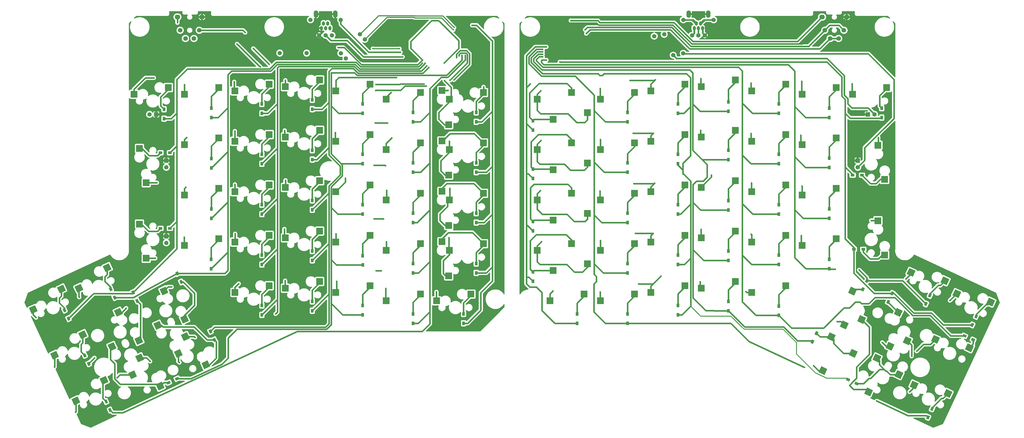
<source format=gbl>
%TF.GenerationSoftware,KiCad,Pcbnew,(5.1.9)-1*%
%TF.CreationDate,2021-02-19T15:09:25+09:00*%
%TF.ProjectId,ErgoDOX,4572676f-444f-4582-9e6b-696361645f70,rev?*%
%TF.SameCoordinates,Original*%
%TF.FileFunction,Copper,L2,Bot*%
%TF.FilePolarity,Positive*%
%FSLAX46Y46*%
G04 Gerber Fmt 4.6, Leading zero omitted, Abs format (unit mm)*
G04 Created by KiCad (PCBNEW (5.1.9)-1) date 2021-02-19 15:09:25*
%MOMM*%
%LPD*%
G01*
G04 APERTURE LIST*
%TA.AperFunction,EtchedComponent*%
%ADD10C,0.609600*%
%TD*%
%TA.AperFunction,SMDPad,CuDef*%
%ADD11R,2.550000X2.500000*%
%TD*%
%TA.AperFunction,ComponentPad*%
%ADD12O,1.143000X1.651000*%
%TD*%
%TA.AperFunction,ComponentPad*%
%ADD13O,1.701800X2.794000*%
%TD*%
%TA.AperFunction,ComponentPad*%
%ADD14C,1.651000*%
%TD*%
%TA.AperFunction,SMDPad,CuDef*%
%ADD15C,0.150000*%
%TD*%
%TA.AperFunction,SMDPad,CuDef*%
%ADD16R,2.500000X2.550000*%
%TD*%
%TA.AperFunction,ComponentPad*%
%ADD17R,1.651000X1.651000*%
%TD*%
%TA.AperFunction,ComponentPad*%
%ADD18C,1.752600*%
%TD*%
%TA.AperFunction,ComponentPad*%
%ADD19O,2.057400X1.752600*%
%TD*%
%TA.AperFunction,SMDPad,CuDef*%
%ADD20R,1.000000X1.400000*%
%TD*%
%TA.AperFunction,SMDPad,CuDef*%
%ADD21R,1.400000X1.000000*%
%TD*%
%TA.AperFunction,ViaPad*%
%ADD22C,0.609600*%
%TD*%
%TA.AperFunction,Conductor*%
%ADD23C,0.609600*%
%TD*%
%TA.AperFunction,Conductor*%
%ADD24C,0.406400*%
%TD*%
%TA.AperFunction,Conductor*%
%ADD25C,0.600000*%
%TD*%
%TA.AperFunction,Conductor*%
%ADD26C,0.304800*%
%TD*%
%TA.AperFunction,Conductor*%
%ADD27C,0.150000*%
%TD*%
G04 APERTURE END LIST*
D10*
%TO.C,J1*%
X275736050Y-34671000D02*
X271926050Y-34671000D01*
X276752050Y-35687000D02*
X275736050Y-34671000D01*
X279673050Y-34671000D02*
X283356050Y-34671000D01*
X278530050Y-35687000D02*
X279673050Y-34671000D01*
X277641050Y-38227000D02*
X277641050Y-40513000D01*
X275990050Y-39878000D02*
X275990050Y-38227000D01*
X275228050Y-40513000D02*
X275990050Y-39878000D01*
X279292050Y-39751000D02*
X279292050Y-38227000D01*
X280054050Y-40513000D02*
X279292050Y-39751000D01*
%TD*%
D11*
%TO.P,SW2:11,2*%
%TO.N,Net-(D2:11-Pad1)*%
X153574750Y-116151660D03*
%TO.P,SW2:11,1*%
%TO.N,/ROW2*%
X140647750Y-118691660D03*
%TD*%
%TO.P,SW5:7,2*%
%TO.N,Net-(D5:7-Pad1)*%
X77374750Y-60274200D03*
%TO.P,SW5:7,1*%
%TO.N,/ROW5*%
X64447750Y-62814200D03*
%TD*%
D12*
%TO.P,J1,1*%
%TO.N,VCC*%
X138381740Y-37807900D03*
%TO.P,J1,2*%
%TO.N,D-*%
X137581640Y-36060380D03*
%TO.P,J1,3*%
%TO.N,D+*%
X136781540Y-37807900D03*
%TO.P,J1,4*%
%TO.N,Net-(J1-Pad4)*%
X135981440Y-36060380D03*
%TO.P,J1,5*%
%TO.N,GND*%
X135181340Y-37807900D03*
D13*
%TO.P,J1,6*%
X133134100Y-32484060D03*
X140428980Y-32484060D03*
D14*
%TO.P,J1,1*%
%TO.N,VCC*%
X139194540Y-40513000D03*
%TO.P,J1,2*%
%TO.N,D-*%
X142496540Y-34671000D03*
%TO.P,J1,3*%
%TO.N,D+*%
X136781540Y-40513000D03*
%TO.P,J1,4*%
%TO.N,Net-(J1-Pad4)*%
X131066540Y-34671000D03*
%TO.P,J1,5*%
%TO.N,GND*%
X134368540Y-40513000D03*
%TD*%
D11*
%TO.P,SW1:13,2*%
%TO.N,Net-(D1:13-Pad1)*%
X191674750Y-138376660D03*
%TO.P,SW1:13,1*%
%TO.N,/ROW1*%
X178747750Y-140916660D03*
%TD*%
%TA.AperFunction,SMDPad,CuDef*%
D15*
%TO.P,D0:9,1*%
%TO.N,Net-(D0:9-Pad1)*%
G36*
X46530217Y-161936168D02*
G01*
X45623909Y-162358787D01*
X45032243Y-161089956D01*
X45938551Y-160667337D01*
X46530217Y-161936168D01*
G37*
%TD.AperFunction*%
%TA.AperFunction,SMDPad,CuDef*%
%TO.P,D0:9,2*%
%TO.N,/COL9*%
G36*
X48033202Y-165153321D02*
G01*
X47126894Y-165575940D01*
X46535228Y-164307109D01*
X47441536Y-163884490D01*
X48033202Y-165153321D01*
G37*
%TD.AperFunction*%
%TD*%
D16*
%TO.P,SW3:132,2*%
%TO.N,Net-(D3:13-Pad1)*%
X180746400Y-99517200D03*
%TO.P,SW3:132,1*%
%TO.N,/ROW3*%
X183286400Y-112444200D03*
%TD*%
D11*
%TO.P,SW3:10,2*%
%TO.N,Net-(D3:10-Pad1)*%
X134524750Y-95504000D03*
%TO.P,SW3:10,1*%
%TO.N,/ROW3*%
X121597750Y-98044000D03*
%TD*%
%TO.P,SW3:8,2*%
%TO.N,Net-(D3:8-Pad1)*%
X96424750Y-98371660D03*
%TO.P,SW3:8,1*%
%TO.N,/ROW3*%
X83497750Y-100911660D03*
%TD*%
%TO.P,SW4:12,2*%
%TO.N,Net-(D4:12-Pad1)*%
X172624750Y-81226660D03*
%TO.P,SW4:12,1*%
%TO.N,/ROW4*%
X159697750Y-83766660D03*
%TD*%
D14*
%TO.P,RC1,2*%
%TO.N,Net-(LED_C1-Pad1)*%
X119475251Y-47244000D03*
%TO.P,RC1,1*%
%TO.N,/LED_C*%
X129635249Y-47244000D03*
%TD*%
%TO.P,RB1,2*%
%TO.N,Net-(LED_B1-Pad1)*%
X142549338Y-47343602D03*
%TO.P,RB1,1*%
%TO.N,/LED_B*%
X149733542Y-40159398D03*
%TD*%
%TO.P,RA1,2*%
%TO.N,Net-(LED_A1-Pad1)*%
X144454338Y-49248602D03*
%TO.P,RA1,1*%
%TO.N,/LED_A*%
X151638542Y-42064398D03*
%TD*%
D17*
%TO.P,LED_C1,2*%
%TO.N,GND*%
X76612750Y-116469160D03*
D14*
%TO.P,LED_C1,1*%
%TO.N,Net-(LED_C1-Pad1)*%
X76612750Y-119009160D03*
%TD*%
D17*
%TO.P,LED_B1,2*%
%TO.N,GND*%
X76612750Y-87894160D03*
D14*
%TO.P,LED_B1,1*%
%TO.N,Net-(LED_B1-Pad1)*%
X76612750Y-90434160D03*
%TD*%
D17*
%TO.P,LED_A1,2*%
%TO.N,GND*%
X72802750Y-70434200D03*
D14*
%TO.P,LED_A1,1*%
%TO.N,Net-(LED_A1-Pad1)*%
X70262750Y-70434200D03*
%TD*%
D18*
%TO.P,J2,6*%
%TO.N,SDAS*%
X89054940Y-38633400D03*
%TO.P,J2,5*%
%TO.N,SCLS*%
X83847940Y-41732200D03*
D19*
%TO.P,J2,4*%
%TO.N,VCC*%
X80799940Y-33629600D03*
D18*
%TO.P,J2,3*%
%TO.N,SCLS*%
X87048340Y-41732200D03*
%TO.P,J2,2*%
%TO.N,SDAS*%
X81841340Y-38633400D03*
D19*
%TO.P,J2,1*%
%TO.N,GND*%
X90096340Y-33629600D03*
%TD*%
D12*
%TO.P,J1,1*%
%TO.N,VCC*%
X276040850Y-37807900D03*
%TO.P,J1,2*%
%TO.N,D-*%
X276840950Y-36060380D03*
%TO.P,J1,3*%
%TO.N,D+*%
X277641050Y-37807900D03*
%TO.P,J1,4*%
%TO.N,Net-(J1-Pad4)*%
X278441150Y-36060380D03*
%TO.P,J1,5*%
%TO.N,GND*%
X279241250Y-37807900D03*
D13*
%TO.P,J1,6*%
X281288490Y-32484060D03*
X273993610Y-32484060D03*
D14*
%TO.P,J1,1*%
%TO.N,VCC*%
X275228050Y-40513000D03*
%TO.P,J1,2*%
%TO.N,D-*%
X271926050Y-34671000D03*
%TO.P,J1,3*%
%TO.N,D+*%
X277641050Y-40513000D03*
%TO.P,J1,4*%
%TO.N,Net-(J1-Pad4)*%
X283356050Y-34671000D03*
%TO.P,J1,5*%
%TO.N,GND*%
X280054050Y-40513000D03*
%TD*%
D17*
%TO.P,LED_B2,2*%
%TO.N,GND*%
X337820000Y-87884000D03*
D14*
%TO.P,LED_B2,1*%
%TO.N,Net-(LED_B2-Pad1)*%
X337820000Y-90424000D03*
%TD*%
D17*
%TO.P,LED_A2,2*%
%TO.N,GND*%
X341630000Y-70434200D03*
D14*
%TO.P,LED_A2,1*%
%TO.N,Net-(LED_A2-Pad1)*%
X344170000Y-70434200D03*
%TD*%
%TO.P,RB2,2*%
%TO.N,Net-(LED_B2-Pad1)*%
X271881600Y-47345600D03*
%TO.P,RB2,1*%
%TO.N,/Left Hand/LED_B*%
X264697396Y-40161396D03*
%TD*%
%TO.P,RA2,2*%
%TO.N,Net-(LED_A2-Pad1)*%
X268107702Y-48042102D03*
%TO.P,RA2,1*%
%TO.N,/Left Hand/LED_A*%
X260923498Y-40857898D03*
%TD*%
D18*
%TO.P,J3,6*%
%TO.N,SDAS*%
X332587600Y-38633400D03*
%TO.P,J3,5*%
%TO.N,SCLS*%
X327380600Y-41732200D03*
D19*
%TO.P,J3,4*%
%TO.N,VCC*%
X324332600Y-33629600D03*
D18*
%TO.P,J3,3*%
%TO.N,SCLS*%
X330581000Y-41732200D03*
%TO.P,J3,2*%
%TO.N,SDAS*%
X325374000Y-38633400D03*
D19*
%TO.P,J3,1*%
%TO.N,GND*%
X333629000Y-33629600D03*
%TD*%
%TA.AperFunction,SMDPad,CuDef*%
D15*
%TO.P,SX0:2,2*%
%TO.N,Net-(D0:2-Pad1)*%
G36*
X345676938Y-164244464D02*
G01*
X343411169Y-163187919D01*
X344488846Y-160876834D01*
X346754615Y-161933379D01*
X345676938Y-164244464D01*
G37*
%TD.AperFunction*%
%TA.AperFunction,SMDPad,CuDef*%
%TO.P,SX0:2,1*%
%TO.N,/Left Hand/ROW0*%
G36*
X342515774Y-177033755D02*
G01*
X340250005Y-175977210D01*
X341327682Y-173666125D01*
X343593451Y-174722670D01*
X342515774Y-177033755D01*
G37*
%TD.AperFunction*%
%TD*%
D16*
%TO.P,SW4:6,2*%
%TO.N,Net-(D4:6-Pad1)*%
X347980000Y-95021400D03*
%TO.P,SW4:6,1*%
%TO.N,/Left Hand/ROW4*%
X345440000Y-82094400D03*
%TD*%
D11*
%TO.P,SW5:4,2*%
%TO.N,Net-(D5:4-Pad1)*%
X310642000Y-59004200D03*
%TO.P,SW5:4,1*%
%TO.N,/Left Hand/ROW5*%
X297715000Y-61544200D03*
%TD*%
%TO.P,SW2:2,2*%
%TO.N,Net-(D2:2-Pad1)*%
X272542000Y-116154200D03*
%TO.P,SW2:2,1*%
%TO.N,/Left Hand/ROW2*%
X259615000Y-118694200D03*
%TD*%
%TO.P,SW5:2,2*%
%TO.N,Net-(D5:2-Pad1)*%
X272542000Y-59004200D03*
%TO.P,SW5:2,1*%
%TO.N,/Left Hand/ROW5*%
X259615000Y-61544200D03*
%TD*%
%TO.P,SW1:1,2*%
%TO.N,Net-(D1:1-Pad1)*%
X253492000Y-138379200D03*
%TO.P,SW1:1,1*%
%TO.N,/Left Hand/ROW1*%
X240565000Y-140919200D03*
%TD*%
%TA.AperFunction,SMDPad,CuDef*%
D15*
%TO.P,SX0:3,2*%
%TO.N,Net-(D0:3-Pad1)*%
G36*
X328404938Y-156192664D02*
G01*
X326139169Y-155136119D01*
X327216846Y-152825034D01*
X329482615Y-153881579D01*
X328404938Y-156192664D01*
G37*
%TD.AperFunction*%
%TA.AperFunction,SMDPad,CuDef*%
%TO.P,SX0:3,1*%
%TO.N,/Left Hand/ROW0*%
G36*
X325243774Y-168981955D02*
G01*
X322978005Y-167925410D01*
X324055682Y-165614325D01*
X326321451Y-166670870D01*
X325243774Y-168981955D01*
G37*
%TD.AperFunction*%
%TD*%
%TA.AperFunction,SMDPad,CuDef*%
%TO.P,SX1:5,2*%
%TO.N,Net-(D1:5-Pad1)*%
G36*
X336456738Y-138920664D02*
G01*
X334190969Y-137864119D01*
X335268646Y-135553034D01*
X337534415Y-136609579D01*
X336456738Y-138920664D01*
G37*
%TD.AperFunction*%
%TA.AperFunction,SMDPad,CuDef*%
%TO.P,SX1:5,1*%
%TO.N,/Left Hand/ROW1*%
G36*
X333295574Y-151709955D02*
G01*
X331029805Y-150653410D01*
X332107482Y-148342325D01*
X334373251Y-149398870D01*
X333295574Y-151709955D01*
G37*
%TD.AperFunction*%
%TD*%
%TA.AperFunction,SMDPad,CuDef*%
%TO.P,SW0:3,2*%
%TO.N,Net-(D0:3-Pad1)*%
G36*
X335525662Y-159072136D02*
G01*
X337791431Y-160128681D01*
X336713754Y-162439766D01*
X334447985Y-161383221D01*
X335525662Y-159072136D01*
G37*
%TD.AperFunction*%
%TA.AperFunction,SMDPad,CuDef*%
%TO.P,SW0:3,1*%
%TO.N,/Left Hand/ROW0*%
G36*
X338686826Y-146282845D02*
G01*
X340952595Y-147339390D01*
X339874918Y-149650475D01*
X337609149Y-148593930D01*
X338686826Y-146282845D01*
G37*
%TD.AperFunction*%
%TD*%
%TA.AperFunction,SMDPad,CuDef*%
%TO.P,SX1:6,2*%
%TO.N,Net-(D1:6-Pad1)*%
G36*
X353728738Y-146972464D02*
G01*
X351462969Y-145915919D01*
X352540646Y-143604834D01*
X354806415Y-144661379D01*
X353728738Y-146972464D01*
G37*
%TD.AperFunction*%
%TA.AperFunction,SMDPad,CuDef*%
%TO.P,SX1:6,1*%
%TO.N,/Left Hand/ROW1*%
G36*
X350567574Y-159761755D02*
G01*
X348301805Y-158705210D01*
X349379482Y-156394125D01*
X351645251Y-157450670D01*
X350567574Y-159761755D01*
G37*
%TD.AperFunction*%
%TD*%
%TA.AperFunction,SMDPad,CuDef*%
%TO.P,SW0:2,2*%
%TO.N,Net-(D0:2-Pad1)*%
G36*
X352772262Y-167123936D02*
G01*
X355038031Y-168180481D01*
X353960354Y-170491566D01*
X351694585Y-169435021D01*
X352772262Y-167123936D01*
G37*
%TD.AperFunction*%
%TA.AperFunction,SMDPad,CuDef*%
%TO.P,SW0:2,1*%
%TO.N,/Left Hand/ROW0*%
G36*
X355933426Y-154334645D02*
G01*
X358199195Y-155391190D01*
X357121518Y-157702275D01*
X354855749Y-156645730D01*
X355933426Y-154334645D01*
G37*
%TD.AperFunction*%
%TD*%
%TA.AperFunction,SMDPad,CuDef*%
%TO.P,SW0:1,2*%
%TO.N,Net-(D0:1-Pad1)*%
G36*
X370222336Y-176512938D02*
G01*
X371278881Y-174247169D01*
X373589966Y-175324846D01*
X372533421Y-177590615D01*
X370222336Y-176512938D01*
G37*
%TD.AperFunction*%
%TA.AperFunction,SMDPad,CuDef*%
%TO.P,SW0:1,1*%
%TO.N,/Left Hand/ROW0*%
G36*
X357433045Y-173351774D02*
G01*
X358489590Y-171086005D01*
X360800675Y-172163682D01*
X359744130Y-174429451D01*
X357433045Y-173351774D01*
G37*
%TD.AperFunction*%
%TD*%
%TA.AperFunction,SMDPad,CuDef*%
%TO.P,SW0:4,2*%
%TO.N,Net-(D0:4-Pad1)*%
G36*
X378299536Y-159240938D02*
G01*
X379356081Y-156975169D01*
X381667166Y-158052846D01*
X380610621Y-160318615D01*
X378299536Y-159240938D01*
G37*
%TD.AperFunction*%
%TA.AperFunction,SMDPad,CuDef*%
%TO.P,SW0:4,1*%
%TO.N,/Left Hand/ROW0*%
G36*
X365510245Y-156079774D02*
G01*
X366566790Y-153814005D01*
X368877875Y-154891682D01*
X367821330Y-157157451D01*
X365510245Y-156079774D01*
G37*
%TD.AperFunction*%
%TD*%
%TA.AperFunction,SMDPad,CuDef*%
%TO.P,SW0:6,2*%
%TO.N,Net-(D0:6-Pad1)*%
G36*
X386351336Y-141968938D02*
G01*
X387407881Y-139703169D01*
X389718966Y-140780846D01*
X388662421Y-143046615D01*
X386351336Y-141968938D01*
G37*
%TD.AperFunction*%
%TA.AperFunction,SMDPad,CuDef*%
%TO.P,SW0:6,1*%
%TO.N,/Left Hand/ROW0*%
G36*
X373562045Y-138807774D02*
G01*
X374618590Y-136542005D01*
X376929675Y-137619682D01*
X375873130Y-139885451D01*
X373562045Y-138807774D01*
G37*
%TD.AperFunction*%
%TD*%
%TA.AperFunction,SMDPad,CuDef*%
%TO.P,SW0:5,2*%
%TO.N,Net-(D0:5-Pad1)*%
G36*
X369079336Y-133917138D02*
G01*
X370135881Y-131651369D01*
X372446966Y-132729046D01*
X371390421Y-134994815D01*
X369079336Y-133917138D01*
G37*
%TD.AperFunction*%
%TA.AperFunction,SMDPad,CuDef*%
%TO.P,SW0:5,1*%
%TO.N,/Left Hand/ROW0*%
G36*
X356290045Y-130755974D02*
G01*
X357346590Y-128490205D01*
X359657675Y-129567882D01*
X358601130Y-131833651D01*
X356290045Y-130755974D01*
G37*
%TD.AperFunction*%
%TD*%
D11*
%TO.P,SW1:0,2*%
%TO.N,Net-(D1:0-Pad1)*%
X234442000Y-138379200D03*
%TO.P,SW1:0,1*%
%TO.N,/Left Hand/ROW1*%
X221515000Y-140919200D03*
%TD*%
%TO.P,SW3:5,2*%
%TO.N,Net-(D3:5-Pad1)*%
X329692000Y-98374200D03*
%TO.P,SW3:5,1*%
%TO.N,/Left Hand/ROW3*%
X316765000Y-100914200D03*
%TD*%
%TO.P,SW3:4,2*%
%TO.N,Net-(D3:4-Pad1)*%
X310642000Y-97104200D03*
%TO.P,SW3:4,1*%
%TO.N,/Left Hand/ROW3*%
X297715000Y-99644200D03*
%TD*%
%TO.P,SW3:3,2*%
%TO.N,Net-(D3:3-Pad1)*%
X291592000Y-95504000D03*
%TO.P,SW3:3,1*%
%TO.N,/Left Hand/ROW3*%
X278665000Y-98044000D03*
%TD*%
%TO.P,SW3:14,2*%
%TO.N,Net-(D3:0-Pad1)*%
X222758000Y-110439200D03*
%TO.P,SW3:14,1*%
%TO.N,/Left Hand/ROW3*%
X235685000Y-107899200D03*
%TD*%
%TO.P,SW3:2,2*%
%TO.N,Net-(D3:2-Pad1)*%
X272542000Y-97104200D03*
%TO.P,SW3:2,1*%
%TO.N,/Left Hand/ROW3*%
X259615000Y-99644200D03*
%TD*%
%TO.P,SW3:1,2*%
%TO.N,Net-(D3:1-Pad1)*%
X253492000Y-100279200D03*
%TO.P,SW3:1,1*%
%TO.N,/Left Hand/ROW3*%
X240565000Y-102819200D03*
%TD*%
%TO.P,SW3:0,2*%
%TO.N,Net-(D3:0-Pad1)*%
X229666800Y-100279200D03*
%TO.P,SW3:0,1*%
%TO.N,/Left Hand/ROW3*%
X216739800Y-102819200D03*
%TD*%
%TO.P,SW1:4,2*%
%TO.N,Net-(D1:4-Pad1)*%
X310642000Y-135204200D03*
%TO.P,SW1:4,1*%
%TO.N,/Left Hand/ROW1*%
X297715000Y-137744200D03*
%TD*%
%TO.P,SW1:3,2*%
%TO.N,Net-(D1:3-Pad1)*%
X291592000Y-133604000D03*
%TO.P,SW1:3,1*%
%TO.N,/Left Hand/ROW1*%
X278665000Y-136144000D03*
%TD*%
%TO.P,SW1:2,2*%
%TO.N,Net-(D1:2-Pad1)*%
X272542000Y-135204200D03*
%TO.P,SW1:2,1*%
%TO.N,/Left Hand/ROW1*%
X259615000Y-137744200D03*
%TD*%
%TO.P,SW2:14,2*%
%TO.N,Net-(D2:0-Pad1)*%
X222758000Y-129489200D03*
%TO.P,SW2:14,1*%
%TO.N,/Left Hand/ROW2*%
X235685000Y-126949200D03*
%TD*%
D16*
%TO.P,SW2:6,2*%
%TO.N,Net-(D2:6-Pad1)*%
X347980000Y-123571000D03*
%TO.P,SW2:6,1*%
%TO.N,/Left Hand/ROW2*%
X345440000Y-110644000D03*
%TD*%
D11*
%TO.P,SW2:5,2*%
%TO.N,Net-(D2:5-Pad1)*%
X329692000Y-117424200D03*
%TO.P,SW2:5,1*%
%TO.N,/Left Hand/ROW2*%
X316765000Y-119964200D03*
%TD*%
%TO.P,SW2:4,2*%
%TO.N,Net-(D2:4-Pad1)*%
X310642000Y-116154200D03*
%TO.P,SW2:4,1*%
%TO.N,/Left Hand/ROW2*%
X297715000Y-118694200D03*
%TD*%
%TO.P,SW2:3,2*%
%TO.N,Net-(D2:3-Pad1)*%
X291592000Y-114554000D03*
%TO.P,SW2:3,1*%
%TO.N,/Left Hand/ROW2*%
X278665000Y-117094000D03*
%TD*%
%TO.P,SW2:1,2*%
%TO.N,Net-(D2:1-Pad1)*%
X253492000Y-119329200D03*
%TO.P,SW2:1,1*%
%TO.N,/Left Hand/ROW2*%
X240565000Y-121869200D03*
%TD*%
%TO.P,SW2:0,2*%
%TO.N,Net-(D2:0-Pad1)*%
X229666800Y-119329200D03*
%TO.P,SW2:0,1*%
%TO.N,/Left Hand/ROW2*%
X216739800Y-121869200D03*
%TD*%
%TO.P,SW4:14,2*%
%TO.N,Net-(D4:0-Pad1)*%
X222758000Y-91389200D03*
%TO.P,SW4:14,1*%
%TO.N,/Left Hand/ROW4*%
X235685000Y-88849200D03*
%TD*%
%TO.P,SW4:0,2*%
%TO.N,Net-(D4:0-Pad1)*%
X229692200Y-81229200D03*
%TO.P,SW4:0,1*%
%TO.N,/Left Hand/ROW4*%
X216765200Y-83769200D03*
%TD*%
%TO.P,SW4:3,2*%
%TO.N,Net-(D4:3-Pad1)*%
X291592000Y-76454000D03*
%TO.P,SW4:3,1*%
%TO.N,/Left Hand/ROW4*%
X278665000Y-78994000D03*
%TD*%
%TO.P,SW4:5,2*%
%TO.N,Net-(D4:5-Pad1)*%
X329692000Y-79324200D03*
%TO.P,SW4:5,1*%
%TO.N,/Left Hand/ROW4*%
X316765000Y-81864200D03*
%TD*%
%TO.P,SW4:4,2*%
%TO.N,Net-(D4:4-Pad1)*%
X310642000Y-78054200D03*
%TO.P,SW4:4,1*%
%TO.N,/Left Hand/ROW4*%
X297715000Y-80594200D03*
%TD*%
%TO.P,SW4:2,2*%
%TO.N,Net-(D4:2-Pad1)*%
X272542000Y-78054200D03*
%TO.P,SW4:2,1*%
%TO.N,/Left Hand/ROW4*%
X259615000Y-80594200D03*
%TD*%
%TO.P,SW4:1,2*%
%TO.N,Net-(D4:1-Pad1)*%
X253492000Y-81229200D03*
%TO.P,SW4:1,1*%
%TO.N,/Left Hand/ROW4*%
X240565000Y-83769200D03*
%TD*%
%TO.P,SW5:14,2*%
%TO.N,Net-(D5:0-Pad1)*%
X222732600Y-72339200D03*
%TO.P,SW5:14,1*%
%TO.N,/Left Hand/ROW5*%
X235659600Y-69799200D03*
%TD*%
%TO.P,SW5:0,2*%
%TO.N,Net-(D5:0-Pad1)*%
X229692200Y-62179200D03*
%TO.P,SW5:0,1*%
%TO.N,/Left Hand/ROW5*%
X216765200Y-64719200D03*
%TD*%
D20*
%TO.P,D5:0,1*%
%TO.N,Net-(D5:0-Pad1)*%
X215103710Y-72839580D03*
%TO.P,D5:0,2*%
%TO.N,/Left Hand/COL0*%
X215106250Y-76390500D03*
%TD*%
D11*
%TO.P,SW5:6,2*%
%TO.N,Net-(D5:6-Pad1)*%
X348742000Y-60274200D03*
%TO.P,SW5:6,1*%
%TO.N,/Left Hand/ROW5*%
X335815000Y-62814200D03*
%TD*%
%TO.P,SW5:5,2*%
%TO.N,Net-(D5:5-Pad1)*%
X329692000Y-60274200D03*
%TO.P,SW5:5,1*%
%TO.N,/Left Hand/ROW5*%
X316765000Y-62814200D03*
%TD*%
%TO.P,SW5:3,2*%
%TO.N,Net-(D5:3-Pad1)*%
X291592000Y-57404000D03*
%TO.P,SW5:3,1*%
%TO.N,/Left Hand/ROW5*%
X278665000Y-59944000D03*
%TD*%
%TO.P,SW5:1,2*%
%TO.N,Net-(D5:1-Pad1)*%
X253492000Y-62179200D03*
%TO.P,SW5:1,1*%
%TO.N,/Left Hand/ROW5*%
X240565000Y-64719200D03*
%TD*%
%TA.AperFunction,SMDPad,CuDef*%
D15*
%TO.P,SX0:10,2*%
%TO.N,Net-(D0:10-Pad1)*%
G36*
X89875306Y-164473419D02*
G01*
X92141075Y-163416874D01*
X93218752Y-165727959D01*
X90952983Y-166784504D01*
X89875306Y-164473419D01*
G37*
%TD.AperFunction*%
%TA.AperFunction,SMDPad,CuDef*%
%TO.P,SX0:10,1*%
%TO.N,/ROW0*%
G36*
X82110098Y-153831029D02*
G01*
X84375867Y-152774484D01*
X85453544Y-155085569D01*
X83187775Y-156142114D01*
X82110098Y-153831029D01*
G37*
%TD.AperFunction*%
%TD*%
%TA.AperFunction,SMDPad,CuDef*%
%TO.P,SX1:8,2*%
%TO.N,Net-(D1:8-Pad1)*%
G36*
X81823506Y-147206499D02*
G01*
X84089275Y-146149954D01*
X85166952Y-148461039D01*
X82901183Y-149517584D01*
X81823506Y-147206499D01*
G37*
%TD.AperFunction*%
%TA.AperFunction,SMDPad,CuDef*%
%TO.P,SX1:8,1*%
%TO.N,/ROW1*%
G36*
X74058298Y-136564109D02*
G01*
X76324067Y-135507564D01*
X77401744Y-137818649D01*
X75135975Y-138875194D01*
X74058298Y-136564109D01*
G37*
%TD.AperFunction*%
%TD*%
%TA.AperFunction,SMDPad,CuDef*%
%TO.P,SW0:10,2*%
%TO.N,Net-(D0:10-Pad1)*%
G36*
X75044354Y-150799001D02*
G01*
X72778585Y-151855546D01*
X71700908Y-149544461D01*
X73966677Y-148487916D01*
X75044354Y-150799001D01*
G37*
%TD.AperFunction*%
%TA.AperFunction,SMDPad,CuDef*%
%TO.P,SW0:10,1*%
%TO.N,/ROW0*%
G36*
X82809562Y-161441391D02*
G01*
X80543793Y-162497936D01*
X79466116Y-160186851D01*
X81731885Y-159130306D01*
X82809562Y-161441391D01*
G37*
%TD.AperFunction*%
%TD*%
%TA.AperFunction,SMDPad,CuDef*%
%TO.P,SX0:11,2*%
%TO.N,Net-(D0:11-Pad1)*%
G36*
X72608386Y-172522679D02*
G01*
X74874155Y-171466134D01*
X75951832Y-173777219D01*
X73686063Y-174833764D01*
X72608386Y-172522679D01*
G37*
%TD.AperFunction*%
%TA.AperFunction,SMDPad,CuDef*%
%TO.P,SX0:11,1*%
%TO.N,/ROW0*%
G36*
X64843178Y-161880289D02*
G01*
X67108947Y-160823744D01*
X68186624Y-163134829D01*
X65920855Y-164191374D01*
X64843178Y-161880289D01*
G37*
%TD.AperFunction*%
%TD*%
%TA.AperFunction,SMDPad,CuDef*%
%TO.P,SX1:7,2*%
%TO.N,Net-(D1:7-Pad1)*%
G36*
X64559126Y-155258299D02*
G01*
X66824895Y-154201754D01*
X67902572Y-156512839D01*
X65636803Y-157569384D01*
X64559126Y-155258299D01*
G37*
%TD.AperFunction*%
%TA.AperFunction,SMDPad,CuDef*%
%TO.P,SX1:7,1*%
%TO.N,/ROW1*%
G36*
X56793918Y-144615909D02*
G01*
X59059687Y-143559364D01*
X60137364Y-145870449D01*
X57871595Y-146926994D01*
X56793918Y-144615909D01*
G37*
%TD.AperFunction*%
%TD*%
%TA.AperFunction,SMDPad,CuDef*%
%TO.P,SW0:11,2*%
%TO.N,Net-(D0:11-Pad1)*%
G36*
X57779974Y-158850801D02*
G01*
X55514205Y-159907346D01*
X54436528Y-157596261D01*
X56702297Y-156539716D01*
X57779974Y-158850801D01*
G37*
%TD.AperFunction*%
%TA.AperFunction,SMDPad,CuDef*%
%TO.P,SW0:11,1*%
%TO.N,/ROW0*%
G36*
X65545182Y-169493191D02*
G01*
X63279413Y-170549736D01*
X62201736Y-168238651D01*
X64467505Y-167182106D01*
X65545182Y-169493191D01*
G37*
%TD.AperFunction*%
%TD*%
%TA.AperFunction,SMDPad,CuDef*%
%TO.P,SW0:12,2*%
%TO.N,Net-(D0:12-Pad1)*%
G36*
X52463229Y-172652744D02*
G01*
X51406684Y-170386975D01*
X53717769Y-169309298D01*
X54774314Y-171575067D01*
X52463229Y-172652744D01*
G37*
%TD.AperFunction*%
%TA.AperFunction,SMDPad,CuDef*%
%TO.P,SW0:12,1*%
%TO.N,/ROW0*%
G36*
X41820839Y-180417952D02*
G01*
X40764294Y-178152183D01*
X43075379Y-177074506D01*
X44131924Y-179340275D01*
X41820839Y-180417952D01*
G37*
%TD.AperFunction*%
%TD*%
%TA.AperFunction,SMDPad,CuDef*%
%TO.P,SW0:9,2*%
%TO.N,Net-(D0:9-Pad1)*%
G36*
X44411429Y-155385824D02*
G01*
X43354884Y-153120055D01*
X45665969Y-152042378D01*
X46722514Y-154308147D01*
X44411429Y-155385824D01*
G37*
%TD.AperFunction*%
%TA.AperFunction,SMDPad,CuDef*%
%TO.P,SW0:9,1*%
%TO.N,/ROW0*%
G36*
X33769039Y-163151032D02*
G01*
X32712494Y-160885263D01*
X35023579Y-159807586D01*
X36080124Y-162073355D01*
X33769039Y-163151032D01*
G37*
%TD.AperFunction*%
%TD*%
%TA.AperFunction,SMDPad,CuDef*%
%TO.P,SW0:7,2*%
%TO.N,Net-(D0:7-Pad1)*%
G36*
X36362169Y-138121444D02*
G01*
X35305624Y-135855675D01*
X37616709Y-134777998D01*
X38673254Y-137043767D01*
X36362169Y-138121444D01*
G37*
%TD.AperFunction*%
%TA.AperFunction,SMDPad,CuDef*%
%TO.P,SW0:7,1*%
%TO.N,/ROW0*%
G36*
X25719779Y-145886652D02*
G01*
X24663234Y-143620883D01*
X26974319Y-142543206D01*
X28030864Y-144808975D01*
X25719779Y-145886652D01*
G37*
%TD.AperFunction*%
%TD*%
%TA.AperFunction,SMDPad,CuDef*%
%TO.P,SW0:8,2*%
%TO.N,Net-(D0:8-Pad1)*%
G36*
X53626549Y-130072184D02*
G01*
X52570004Y-127806415D01*
X54881089Y-126728738D01*
X55937634Y-128994507D01*
X53626549Y-130072184D01*
G37*
%TD.AperFunction*%
%TA.AperFunction,SMDPad,CuDef*%
%TO.P,SW0:8,1*%
%TO.N,/ROW0*%
G36*
X42984159Y-137837392D02*
G01*
X41927614Y-135571623D01*
X44238699Y-134493946D01*
X45295244Y-136759715D01*
X42984159Y-137837392D01*
G37*
%TD.AperFunction*%
%TD*%
D11*
%TO.P,SW1:12,2*%
%TO.N,Net-(D1:12-Pad1)*%
X172624750Y-138376660D03*
%TO.P,SW1:12,1*%
%TO.N,/ROW1*%
X159697750Y-140916660D03*
%TD*%
%TO.P,SW1:11,2*%
%TO.N,Net-(D1:11-Pad1)*%
X153574750Y-135201660D03*
%TO.P,SW1:11,1*%
%TO.N,/ROW1*%
X140647750Y-137741660D03*
%TD*%
%TO.P,SW1:10,2*%
%TO.N,Net-(D1:10-Pad1)*%
X134524750Y-133604000D03*
%TO.P,SW1:10,1*%
%TO.N,/ROW1*%
X121597750Y-136144000D03*
%TD*%
%TO.P,SW1:9,2*%
%TO.N,Net-(D1:9-Pad1)*%
X115474750Y-135201660D03*
%TO.P,SW1:9,1*%
%TO.N,/ROW1*%
X102547750Y-137741660D03*
%TD*%
D16*
%TO.P,SW2:132,2*%
%TO.N,Net-(D2:13-Pad1)*%
X180746400Y-118567200D03*
%TO.P,SW2:132,1*%
%TO.N,/ROW2*%
X183286400Y-131494200D03*
%TD*%
D11*
%TO.P,SW2:13,2*%
%TO.N,Net-(D2:13-Pad1)*%
X196437250Y-119326660D03*
%TO.P,SW2:13,1*%
%TO.N,/ROW2*%
X183510250Y-121866660D03*
%TD*%
%TO.P,SW2:9,2*%
%TO.N,Net-(D2:9-Pad1)*%
X115474750Y-116151660D03*
%TO.P,SW2:9,1*%
%TO.N,/ROW2*%
X102547750Y-118691660D03*
%TD*%
%TO.P,SW2:12,2*%
%TO.N,Net-(D2:12-Pad1)*%
X172624750Y-119326660D03*
%TO.P,SW2:12,1*%
%TO.N,/ROW2*%
X159697750Y-121866660D03*
%TD*%
%TO.P,SW2:10,2*%
%TO.N,Net-(D2:10-Pad1)*%
X134524750Y-114554000D03*
%TO.P,SW2:10,1*%
%TO.N,/ROW2*%
X121597750Y-117094000D03*
%TD*%
%TO.P,SW2:8,2*%
%TO.N,Net-(D2:8-Pad1)*%
X96424750Y-117421660D03*
%TO.P,SW2:8,1*%
%TO.N,/ROW2*%
X83497750Y-119961660D03*
%TD*%
D16*
%TO.P,SW2:7,2*%
%TO.N,Net-(D2:7-Pad1)*%
X66452750Y-111897160D03*
%TO.P,SW2:7,1*%
%TO.N,/ROW2*%
X68992750Y-124824160D03*
%TD*%
D11*
%TO.P,SW3:13,2*%
%TO.N,Net-(D3:13-Pad1)*%
X196437250Y-100276660D03*
%TO.P,SW3:13,1*%
%TO.N,/ROW3*%
X183510250Y-102816660D03*
%TD*%
%TO.P,SW3:12,2*%
%TO.N,Net-(D3:12-Pad1)*%
X172624750Y-100276660D03*
%TO.P,SW3:12,1*%
%TO.N,/ROW3*%
X159697750Y-102816660D03*
%TD*%
%TO.P,SW3:11,2*%
%TO.N,Net-(D3:11-Pad1)*%
X153574750Y-97101660D03*
%TO.P,SW3:11,1*%
%TO.N,/ROW3*%
X140647750Y-99641660D03*
%TD*%
%TO.P,SW3:9,2*%
%TO.N,Net-(D3:9-Pad1)*%
X115474750Y-97101660D03*
%TO.P,SW3:9,1*%
%TO.N,/ROW3*%
X102547750Y-99641660D03*
%TD*%
%TO.P,SW4:11,2*%
%TO.N,Net-(D4:11-Pad1)*%
X153574750Y-78051660D03*
%TO.P,SW4:11,1*%
%TO.N,/ROW4*%
X140647750Y-80591660D03*
%TD*%
D16*
%TO.P,SW4:132,2*%
%TO.N,Net-(D4:13-Pad1)*%
X180746400Y-80464660D03*
%TO.P,SW4:132,1*%
%TO.N,/ROW4*%
X183286400Y-93391660D03*
%TD*%
D11*
%TO.P,SW4:13,2*%
%TO.N,Net-(D4:13-Pad1)*%
X196437250Y-81226660D03*
%TO.P,SW4:13,1*%
%TO.N,/ROW4*%
X183510250Y-83766660D03*
%TD*%
%TO.P,SW4:10,2*%
%TO.N,Net-(D4:10-Pad1)*%
X134524750Y-76454000D03*
%TO.P,SW4:10,1*%
%TO.N,/ROW4*%
X121597750Y-78994000D03*
%TD*%
%TO.P,SW4:9,2*%
%TO.N,Net-(D4:9-Pad1)*%
X115474750Y-78051660D03*
%TO.P,SW4:9,1*%
%TO.N,/ROW4*%
X102547750Y-80591660D03*
%TD*%
%TO.P,SW4:8,2*%
%TO.N,Net-(D4:8-Pad1)*%
X96424750Y-79321660D03*
%TO.P,SW4:8,1*%
%TO.N,/ROW4*%
X83497750Y-81861660D03*
%TD*%
D16*
%TO.P,SW4:7,2*%
%TO.N,Net-(D4:7-Pad1)*%
X66452750Y-83322160D03*
%TO.P,SW4:7,1*%
%TO.N,/ROW4*%
X68992750Y-96249160D03*
%TD*%
D11*
%TO.P,SW5:13,2*%
%TO.N,Net-(D5:13-Pad1)*%
X196437250Y-62179200D03*
%TO.P,SW5:13,1*%
%TO.N,/ROW5*%
X183510250Y-64719200D03*
%TD*%
D16*
%TO.P,SW5:132,2*%
%TO.N,Net-(D5:13-Pad1)*%
X180746400Y-61417200D03*
%TO.P,SW5:132,1*%
%TO.N,/ROW5*%
X183286400Y-74344200D03*
%TD*%
D20*
%TO.P,D5:13,1*%
%TO.N,Net-(D5:13-Pad1)*%
X193672460Y-69664580D03*
%TO.P,D5:13,2*%
%TO.N,/COL13*%
X193675000Y-73215500D03*
%TD*%
D11*
%TO.P,SW5:12,2*%
%TO.N,Net-(D5:12-Pad1)*%
X172624750Y-62179200D03*
%TO.P,SW5:12,1*%
%TO.N,/ROW5*%
X159697750Y-64719200D03*
%TD*%
%TO.P,SW5:11,2*%
%TO.N,Net-(D5:11-Pad1)*%
X153574750Y-59001660D03*
%TO.P,SW5:11,1*%
%TO.N,/ROW5*%
X140647750Y-61541660D03*
%TD*%
%TO.P,SW5:10,2*%
%TO.N,Net-(D5:10-Pad1)*%
X134524750Y-57404000D03*
%TO.P,SW5:10,1*%
%TO.N,/ROW5*%
X121597750Y-59944000D03*
%TD*%
D20*
%TO.P,D5:12,1*%
%TO.N,Net-(D5:12-Pad1)*%
X169859960Y-69664580D03*
%TO.P,D5:12,2*%
%TO.N,/COL12*%
X169862500Y-73215500D03*
%TD*%
%TO.P,D5:11,1*%
%TO.N,Net-(D5:11-Pad1)*%
X150809960Y-66489580D03*
%TO.P,D5:11,2*%
%TO.N,/COL11*%
X150812500Y-70040500D03*
%TD*%
%TO.P,D5:10,1*%
%TO.N,Net-(D5:10-Pad1)*%
X131759960Y-64902080D03*
%TO.P,D5:10,2*%
%TO.N,/COL10*%
X131762500Y-68453000D03*
%TD*%
%TO.P,D5:9,1*%
%TO.N,Net-(D5:9-Pad1)*%
X112709960Y-66489580D03*
%TO.P,D5:9,2*%
%TO.N,/COL9*%
X112712500Y-70040500D03*
%TD*%
%TO.P,D5:8,1*%
%TO.N,Net-(D5:8-Pad1)*%
X93659960Y-68077080D03*
%TO.P,D5:8,2*%
%TO.N,/COL8*%
X93662500Y-71628000D03*
%TD*%
%TO.P,D5:7,1*%
%TO.N,Net-(D5:7-Pad1)*%
X75740260Y-68483480D03*
%TO.P,D5:7,2*%
%TO.N,/COL7*%
X75742800Y-72034400D03*
%TD*%
%TO.P,D5:1,1*%
%TO.N,Net-(D5:1-Pad1)*%
X250822460Y-69664580D03*
%TO.P,D5:1,2*%
%TO.N,/Left Hand/COL1*%
X250825000Y-73215500D03*
%TD*%
%TO.P,D5:2,1*%
%TO.N,Net-(D5:2-Pad1)*%
X269872460Y-66489580D03*
%TO.P,D5:2,2*%
%TO.N,/Left Hand/COL2*%
X269875000Y-70040500D03*
%TD*%
%TO.P,D5:3,1*%
%TO.N,Net-(D5:3-Pad1)*%
X288922460Y-65695830D03*
%TO.P,D5:3,2*%
%TO.N,/Left Hand/COL3*%
X288925000Y-69246750D03*
%TD*%
%TO.P,D5:4,1*%
%TO.N,Net-(D5:4-Pad1)*%
X307972460Y-66489580D03*
%TO.P,D5:4,2*%
%TO.N,/Left Hand/COL4*%
X307975000Y-70040500D03*
%TD*%
%TO.P,D5:5,1*%
%TO.N,Net-(D5:5-Pad1)*%
X327022460Y-68077080D03*
%TO.P,D5:5,2*%
%TO.N,/Left Hand/COL5*%
X327025000Y-71628000D03*
%TD*%
%TO.P,D5:6,1*%
%TO.N,Net-(D5:6-Pad1)*%
X346866210Y-68077080D03*
%TO.P,D5:6,2*%
%TO.N,/Left Hand/COL6*%
X346868750Y-71628000D03*
%TD*%
%TO.P,D4:0,1*%
%TO.N,Net-(D4:0-Pad1)*%
X215103710Y-91095830D03*
%TO.P,D4:0,2*%
%TO.N,/Left Hand/COL0*%
X215106250Y-94646750D03*
%TD*%
%TO.P,D4:13,1*%
%TO.N,Net-(D4:13-Pad1)*%
X193672460Y-88714580D03*
%TO.P,D4:13,2*%
%TO.N,/COL13*%
X193675000Y-92265500D03*
%TD*%
%TO.P,D4:12,1*%
%TO.N,Net-(D4:12-Pad1)*%
X169859960Y-88714580D03*
%TO.P,D4:12,2*%
%TO.N,/COL12*%
X169862500Y-92265500D03*
%TD*%
%TO.P,D4:11,1*%
%TO.N,Net-(D4:11-Pad1)*%
X150809960Y-85539580D03*
%TO.P,D4:11,2*%
%TO.N,/COL11*%
X150812500Y-89090500D03*
%TD*%
%TO.P,D4:10,1*%
%TO.N,Net-(D4:10-Pad1)*%
X131759960Y-83952080D03*
%TO.P,D4:10,2*%
%TO.N,/COL10*%
X131762500Y-87503000D03*
%TD*%
%TO.P,D4:9,1*%
%TO.N,Net-(D4:9-Pad1)*%
X112709960Y-85539580D03*
%TO.P,D4:9,2*%
%TO.N,/COL9*%
X112712500Y-89090500D03*
%TD*%
%TO.P,D4:8,1*%
%TO.N,Net-(D4:8-Pad1)*%
X93659960Y-87127080D03*
%TO.P,D4:8,2*%
%TO.N,/COL8*%
X93662500Y-90678000D03*
%TD*%
D21*
%TO.P,D4:7,1*%
%TO.N,Net-(D4:7-Pad1)*%
X74427080Y-84933790D03*
%TO.P,D4:7,2*%
%TO.N,/COL7*%
X77978000Y-84931250D03*
%TD*%
D20*
%TO.P,D4:1,1*%
%TO.N,Net-(D4:1-Pad1)*%
X250822460Y-88714580D03*
%TO.P,D4:1,2*%
%TO.N,/Left Hand/COL1*%
X250825000Y-92265500D03*
%TD*%
%TO.P,D4:2,1*%
%TO.N,Net-(D4:2-Pad1)*%
X269872460Y-85539580D03*
%TO.P,D4:2,2*%
%TO.N,/Left Hand/COL2*%
X269875000Y-89090500D03*
%TD*%
%TO.P,D4:3,1*%
%TO.N,Net-(D4:3-Pad1)*%
X288922460Y-83952080D03*
%TO.P,D4:3,2*%
%TO.N,/Left Hand/COL3*%
X288925000Y-87503000D03*
%TD*%
%TO.P,D4:4,1*%
%TO.N,Net-(D4:4-Pad1)*%
X307972460Y-85539580D03*
%TO.P,D4:4,2*%
%TO.N,/Left Hand/COL4*%
X307975000Y-89090500D03*
%TD*%
%TO.P,D4:5,1*%
%TO.N,Net-(D4:5-Pad1)*%
X327022460Y-86936580D03*
%TO.P,D4:5,2*%
%TO.N,/Left Hand/COL5*%
X327025000Y-90487500D03*
%TD*%
D21*
%TO.P,D4:6,1*%
%TO.N,Net-(D4:6-Pad1)*%
X339440520Y-93418660D03*
%TO.P,D4:6,2*%
%TO.N,/Left Hand/COL6*%
X335889600Y-93421200D03*
%TD*%
D20*
%TO.P,D3:13,1*%
%TO.N,Net-(D3:13-Pad1)*%
X193672460Y-107764580D03*
%TO.P,D3:13,2*%
%TO.N,/COL13*%
X193675000Y-111315500D03*
%TD*%
%TO.P,D3:12,1*%
%TO.N,Net-(D3:12-Pad1)*%
X169859960Y-107764580D03*
%TO.P,D3:12,2*%
%TO.N,/COL12*%
X169862500Y-111315500D03*
%TD*%
%TO.P,D3:11,1*%
%TO.N,Net-(D3:11-Pad1)*%
X150809960Y-104589580D03*
%TO.P,D3:11,2*%
%TO.N,/COL11*%
X150812500Y-108140500D03*
%TD*%
%TO.P,D3:10,1*%
%TO.N,Net-(D3:10-Pad1)*%
X131759960Y-102925880D03*
%TO.P,D3:10,2*%
%TO.N,/COL10*%
X131762500Y-106476800D03*
%TD*%
%TO.P,D3:9,1*%
%TO.N,Net-(D3:9-Pad1)*%
X112709960Y-104589580D03*
%TO.P,D3:9,2*%
%TO.N,/COL9*%
X112712500Y-108140500D03*
%TD*%
%TO.P,D3:8,1*%
%TO.N,Net-(D3:8-Pad1)*%
X93659960Y-106177080D03*
%TO.P,D3:8,2*%
%TO.N,/COL8*%
X93662500Y-109728000D03*
%TD*%
%TO.P,D3:0,1*%
%TO.N,Net-(D3:0-Pad1)*%
X215103710Y-110939580D03*
%TO.P,D3:0,2*%
%TO.N,/Left Hand/COL0*%
X215106250Y-114490500D03*
%TD*%
%TO.P,D3:1,1*%
%TO.N,Net-(D3:1-Pad1)*%
X250822460Y-107764580D03*
%TO.P,D3:1,2*%
%TO.N,/Left Hand/COL1*%
X250825000Y-111315500D03*
%TD*%
%TO.P,D3:2,1*%
%TO.N,Net-(D3:2-Pad1)*%
X269872460Y-104589580D03*
%TO.P,D3:2,2*%
%TO.N,/Left Hand/COL2*%
X269875000Y-108140500D03*
%TD*%
%TO.P,D3:3,1*%
%TO.N,Net-(D3:3-Pad1)*%
X288922460Y-103002080D03*
%TO.P,D3:3,2*%
%TO.N,/Left Hand/COL3*%
X288925000Y-106553000D03*
%TD*%
%TO.P,D3:4,1*%
%TO.N,Net-(D3:4-Pad1)*%
X307972460Y-104589580D03*
%TO.P,D3:4,2*%
%TO.N,/Left Hand/COL4*%
X307975000Y-108140500D03*
%TD*%
%TO.P,D3:5,1*%
%TO.N,Net-(D3:5-Pad1)*%
X327022460Y-106177080D03*
%TO.P,D3:5,2*%
%TO.N,/Left Hand/COL5*%
X327025000Y-109728000D03*
%TD*%
%TO.P,D2:0,1*%
%TO.N,Net-(D2:0-Pad1)*%
X215103710Y-129989580D03*
%TO.P,D2:0,2*%
%TO.N,/Left Hand/COL0*%
X215106250Y-133540500D03*
%TD*%
%TO.P,D2:13,1*%
%TO.N,Net-(D2:13-Pad1)*%
X193672460Y-126814580D03*
%TO.P,D2:13,2*%
%TO.N,/COL13*%
X193675000Y-130365500D03*
%TD*%
%TO.P,D2:12,1*%
%TO.N,Net-(D2:12-Pad1)*%
X169859960Y-126814580D03*
%TO.P,D2:12,2*%
%TO.N,/COL12*%
X169862500Y-130365500D03*
%TD*%
%TO.P,D2:11,1*%
%TO.N,Net-(D2:11-Pad1)*%
X150812500Y-123825000D03*
%TO.P,D2:11,2*%
%TO.N,/COL11*%
X150815040Y-127375920D03*
%TD*%
%TO.P,D2:10,1*%
%TO.N,Net-(D2:10-Pad1)*%
X131759960Y-122052080D03*
%TO.P,D2:10,2*%
%TO.N,/COL10*%
X131762500Y-125603000D03*
%TD*%
%TO.P,D2:9,1*%
%TO.N,Net-(D2:9-Pad1)*%
X112709960Y-123639580D03*
%TO.P,D2:9,2*%
%TO.N,/COL9*%
X112712500Y-127190500D03*
%TD*%
%TO.P,D2:8,1*%
%TO.N,Net-(D2:8-Pad1)*%
X93571060Y-125227080D03*
%TO.P,D2:8,2*%
%TO.N,/COL8*%
X93573600Y-128778000D03*
%TD*%
D21*
%TO.P,D2:7,1*%
%TO.N,Net-(D2:7-Pad1)*%
X74427080Y-113508790D03*
%TO.P,D2:7,2*%
%TO.N,/COL7*%
X77978000Y-113506250D03*
%TD*%
D20*
%TO.P,D2:1,1*%
%TO.N,Net-(D2:1-Pad1)*%
X250822460Y-126814580D03*
%TO.P,D2:1,2*%
%TO.N,/Left Hand/COL1*%
X250825000Y-130365500D03*
%TD*%
%TO.P,D2:2,1*%
%TO.N,Net-(D2:2-Pad1)*%
X269872460Y-123639580D03*
%TO.P,D2:2,2*%
%TO.N,/Left Hand/COL2*%
X269875000Y-127190500D03*
%TD*%
%TO.P,D2:3,1*%
%TO.N,Net-(D2:3-Pad1)*%
X288922460Y-122052080D03*
%TO.P,D2:3,2*%
%TO.N,/Left Hand/COL3*%
X288925000Y-125603000D03*
%TD*%
%TO.P,D2:4,1*%
%TO.N,Net-(D2:4-Pad1)*%
X307972460Y-123639580D03*
%TO.P,D2:4,2*%
%TO.N,/Left Hand/COL4*%
X307975000Y-127190500D03*
%TD*%
%TO.P,D2:5,1*%
%TO.N,Net-(D2:5-Pad1)*%
X327022460Y-125227080D03*
%TO.P,D2:5,2*%
%TO.N,/Left Hand/COL5*%
X327025000Y-128778000D03*
%TD*%
D21*
%TO.P,D2:6,1*%
%TO.N,Net-(D2:6-Pad1)*%
X339910420Y-121441210D03*
%TO.P,D2:6,2*%
%TO.N,/Left Hand/COL6*%
X336359500Y-121443750D03*
%TD*%
D20*
%TO.P,D1:0,1*%
%TO.N,Net-(D1:0-Pad1)*%
X231772460Y-145864580D03*
%TO.P,D1:0,2*%
%TO.N,/Left Hand/COL0*%
X231775000Y-149415500D03*
%TD*%
%TO.P,D1:13,1*%
%TO.N,Net-(D1:13-Pad1)*%
X188909960Y-145864580D03*
%TO.P,D1:13,2*%
%TO.N,/COL13*%
X188912500Y-149415500D03*
%TD*%
%TO.P,D1:12,1*%
%TO.N,Net-(D1:12-Pad1)*%
X169859960Y-145864580D03*
%TO.P,D1:12,2*%
%TO.N,/COL12*%
X169862500Y-149415500D03*
%TD*%
%TO.P,D1:11,1*%
%TO.N,Net-(D1:11-Pad1)*%
X150809960Y-142689580D03*
%TO.P,D1:11,2*%
%TO.N,/COL11*%
X150812500Y-146240500D03*
%TD*%
%TO.P,D1:10,1*%
%TO.N,Net-(D1:10-Pad1)*%
X131759960Y-141102080D03*
%TO.P,D1:10,2*%
%TO.N,/COL10*%
X131762500Y-144653000D03*
%TD*%
%TO.P,D1:9,1*%
%TO.N,Net-(D1:9-Pad1)*%
X112709960Y-142689580D03*
%TO.P,D1:9,2*%
%TO.N,/COL9*%
X112712500Y-146240500D03*
%TD*%
%TA.AperFunction,SMDPad,CuDef*%
D15*
%TO.P,D1:8,1*%
%TO.N,Net-(D1:8-Pad1)*%
G36*
X81485783Y-133364232D02*
G01*
X82392091Y-132941613D01*
X82983757Y-134210444D01*
X82077449Y-134633063D01*
X81485783Y-133364232D01*
G37*
%TD.AperFunction*%
%TA.AperFunction,SMDPad,CuDef*%
%TO.P,D1:8,2*%
%TO.N,/COL8*%
G36*
X79982798Y-130147079D02*
G01*
X80889106Y-129724460D01*
X81480772Y-130993291D01*
X80574464Y-131415910D01*
X79982798Y-130147079D01*
G37*
%TD.AperFunction*%
%TD*%
%TA.AperFunction,SMDPad,CuDef*%
%TO.P,D1:7,1*%
%TO.N,Net-(D1:7-Pad1)*%
G36*
X64823383Y-140527032D02*
G01*
X65729691Y-140104413D01*
X66321357Y-141373244D01*
X65415049Y-141795863D01*
X64823383Y-140527032D01*
G37*
%TD.AperFunction*%
%TA.AperFunction,SMDPad,CuDef*%
%TO.P,D1:7,2*%
%TO.N,/COL7*%
G36*
X63320398Y-137309879D02*
G01*
X64226706Y-136887260D01*
X64818372Y-138156091D01*
X63912064Y-138578710D01*
X63320398Y-137309879D01*
G37*
%TD.AperFunction*%
%TD*%
D20*
%TO.P,D1:1,1*%
%TO.N,Net-(D1:1-Pad1)*%
X250822460Y-145864580D03*
%TO.P,D1:1,2*%
%TO.N,/Left Hand/COL1*%
X250825000Y-149415500D03*
%TD*%
%TO.P,D1:2,1*%
%TO.N,Net-(D1:2-Pad1)*%
X269872460Y-142689580D03*
%TO.P,D1:2,2*%
%TO.N,/Left Hand/COL2*%
X269875000Y-146240500D03*
%TD*%
%TO.P,D1:3,1*%
%TO.N,Net-(D1:3-Pad1)*%
X288922460Y-141102080D03*
%TO.P,D1:3,2*%
%TO.N,/Left Hand/COL3*%
X288925000Y-144653000D03*
%TD*%
%TO.P,D1:4,1*%
%TO.N,Net-(D1:4-Pad1)*%
X307975000Y-142875000D03*
%TO.P,D1:4,2*%
%TO.N,/Left Hand/COL4*%
X307977540Y-146425920D03*
%TD*%
%TA.AperFunction,SMDPad,CuDef*%
D15*
%TO.P,D1:5,1*%
%TO.N,Net-(D1:5-Pad1)*%
G36*
X339614463Y-135699660D02*
G01*
X340520771Y-136122279D01*
X339929105Y-137391110D01*
X339022797Y-136968491D01*
X339614463Y-135699660D01*
G37*
%TD.AperFunction*%
%TA.AperFunction,SMDPad,CuDef*%
%TO.P,D1:5,2*%
%TO.N,/Left Hand/COL5*%
G36*
X341112844Y-132480360D02*
G01*
X342019152Y-132902979D01*
X341427486Y-134171810D01*
X340521178Y-133749191D01*
X341112844Y-132480360D01*
G37*
%TD.AperFunction*%
%TD*%
%TA.AperFunction,SMDPad,CuDef*%
%TO.P,D1:6,1*%
%TO.N,Net-(D1:6-Pad1)*%
G36*
X349139463Y-140462160D02*
G01*
X350045771Y-140884779D01*
X349454105Y-142153610D01*
X348547797Y-141730991D01*
X349139463Y-140462160D01*
G37*
%TD.AperFunction*%
%TA.AperFunction,SMDPad,CuDef*%
%TO.P,D1:6,2*%
%TO.N,/Left Hand/COL6*%
G36*
X350637844Y-137242860D02*
G01*
X351544152Y-137665479D01*
X350952486Y-138934310D01*
X350046178Y-138511691D01*
X350637844Y-137242860D01*
G37*
%TD.AperFunction*%
%TD*%
%TA.AperFunction,SMDPad,CuDef*%
%TO.P,D0:12,1*%
%TO.N,Net-(D0:12-Pad1)*%
G36*
X54607417Y-179411368D02*
G01*
X53701109Y-179833987D01*
X53109443Y-178565156D01*
X54015751Y-178142537D01*
X54607417Y-179411368D01*
G37*
%TD.AperFunction*%
%TA.AperFunction,SMDPad,CuDef*%
%TO.P,D0:12,2*%
%TO.N,/COL12*%
G36*
X56110402Y-182628521D02*
G01*
X55204094Y-183051140D01*
X54612428Y-181782309D01*
X55518736Y-181359690D01*
X56110402Y-182628521D01*
G37*
%TD.AperFunction*%
%TD*%
%TA.AperFunction,SMDPad,CuDef*%
%TO.P,D0:11,1*%
%TO.N,Net-(D0:11-Pad1)*%
G36*
X77862168Y-171096983D02*
G01*
X78284787Y-172003291D01*
X77015956Y-172594957D01*
X76593337Y-171688649D01*
X77862168Y-171096983D01*
G37*
%TD.AperFunction*%
%TA.AperFunction,SMDPad,CuDef*%
%TO.P,D0:11,2*%
%TO.N,/COL11*%
G36*
X81079321Y-169593998D02*
G01*
X81501940Y-170500306D01*
X80233109Y-171091972D01*
X79810490Y-170185664D01*
X81079321Y-169593998D01*
G37*
%TD.AperFunction*%
%TD*%
%TA.AperFunction,SMDPad,CuDef*%
%TO.P,D0:10,1*%
%TO.N,Net-(D0:10-Pad1)*%
G36*
X94033383Y-155259032D02*
G01*
X94939691Y-154836413D01*
X95531357Y-156105244D01*
X94625049Y-156527863D01*
X94033383Y-155259032D01*
G37*
%TD.AperFunction*%
%TA.AperFunction,SMDPad,CuDef*%
%TO.P,D0:10,2*%
%TO.N,/COL10*%
G36*
X92530398Y-152041879D02*
G01*
X93436706Y-151619260D01*
X94028372Y-152888091D01*
X93122064Y-153310710D01*
X92530398Y-152041879D01*
G37*
%TD.AperFunction*%
%TD*%
%TA.AperFunction,SMDPad,CuDef*%
%TO.P,D0:8,1*%
%TO.N,Net-(D0:8-Pad1)*%
G36*
X56353667Y-136929868D02*
G01*
X55447359Y-137352487D01*
X54855693Y-136083656D01*
X55762001Y-135661037D01*
X56353667Y-136929868D01*
G37*
%TD.AperFunction*%
%TA.AperFunction,SMDPad,CuDef*%
%TO.P,D0:8,2*%
%TO.N,/COL8*%
G36*
X57856652Y-140147021D02*
G01*
X56950344Y-140569640D01*
X56358678Y-139300809D01*
X57264986Y-138878190D01*
X57856652Y-140147021D01*
G37*
%TD.AperFunction*%
%TD*%
%TA.AperFunction,SMDPad,CuDef*%
%TO.P,D0:7,1*%
%TO.N,Net-(D0:7-Pad1)*%
G36*
X38891167Y-144867368D02*
G01*
X37984859Y-145289987D01*
X37393193Y-144021156D01*
X38299501Y-143598537D01*
X38891167Y-144867368D01*
G37*
%TD.AperFunction*%
%TA.AperFunction,SMDPad,CuDef*%
%TO.P,D0:7,2*%
%TO.N,/COL7*%
G36*
X40394152Y-148084521D02*
G01*
X39487844Y-148507140D01*
X38896178Y-147238309D01*
X39802486Y-146815690D01*
X40394152Y-148084521D01*
G37*
%TD.AperFunction*%
%TD*%
%TA.AperFunction,SMDPad,CuDef*%
%TO.P,D0:1,1*%
%TO.N,Net-(D0:1-Pad1)*%
G36*
X366029287Y-182594090D02*
G01*
X365122979Y-182171471D01*
X365714645Y-180902640D01*
X366620953Y-181325259D01*
X366029287Y-182594090D01*
G37*
%TD.AperFunction*%
%TA.AperFunction,SMDPad,CuDef*%
%TO.P,D0:1,2*%
%TO.N,/Left Hand/COL1*%
G36*
X364530906Y-185813390D02*
G01*
X363624598Y-185390771D01*
X364216264Y-184121940D01*
X365122572Y-184544559D01*
X364530906Y-185813390D01*
G37*
%TD.AperFunction*%
%TD*%
%TA.AperFunction,SMDPad,CuDef*%
%TO.P,D0:2,1*%
%TO.N,Net-(D0:2-Pad1)*%
G36*
X336518410Y-172354287D02*
G01*
X336941029Y-171447979D01*
X338209860Y-172039645D01*
X337787241Y-172945953D01*
X336518410Y-172354287D01*
G37*
%TD.AperFunction*%
%TA.AperFunction,SMDPad,CuDef*%
%TO.P,D0:2,2*%
%TO.N,/Left Hand/COL2*%
G36*
X333299110Y-170855906D02*
G01*
X333721729Y-169949598D01*
X334990560Y-170541264D01*
X334567941Y-171447572D01*
X333299110Y-170855906D01*
G37*
%TD.AperFunction*%
%TD*%
%TA.AperFunction,SMDPad,CuDef*%
%TO.P,D0:3,1*%
%TO.N,Net-(D0:3-Pad1)*%
G36*
X322373037Y-154019090D02*
G01*
X321466729Y-153596471D01*
X322058395Y-152327640D01*
X322964703Y-152750259D01*
X322373037Y-154019090D01*
G37*
%TD.AperFunction*%
%TA.AperFunction,SMDPad,CuDef*%
%TO.P,D0:3,2*%
%TO.N,/Left Hand/COL3*%
G36*
X320874656Y-157238390D02*
G01*
X319968348Y-156815771D01*
X320560014Y-155546940D01*
X321466322Y-155969559D01*
X320874656Y-157238390D01*
G37*
%TD.AperFunction*%
%TD*%
%TA.AperFunction,SMDPad,CuDef*%
%TO.P,D0:4,1*%
%TO.N,Net-(D0:4-Pad1)*%
G36*
X380542960Y-155793487D02*
G01*
X380965579Y-154887179D01*
X382234410Y-155478845D01*
X381811791Y-156385153D01*
X380542960Y-155793487D01*
G37*
%TD.AperFunction*%
%TA.AperFunction,SMDPad,CuDef*%
%TO.P,D0:4,2*%
%TO.N,/Left Hand/COL4*%
G36*
X377323660Y-154295106D02*
G01*
X377746279Y-153388798D01*
X379015110Y-153980464D01*
X378592491Y-154886772D01*
X377323660Y-154295106D01*
G37*
%TD.AperFunction*%
%TD*%
%TA.AperFunction,SMDPad,CuDef*%
%TO.P,D0:5,1*%
%TO.N,Net-(D0:5-Pad1)*%
G36*
X365235537Y-139731590D02*
G01*
X364329229Y-139308971D01*
X364920895Y-138040140D01*
X365827203Y-138462759D01*
X365235537Y-139731590D01*
G37*
%TD.AperFunction*%
%TA.AperFunction,SMDPad,CuDef*%
%TO.P,D0:5,2*%
%TO.N,/Left Hand/COL5*%
G36*
X363737156Y-142950890D02*
G01*
X362830848Y-142528271D01*
X363422514Y-141259440D01*
X364328822Y-141682059D01*
X363737156Y-142950890D01*
G37*
%TD.AperFunction*%
%TD*%
%TA.AperFunction,SMDPad,CuDef*%
%TO.P,D0:6,1*%
%TO.N,Net-(D0:6-Pad1)*%
G36*
X382698037Y-147669090D02*
G01*
X381791729Y-147246471D01*
X382383395Y-145977640D01*
X383289703Y-146400259D01*
X382698037Y-147669090D01*
G37*
%TD.AperFunction*%
%TA.AperFunction,SMDPad,CuDef*%
%TO.P,D0:6,2*%
%TO.N,/Left Hand/COL6*%
G36*
X381199656Y-150888390D02*
G01*
X380293348Y-150465771D01*
X380885014Y-149196940D01*
X381791322Y-149619559D01*
X381199656Y-150888390D01*
G37*
%TD.AperFunction*%
%TD*%
D11*
%TO.P,SW5:9,2*%
%TO.N,Net-(D5:9-Pad1)*%
X115474750Y-59001660D03*
%TO.P,SW5:9,1*%
%TO.N,/ROW5*%
X102547750Y-61541660D03*
%TD*%
%TO.P,SW5:8,2*%
%TO.N,Net-(D5:8-Pad1)*%
X96424750Y-60274200D03*
%TO.P,SW5:8,1*%
%TO.N,/ROW5*%
X83497750Y-62814200D03*
%TD*%
D22*
%TO.N,/COL10*%
X175762920Y-52638960D03*
%TO.N,/COL11*%
X188239400Y-48046640D03*
%TO.N,/LED_A*%
X185064400Y-38455600D03*
%TO.N,/LED_B*%
X185394600Y-37515800D03*
%TO.N,/LED_C*%
X154627580Y-45582840D03*
X164691060Y-45582840D03*
%TO.N,/ROW0*%
X43715940Y-139560300D03*
X27391360Y-147251420D03*
X34362068Y-165977892D03*
X57945020Y-170035220D03*
X42313534Y-183030186D03*
X87477600Y-154754580D03*
X70515480Y-163840160D03*
X81551780Y-164266880D03*
%TO.N,/ROW1*%
X103974900Y-134409180D03*
X121485660Y-133278880D03*
X140934440Y-133540500D03*
X159471360Y-136227820D03*
X178655980Y-137518140D03*
X155879800Y-129534920D03*
X157802570Y-129542550D03*
X61462920Y-143664940D03*
X78630780Y-135666480D03*
%TO.N,/ROW2*%
X72453500Y-124777500D03*
X83413600Y-116799360D03*
X102613460Y-115544600D03*
X121201180Y-113753900D03*
X140713460Y-115595400D03*
X159778700Y-118584980D03*
X183334660Y-116967000D03*
X155049220Y-109921040D03*
X158602680Y-109971840D03*
%TO.N,/ROW3*%
X83997800Y-97970340D03*
X102522020Y-96880680D03*
X121625360Y-95321120D03*
X144246600Y-94538800D03*
X159799020Y-99151440D03*
X155120340Y-89674700D03*
X159420560Y-89839800D03*
X183685180Y-98407220D03*
%TO.N,/ROW4*%
X73075800Y-96253300D03*
X121330720Y-76497180D03*
X102501700Y-76708000D03*
X140416280Y-77337920D03*
X183563260Y-80632300D03*
X84302600Y-79126080D03*
X161780220Y-79314040D03*
X155473400Y-73680320D03*
X160205420Y-73619360D03*
%TO.N,/ROW5*%
X71927720Y-56598820D03*
X83494880Y-59187080D03*
X102260400Y-58079640D03*
X121569480Y-57503060D03*
X161518600Y-62110620D03*
X163530280Y-56492140D03*
X140736314Y-57531006D03*
X181711600Y-57696100D03*
%TO.N,GND*%
X228244400Y-35864800D03*
X184734200Y-35534600D03*
X188163200Y-38938200D03*
X164304980Y-41193720D03*
X168272460Y-50200560D03*
X161828480Y-35636200D03*
%TO.N,VCC*%
X229387400Y-34955200D03*
X181584892Y-51002908D03*
X185545332Y-40993932D03*
X176079300Y-35705900D03*
X170053000Y-41706800D03*
X173371417Y-49851217D03*
X141452600Y-45135800D03*
%TO.N,/Left Hand/COL6*%
X225247200Y-50546000D03*
%TO.N,/Left Hand/COL5*%
X338328000Y-129235200D03*
X329336400Y-128930400D03*
X220218000Y-49860200D03*
%TO.N,/Left Hand/COL4*%
X218795600Y-48615600D03*
%TO.N,/Left Hand/COL3*%
X218795600Y-47650403D03*
%TO.N,/Left Hand/COL2*%
X218795600Y-46736000D03*
%TO.N,/Left Hand/COL1*%
X218795600Y-45821600D03*
X317661039Y-166046670D03*
X344930790Y-178760434D03*
%TO.N,/COL7*%
X173304714Y-51049434D03*
%TO.N,/COL8*%
X174326949Y-51015029D03*
%TO.N,/COL9*%
X174983140Y-52075080D03*
X49484280Y-162440620D03*
X117882670Y-145858230D03*
%TO.N,/COL12*%
X189511940Y-48107600D03*
%TO.N,/COL13*%
X192115440Y-36703000D03*
%TO.N,/Left Hand/COL0*%
X220218000Y-44907200D03*
%TO.N,SDAS*%
X234797600Y-38404800D03*
X106426000Y-39471600D03*
X187182760Y-48295560D03*
X109433360Y-45499020D03*
X115470940Y-51493420D03*
X155762960Y-59077860D03*
X173946820Y-58910220D03*
X183733440Y-57490360D03*
%TO.N,SCLS*%
X235229400Y-39852600D03*
X186255660Y-48907690D03*
X103304340Y-43789600D03*
X112133380Y-52438290D03*
X155651200Y-61351160D03*
X174848520Y-59710320D03*
X185257440Y-57365900D03*
%TO.N,D+*%
X165897560Y-48651160D03*
%TO.N,D-*%
X165110160Y-46911260D03*
%TO.N,/Left Hand/ROW0*%
X356006400Y-132638800D03*
X372618000Y-140817600D03*
X360070400Y-159969200D03*
X358165400Y-161874200D03*
X357378000Y-175361600D03*
X321106800Y-165404800D03*
X334721200Y-172923200D03*
%TO.N,/Left Hand/ROW1*%
X222656400Y-137160000D03*
X240487200Y-137617200D03*
X255016000Y-134518400D03*
X278282400Y-133705600D03*
X347065600Y-156616400D03*
X329996800Y-148742400D03*
X295554400Y-137414000D03*
X263448805Y-131571995D03*
%TO.N,/Left Hand/ROW2*%
X218338400Y-118516400D03*
X240588800Y-118110000D03*
X253796800Y-115417600D03*
X260502400Y-115417600D03*
X278587200Y-113842800D03*
X297535600Y-115722400D03*
X316484000Y-116281200D03*
X342849200Y-110540800D03*
%TO.N,/Left Hand/ROW3*%
X217881200Y-99263200D03*
X240436400Y-99364800D03*
X253238000Y-96621600D03*
X261061200Y-96418400D03*
X297688000Y-96316800D03*
X316687200Y-97536000D03*
X282498800Y-93370400D03*
%TO.N,/Left Hand/ROW4*%
X218186000Y-80264000D03*
X240588800Y-79908400D03*
X252933200Y-77571600D03*
X260553200Y-77571600D03*
X278485600Y-76454000D03*
X297535600Y-77622400D03*
X316331600Y-78333600D03*
X345592400Y-79146400D03*
%TO.N,/Left Hand/ROW5*%
X218084400Y-61468000D03*
X240538000Y-60604400D03*
X261315200Y-57302400D03*
X251815600Y-57556400D03*
X278536400Y-56896000D03*
X297535600Y-58623200D03*
X316636400Y-57912000D03*
X335686400Y-58826400D03*
%TO.N,Net-(D5:13-Pad1)*%
X182999380Y-61305440D03*
X196448680Y-59999880D03*
%TD*%
D23*
%TO.N,/COL10*%
X131762500Y-68453000D02*
X135450580Y-68453000D01*
X135450580Y-68453000D02*
X138077339Y-65826241D01*
X131762500Y-87503000D02*
X133469380Y-87503000D01*
X138077339Y-82895041D02*
X138077339Y-65826241D01*
X133469380Y-87503000D02*
X138077339Y-82895041D01*
X138077339Y-97515282D02*
X138077339Y-100161961D01*
X142285720Y-93306901D02*
X138077339Y-97515282D01*
X142285720Y-90009980D02*
X142285720Y-93306901D01*
X138077339Y-85801599D02*
X142285720Y-90009980D01*
X138077339Y-100161961D02*
X131762500Y-106476800D01*
X138077339Y-82895041D02*
X138077339Y-85801599D01*
X138077339Y-119288161D02*
X131762500Y-125603000D01*
X138077339Y-100161961D02*
X138077339Y-119288161D01*
X138077339Y-138338161D02*
X131762500Y-144653000D01*
X138077339Y-119288161D02*
X138077339Y-138338161D01*
X138077339Y-59189620D02*
X138077339Y-65826241D01*
X139151330Y-53124130D02*
X138077339Y-54198121D01*
X149000470Y-54820858D02*
X147303742Y-53124130D01*
X173581022Y-54820858D02*
X149000470Y-54820858D01*
X138077339Y-54198121D02*
X138077339Y-59189620D01*
X147303742Y-53124130D02*
X139151330Y-53124130D01*
X175762920Y-52638960D02*
X173581022Y-54820858D01*
X138077339Y-149622155D02*
X138077339Y-138338161D01*
X136823524Y-150875970D02*
X138077339Y-149622155D01*
X94868400Y-150875970D02*
X136823524Y-150875970D01*
X93279385Y-152464985D02*
X94868400Y-150875970D01*
%TO.N,/COL11*%
X150812500Y-70040500D02*
X141716760Y-70040500D01*
X141716760Y-70040500D02*
X138877449Y-67201189D01*
X142636240Y-89090500D02*
X150812500Y-89090500D01*
X138877449Y-85331709D02*
X142636240Y-89090500D01*
X138877449Y-67201189D02*
X138877449Y-85331709D01*
X141389100Y-108140500D02*
X150812500Y-108140500D01*
X138877449Y-105628849D02*
X141389100Y-108140500D01*
X138877449Y-105628849D02*
X138877449Y-125362109D01*
X140891260Y-127375920D02*
X150815040Y-127375920D01*
X138877449Y-125362109D02*
X140891260Y-127375920D01*
X138877449Y-125362109D02*
X138877449Y-141907669D01*
X143210280Y-146240500D02*
X150812500Y-146240500D01*
X138877449Y-141907669D02*
X143210280Y-146240500D01*
X142636240Y-89090500D02*
X143085831Y-89540091D01*
X143085831Y-89540091D02*
X143085831Y-93638316D01*
X143085831Y-93638316D02*
X138877449Y-97846698D01*
X138877449Y-97846698D02*
X138877449Y-105628849D01*
X99971860Y-154993340D02*
X103289120Y-151676080D01*
X103289120Y-151676080D02*
X137154940Y-151676080D01*
X99971860Y-162520408D02*
X99971860Y-154993340D01*
X138877449Y-149953571D02*
X138877449Y-141907669D01*
X97587248Y-164905020D02*
X99971860Y-162520408D01*
X94281881Y-166446057D02*
X97587248Y-164905020D01*
X85923365Y-170342985D02*
X94281881Y-166446057D01*
X137154940Y-151676080D02*
X138877449Y-149953571D01*
X80656215Y-170342985D02*
X85923365Y-170342985D01*
X188239400Y-49933860D02*
X188239400Y-48046640D01*
X138877449Y-67201189D02*
X138877449Y-54668011D01*
X138877449Y-54668011D02*
X147716097Y-54668011D01*
X147716097Y-54668011D02*
X148669054Y-55620968D01*
X182552292Y-55620968D02*
X188239400Y-49933860D01*
X148669054Y-55620968D02*
X182552292Y-55620968D01*
D24*
%TO.N,/LED_A*%
X170129201Y-33718499D02*
X170334941Y-33924239D01*
X159988251Y-33718499D02*
X170129201Y-33718499D01*
X151642352Y-42064398D02*
X159988251Y-33718499D01*
X180533039Y-33924239D02*
X184759601Y-38150801D01*
X184759601Y-38150801D02*
X185064400Y-38455600D01*
X170334941Y-33924239D02*
X180533039Y-33924239D01*
%TO.N,/LED_B*%
X181081668Y-33202868D02*
X185089801Y-37211001D01*
X170457729Y-33202868D02*
X181081668Y-33202868D01*
X185089801Y-37211001D02*
X185394600Y-37515800D01*
X156775162Y-33121588D02*
X170376449Y-33121588D01*
X149737352Y-40159398D02*
X156775162Y-33121588D01*
X170376449Y-33121588D02*
X170457729Y-33202868D01*
%TO.N,/LED_C*%
X154627580Y-45582840D02*
X164691060Y-45582840D01*
D23*
%TO.N,/ROW0*%
X43611429Y-139455789D02*
X43715940Y-139560300D01*
X43611429Y-136165669D02*
X43611429Y-139455789D01*
X26347049Y-146207109D02*
X27391360Y-147251420D01*
X26347049Y-144214929D02*
X26347049Y-146207109D01*
X34396309Y-165943651D02*
X34362068Y-165977892D01*
X34396309Y-161479309D02*
X34396309Y-165943651D01*
X59114319Y-168865921D02*
X57945020Y-170035220D01*
X63873459Y-168865921D02*
X59114319Y-168865921D01*
X42448109Y-182895611D02*
X42313534Y-183030186D01*
X42448109Y-178746229D02*
X42448109Y-182895611D01*
X87181319Y-154458299D02*
X87477600Y-154754580D01*
X83781821Y-154458299D02*
X87181319Y-154458299D01*
X69182879Y-162507559D02*
X70515480Y-163840160D01*
X66514901Y-162507559D02*
X69182879Y-162507559D01*
X81137839Y-163852939D02*
X81551780Y-164266880D01*
X81137839Y-160814121D02*
X81137839Y-163852939D01*
%TO.N,/ROW1*%
X102547750Y-135836330D02*
X103974900Y-134409180D01*
X102547750Y-137741660D02*
X102547750Y-135836330D01*
X121485660Y-136031910D02*
X121597750Y-136144000D01*
X121485660Y-133278880D02*
X121485660Y-136031910D01*
X140934440Y-137454970D02*
X140647750Y-137741660D01*
X140934440Y-133540500D02*
X140934440Y-137454970D01*
X159471360Y-140690270D02*
X159697750Y-140916660D01*
X159471360Y-136227820D02*
X159471360Y-140690270D01*
X178655980Y-140824890D02*
X178747750Y-140916660D01*
X178655980Y-137518140D02*
X178655980Y-140824890D01*
X157794940Y-129534920D02*
X157802570Y-129542550D01*
X155879800Y-129534920D02*
X157794940Y-129534920D01*
X59884681Y-145243179D02*
X61462920Y-143664940D01*
X58465641Y-145243179D02*
X59884681Y-145243179D01*
X77254920Y-135666480D02*
X75730021Y-137191379D01*
X78630780Y-135666480D02*
X77254920Y-135666480D01*
%TO.N,/ROW2*%
X72406840Y-124824160D02*
X72453500Y-124777500D01*
X68992750Y-124824160D02*
X72406840Y-124824160D01*
X83413600Y-119877510D02*
X83497750Y-119961660D01*
X83413600Y-116799360D02*
X83413600Y-119877510D01*
X102613460Y-118625950D02*
X102547750Y-118691660D01*
X102613460Y-115544600D02*
X102613460Y-118625950D01*
X121201180Y-116697430D02*
X121597750Y-117094000D01*
X121201180Y-113753900D02*
X121201180Y-116697430D01*
X140713460Y-118625950D02*
X140647750Y-118691660D01*
X140713460Y-115595400D02*
X140713460Y-118625950D01*
X159778700Y-121785710D02*
X159697750Y-121866660D01*
X159778700Y-118584980D02*
X159778700Y-121785710D01*
X183334660Y-121691070D02*
X183510250Y-121866660D01*
X183334660Y-116967000D02*
X183334660Y-121691070D01*
X158551880Y-109921040D02*
X158602680Y-109971840D01*
X155049220Y-109921040D02*
X158551880Y-109921040D01*
X183286400Y-131494200D02*
X182174820Y-131494200D01*
X181291099Y-130610479D02*
X181291099Y-125716161D01*
X182174820Y-131494200D02*
X181291099Y-130610479D01*
X183510250Y-123497010D02*
X183510250Y-121866660D01*
X181291099Y-125716161D02*
X183510250Y-123497010D01*
D25*
%TO.N,/ROW3*%
X183286400Y-112444200D02*
X181887800Y-112444200D01*
X181887800Y-112444200D02*
X179984400Y-110540800D01*
X179984400Y-110540800D02*
X179984400Y-108127800D01*
X182851201Y-103475709D02*
X183510250Y-102816660D01*
X182851201Y-105260999D02*
X182851201Y-103475709D01*
X179984400Y-108127800D02*
X182851201Y-105260999D01*
D23*
X83497750Y-98470390D02*
X83997800Y-97970340D01*
X83497750Y-100911660D02*
X83497750Y-98470390D01*
X102522020Y-99615930D02*
X102547750Y-99641660D01*
X102522020Y-96880680D02*
X102522020Y-99615930D01*
X121625360Y-98016390D02*
X121597750Y-98044000D01*
X121625360Y-95321120D02*
X121625360Y-98016390D01*
X144246600Y-96042810D02*
X140647750Y-99641660D01*
X144246600Y-94538800D02*
X144246600Y-96042810D01*
X159799020Y-102715390D02*
X159697750Y-102816660D01*
X159799020Y-99151440D02*
X159799020Y-102715390D01*
X159255460Y-89674700D02*
X159420560Y-89839800D01*
X155120340Y-89674700D02*
X159255460Y-89674700D01*
X183685180Y-102641730D02*
X183510250Y-102816660D01*
X183685180Y-98407220D02*
X183685180Y-102641730D01*
D25*
%TO.N,/ROW4*%
X183510250Y-84776732D02*
X183510250Y-83766660D01*
X180340000Y-91770200D02*
X180340000Y-87946982D01*
X180340000Y-87946982D02*
X183510250Y-84776732D01*
X181961460Y-93391660D02*
X180340000Y-91770200D01*
X183286400Y-93391660D02*
X181961460Y-93391660D01*
D23*
X73071660Y-96249160D02*
X73075800Y-96253300D01*
X68992750Y-96249160D02*
X73071660Y-96249160D01*
X121330720Y-78726970D02*
X121597750Y-78994000D01*
X121330720Y-76497180D02*
X121330720Y-78726970D01*
X83477100Y-81841010D02*
X83497750Y-81861660D01*
X102501700Y-80545610D02*
X102547750Y-80591660D01*
X102501700Y-76708000D02*
X102501700Y-80545610D01*
X140416280Y-80360190D02*
X140647750Y-80591660D01*
X140416280Y-77337920D02*
X140416280Y-80360190D01*
X183563260Y-83713650D02*
X183510250Y-83766660D01*
X183563260Y-80632300D02*
X183563260Y-83713650D01*
X83497750Y-79930930D02*
X84302600Y-79126080D01*
X83497750Y-81861660D02*
X83497750Y-79930930D01*
X159697750Y-83766660D02*
X159697750Y-81396510D01*
X159697750Y-81396510D02*
X161780220Y-79314040D01*
X160144460Y-73680320D02*
X160205420Y-73619360D01*
X155473400Y-73680320D02*
X160144460Y-73680320D01*
D25*
%TO.N,/ROW5*%
X183510250Y-65729272D02*
X183510250Y-64719200D01*
X179552600Y-69686922D02*
X183510250Y-65729272D01*
X179552600Y-72212200D02*
X179552600Y-69686922D01*
X181684600Y-74344200D02*
X179552600Y-72212200D01*
X183286400Y-74344200D02*
X181684600Y-74344200D01*
D23*
X64447750Y-62814200D02*
X64447750Y-60883470D01*
X68732400Y-56598820D02*
X71927720Y-56598820D01*
X64447750Y-60883470D02*
X68732400Y-56598820D01*
X83494880Y-62811330D02*
X83497750Y-62814200D01*
X83494880Y-59187080D02*
X83494880Y-62811330D01*
X102260400Y-61254310D02*
X102547750Y-61541660D01*
X102260400Y-58079640D02*
X102260400Y-61254310D01*
X121569480Y-59915730D02*
X121597750Y-59944000D01*
X121569480Y-57503060D02*
X121569480Y-59915730D01*
X140736320Y-61453090D02*
X140647750Y-61541660D01*
X140736320Y-57531000D02*
X140736320Y-61453090D01*
X159697750Y-64719200D02*
X159697750Y-63931470D01*
X159697750Y-63931470D02*
X161518600Y-62110620D01*
X163530280Y-56492140D02*
X141775180Y-56492140D01*
X141775180Y-56492140D02*
X140736314Y-57531006D01*
X184180480Y-60164980D02*
X181711600Y-57696100D01*
X184180480Y-64048970D02*
X184180480Y-60164980D01*
X183510250Y-64719200D02*
X184180480Y-64048970D01*
D25*
%TO.N,GND*%
X331825600Y-35433000D02*
X333629000Y-33629600D01*
X325272400Y-35433000D02*
X331825600Y-35433000D01*
X272637384Y-41233790D02*
X275186974Y-43783380D01*
X316922020Y-43783380D02*
X325272400Y-35433000D01*
X272561184Y-41233790D02*
X272637384Y-41233790D01*
X275186974Y-43783380D02*
X316922020Y-43783380D01*
X267947975Y-36620581D02*
X272561184Y-41233790D01*
X239922180Y-36620580D02*
X267947975Y-36620581D01*
X239166400Y-35864800D02*
X239922180Y-36620580D01*
X228244400Y-35864800D02*
X239166400Y-35864800D01*
D23*
X279241250Y-37533580D02*
X279241250Y-39700200D01*
X279241250Y-37533580D02*
X279426670Y-37719000D01*
X279241250Y-39700200D02*
X280054050Y-40513000D01*
D26*
X133134100Y-39278560D02*
X134368540Y-40513000D01*
X133134100Y-32484060D02*
X133134100Y-39278560D01*
X133134100Y-32484060D02*
X140428980Y-32484060D01*
D23*
X184759600Y-35534600D02*
X188163200Y-38938200D01*
X184734200Y-35534600D02*
X184759600Y-35534600D01*
X150037800Y-50200560D02*
X168272460Y-50200560D01*
X143487140Y-43649900D02*
X150037800Y-50200560D01*
X135437880Y-43649900D02*
X143487140Y-43649900D01*
X134368540Y-42580560D02*
X135437880Y-43649900D01*
X134368540Y-40513000D02*
X134368540Y-42580560D01*
D24*
X164304980Y-41193720D02*
X164304980Y-38935660D01*
X164304980Y-38112700D02*
X164304980Y-41193720D01*
X161828480Y-35636200D02*
X164304980Y-38112700D01*
D23*
%TO.N,VCC*%
X80803750Y-33629600D02*
X80803750Y-35750500D01*
D25*
X275561758Y-42878570D02*
X315083630Y-42878570D01*
X268398959Y-35715771D02*
X275561758Y-42878570D01*
X240338171Y-35715771D02*
X268398959Y-35715771D01*
X315083630Y-42878570D02*
X324332600Y-33629600D01*
X240080800Y-35458400D02*
X240338171Y-35715771D01*
X240080800Y-35393474D02*
X240080800Y-35458400D01*
X239642526Y-34955200D02*
X240080800Y-35393474D01*
X229387400Y-34955200D02*
X239642526Y-34955200D01*
D23*
X276040850Y-37533580D02*
X276040850Y-39700200D01*
X276040850Y-39700200D02*
X275228050Y-40513000D01*
X187121800Y-45466000D02*
X187121800Y-42570400D01*
X187121800Y-42570400D02*
X185545332Y-40993932D01*
X181584892Y-51002908D02*
X187121800Y-45466000D01*
X185545332Y-40993932D02*
X179501800Y-34950400D01*
X179501800Y-34950400D02*
X176834800Y-34950400D01*
X176834800Y-34950400D02*
X176079300Y-35705900D01*
X170078400Y-41706800D02*
X170053000Y-41706800D01*
X176079300Y-35705900D02*
X170078400Y-41706800D01*
X170053000Y-41706800D02*
X168960800Y-42799000D01*
X168960800Y-42799000D02*
X168960800Y-45516800D01*
X169037000Y-45516800D02*
X173371417Y-49851217D01*
X168960800Y-45516800D02*
X169037000Y-45516800D01*
X141452600Y-45135800D02*
X143841514Y-45135800D01*
X143841514Y-45135800D02*
X150326134Y-51620420D01*
X171602214Y-51620420D02*
X173371417Y-49851217D01*
X150326134Y-51620420D02*
X171602214Y-51620420D01*
%TO.N,Net-(D1:7-Pad1)*%
X66830665Y-155285753D02*
X66230849Y-155885569D01*
X66830665Y-142208433D02*
X66830665Y-155285753D01*
X65572370Y-140950138D02*
X66830665Y-142208433D01*
%TO.N,Net-(D1:8-Pad1)*%
X83495229Y-147833769D02*
X83495229Y-146410331D01*
X85371165Y-144534395D02*
X85371165Y-144501375D01*
X83495229Y-146410331D02*
X85371165Y-144534395D01*
X85371165Y-144501375D02*
X87284560Y-142587980D01*
X87284560Y-142587980D02*
X87284560Y-138084560D01*
X82987338Y-133787338D02*
X82234770Y-133787338D01*
X87284560Y-138084560D02*
X82987338Y-133787338D01*
D25*
%TO.N,Net-(J1-Pad4)*%
X283356050Y-34671000D02*
X280104850Y-34671000D01*
X280104850Y-34671000D02*
X278441150Y-36334700D01*
D23*
%TO.N,/Left Hand/COL6*%
X336359500Y-130467100D02*
X336359500Y-121443750D01*
X339894102Y-134001702D02*
X336359500Y-130467100D01*
X339911568Y-134001702D02*
X339894102Y-134001702D01*
X343998451Y-138088585D02*
X339911568Y-134001702D01*
X350795165Y-138088585D02*
X343998451Y-138088585D01*
X351499385Y-138088585D02*
X350795165Y-138088585D01*
X358927400Y-145516600D02*
X351499385Y-138088585D01*
X365633000Y-145516600D02*
X358927400Y-145516600D01*
X370159065Y-150042665D02*
X365633000Y-145516600D01*
X381042335Y-150042665D02*
X370159065Y-150042665D01*
X326220780Y-50596800D02*
X230225600Y-50596800D01*
X331819240Y-56195260D02*
X326220780Y-50596800D01*
X331819240Y-63497761D02*
X331819240Y-56195260D01*
X333095600Y-64774120D02*
X331819240Y-63497761D01*
X336359500Y-120764300D02*
X333095600Y-117500400D01*
X336359500Y-121443750D02*
X336359500Y-120764300D01*
X334911701Y-71869301D02*
X333095600Y-70053200D01*
X346627449Y-71869301D02*
X334911701Y-71869301D01*
X346868750Y-71628000D02*
X346627449Y-71869301D01*
X333095600Y-70053200D02*
X333095600Y-64774120D01*
X335889600Y-93116400D02*
X333095600Y-90322400D01*
X335889600Y-93421200D02*
X335889600Y-93116400D01*
X333095600Y-90322400D02*
X333095600Y-70053200D01*
X333095600Y-117500400D02*
X333095600Y-90322400D01*
D25*
X225298000Y-50596800D02*
X225247200Y-50546000D01*
X230225600Y-50596800D02*
X225298000Y-50596800D01*
D23*
%TO.N,Net-(D0:1-Pad1)*%
X371906151Y-175918892D02*
X370040283Y-177784760D01*
X365871966Y-181369533D02*
X365871966Y-181748365D01*
X369456739Y-177784760D02*
X365871966Y-181369533D01*
X370040283Y-177784760D02*
X369456739Y-177784760D01*
%TO.N,/Left Hand/COL5*%
X327025000Y-128778000D02*
X318211200Y-128778000D01*
X318211200Y-128778000D02*
X314198000Y-124764800D01*
X314198000Y-124764800D02*
X314045600Y-124612400D01*
X317246000Y-109728000D02*
X314045600Y-106527600D01*
X327025000Y-109728000D02*
X317246000Y-109728000D01*
X314045600Y-124612400D02*
X314045600Y-106527600D01*
X318071500Y-90487500D02*
X314045600Y-86461600D01*
X327025000Y-90487500D02*
X318071500Y-90487500D01*
X314045600Y-106527600D02*
X314045600Y-86461600D01*
X318160400Y-71628000D02*
X314045600Y-67513200D01*
X327025000Y-71628000D02*
X318160400Y-71628000D01*
X314045600Y-86461600D02*
X314045600Y-67513200D01*
X354800755Y-133326085D02*
X363579835Y-142105165D01*
X341270165Y-133326085D02*
X354800755Y-133326085D01*
X341270165Y-132177365D02*
X338328000Y-129235200D01*
X341270165Y-133326085D02*
X341270165Y-132177365D01*
X327177400Y-128930400D02*
X327025000Y-128778000D01*
X329336400Y-128930400D02*
X327177400Y-128930400D01*
X314045600Y-54102000D02*
X311607200Y-51663600D01*
X314045600Y-67513200D02*
X314045600Y-54102000D01*
X311607200Y-51663600D02*
X222758000Y-51663600D01*
D25*
X222631000Y-51663600D02*
X222626210Y-51668390D01*
X222758000Y-51663600D02*
X222631000Y-51663600D01*
X222626210Y-51668390D02*
X219191082Y-51668390D01*
X219191082Y-51668390D02*
X218313000Y-50790308D01*
X218313000Y-50790308D02*
X218313000Y-50038000D01*
X218490800Y-49860200D02*
X220218000Y-49860200D01*
X218313000Y-50038000D02*
X218490800Y-49860200D01*
D23*
%TO.N,Net-(D0:2-Pad1)*%
X353366308Y-168807751D02*
X350112951Y-168807751D01*
X346023500Y-163501257D02*
X345082892Y-162560649D01*
X346023500Y-165106655D02*
X346023500Y-163501257D01*
X348760045Y-167454845D02*
X348371690Y-167454845D01*
X350112951Y-168807751D02*
X348760045Y-167454845D01*
X347760423Y-166843577D02*
X346084023Y-166843577D01*
X348371690Y-167454845D02*
X347760423Y-166843577D01*
X347760423Y-166843577D02*
X346023500Y-165106655D01*
X340049901Y-172196966D02*
X337364135Y-172196966D01*
X341974686Y-170272181D02*
X340049901Y-172196966D01*
X342655419Y-170272181D02*
X341974686Y-170272181D01*
X346084023Y-166843577D02*
X342655419Y-170272181D01*
%TO.N,/Left Hand/COL4*%
X298081700Y-70040500D02*
X294233600Y-66192400D01*
X307975000Y-70040500D02*
X298081700Y-70040500D01*
X297472100Y-89090500D02*
X294233600Y-85852000D01*
X307975000Y-89090500D02*
X297472100Y-89090500D01*
X294233600Y-85852000D02*
X294233600Y-66192400D01*
X298183300Y-108140500D02*
X294233600Y-104190800D01*
X307975000Y-108140500D02*
X298183300Y-108140500D01*
X294233600Y-104190800D02*
X294233600Y-85852000D01*
X297726100Y-127190500D02*
X294233600Y-123698000D01*
X307975000Y-127190500D02*
X297726100Y-127190500D01*
X294233600Y-123698000D02*
X294233600Y-104190800D01*
X299343912Y-146425920D02*
X294233600Y-141315608D01*
X294233600Y-141315608D02*
X294233600Y-123698000D01*
X307977540Y-146425920D02*
X299343912Y-146425920D01*
X378169385Y-154137785D02*
X372961015Y-154137785D01*
X372961015Y-154137785D02*
X365254240Y-146431010D01*
X358548639Y-146431010D02*
X358012990Y-145895360D01*
X365254240Y-146431010D02*
X358548639Y-146431010D01*
X358012990Y-145895360D02*
X351817630Y-139700000D01*
X351817630Y-139700000D02*
X344322400Y-139700000D01*
X344322400Y-139700000D02*
X342036400Y-141986000D01*
X342036400Y-141986000D02*
X339242400Y-141986000D01*
X339242400Y-141986000D02*
X338683600Y-141427200D01*
X338683600Y-141427200D02*
X336854800Y-141427200D01*
X336854800Y-141427200D02*
X334721200Y-143560800D01*
X334721200Y-143560800D02*
X332638400Y-143560800D01*
X332638400Y-143560800D02*
X324967600Y-151231600D01*
X312783220Y-151231600D02*
X307977540Y-146425920D01*
X324967600Y-151231600D02*
X312783220Y-151231600D01*
X217465880Y-48615600D02*
X218795600Y-48615600D01*
X216357200Y-49724280D02*
X217465880Y-48615600D01*
X216357200Y-50120890D02*
X216357200Y-49724280D01*
X292760400Y-52578000D02*
X218814310Y-52578000D01*
X294233600Y-54051200D02*
X292760400Y-52578000D01*
X218814310Y-52578000D02*
X216357200Y-50120890D01*
X294233600Y-66192400D02*
X294233600Y-54051200D01*
%TO.N,Net-(D0:3-Pad1)*%
X328751500Y-155449457D02*
X327810892Y-154508849D01*
X328751500Y-157029455D02*
X328751500Y-155449457D01*
X332477996Y-160755951D02*
X328751500Y-157029455D01*
X336119708Y-160755951D02*
X332477996Y-160755951D01*
X323551200Y-154508849D02*
X322215716Y-153173365D01*
X327810892Y-154508849D02*
X323551200Y-154508849D01*
%TO.N,/Left Hand/COL3*%
X283551718Y-144653000D02*
X283526318Y-144627600D01*
X288925000Y-144653000D02*
X283551718Y-144653000D01*
X283526318Y-144627600D02*
X280416000Y-144627600D01*
X280416000Y-144627600D02*
X275604049Y-139815649D01*
X276923499Y-95643701D02*
X279438101Y-95643701D01*
X275604049Y-96963151D02*
X276923499Y-95643701D01*
X279438101Y-95643701D02*
X280924000Y-94157802D01*
X280924000Y-94157802D02*
X280924000Y-89408000D01*
X276148800Y-84632800D02*
X275524049Y-84008049D01*
X278237950Y-69246750D02*
X275524049Y-66532849D01*
X288925000Y-69246750D02*
X278237950Y-69246750D01*
X275524049Y-84008049D02*
X275524049Y-66532849D01*
X278409400Y-106553000D02*
X275604049Y-103747649D01*
X288925000Y-106553000D02*
X278409400Y-106553000D01*
X275604049Y-103747649D02*
X275604049Y-96963151D01*
X279628600Y-125603000D02*
X275604049Y-121578449D01*
X275604049Y-121578449D02*
X275604049Y-103747649D01*
X288925000Y-125603000D02*
X279628600Y-125603000D01*
X275604049Y-139815649D02*
X275604049Y-121578449D01*
X279019000Y-87503000D02*
X277622000Y-86106000D01*
X288925000Y-87503000D02*
X279019000Y-87503000D01*
X277622000Y-86106000D02*
X276148800Y-84632800D01*
X280924000Y-89408000D02*
X277622000Y-86106000D01*
X288925000Y-144653000D02*
X295097200Y-150825200D01*
X295097200Y-150825200D02*
X309880000Y-150825200D01*
X309880000Y-150825200D02*
X315061600Y-156006800D01*
X320331470Y-156006800D02*
X320717335Y-156392665D01*
X315061600Y-156006800D02*
X320331470Y-156006800D01*
X215392030Y-50448890D02*
X215392030Y-49396280D01*
X217137907Y-47650403D02*
X218795600Y-47650403D01*
X218537140Y-53594000D02*
X215392030Y-50448890D01*
X215392030Y-49396280D02*
X217137907Y-47650403D01*
X274370800Y-53594000D02*
X218537140Y-53594000D01*
X275524049Y-54747249D02*
X274370800Y-53594000D01*
X275524049Y-66532849D02*
X275524049Y-54747249D01*
%TO.N,Net-(D0:4-Pad1)*%
X381388685Y-157241558D02*
X379983351Y-158646892D01*
X381388685Y-155636166D02*
X381388685Y-157241558D01*
%TO.N,/Left Hand/COL2*%
X271386300Y-146240500D02*
X269875000Y-146240500D01*
X271988201Y-92964000D02*
X274689639Y-95665438D01*
X271780000Y-92964000D02*
X271988201Y-92964000D01*
X274609639Y-86070361D02*
X271780000Y-88900000D01*
X274689639Y-142937161D02*
X271386300Y-146240500D01*
X272328778Y-127190500D02*
X274689639Y-124829639D01*
X269875000Y-127190500D02*
X272328778Y-127190500D01*
X274689639Y-124829639D02*
X274689639Y-142937161D01*
X270878300Y-108140500D02*
X274689639Y-104329161D01*
X269875000Y-108140500D02*
X270878300Y-108140500D01*
X274689639Y-104329161D02*
X274689639Y-124829639D01*
X274689639Y-95665438D02*
X274689639Y-104329161D01*
X269875000Y-89585800D02*
X271780000Y-91490800D01*
X269875000Y-89090500D02*
X269875000Y-89585800D01*
X271780000Y-91490800D02*
X271780000Y-92964000D01*
X271780000Y-88900000D02*
X271780000Y-91490800D01*
X272117978Y-70040500D02*
X274609639Y-67548839D01*
X269875000Y-70040500D02*
X272117978Y-70040500D01*
X274609639Y-67548839D02*
X274609639Y-86070361D01*
D26*
X333618094Y-170171844D02*
X326148475Y-170171844D01*
X334144835Y-170698585D02*
X333618094Y-170171844D01*
X326148475Y-170171844D02*
X321793857Y-168141622D01*
X321793857Y-168141622D02*
X314655200Y-161002965D01*
X314655200Y-161002965D02*
X314655200Y-156678044D01*
X314655200Y-156678044D02*
X309615156Y-151638000D01*
X309615156Y-151638000D02*
X294832356Y-151638000D01*
X294832356Y-151638000D02*
X289904756Y-146710400D01*
X278462878Y-146710400D02*
X274689639Y-142937161D01*
X289904756Y-146710400D02*
X278462878Y-146710400D01*
D23*
X274609639Y-56525239D02*
X274609639Y-67548839D01*
X241833251Y-55067200D02*
X273151600Y-55067200D01*
X241308259Y-55693601D02*
X241833251Y-55168609D01*
X241833251Y-55168609D02*
X241833251Y-55067200D01*
X240339041Y-55693601D02*
X241308259Y-55693601D01*
X239814049Y-55168609D02*
X240339041Y-55693601D01*
X239814049Y-55067200D02*
X239814049Y-55168609D01*
X218717170Y-55067200D02*
X239814049Y-55067200D01*
X214477620Y-50827650D02*
X218717170Y-55067200D01*
X273151600Y-55067200D02*
X274609639Y-56525239D01*
X214477620Y-49017520D02*
X214477620Y-50827650D01*
X216759140Y-46736000D02*
X214477620Y-49017520D01*
X218795600Y-46736000D02*
X216759140Y-46736000D01*
%TO.N,Net-(D0:5-Pad1)*%
X370763151Y-133323092D02*
X369009043Y-135077200D01*
X365078216Y-138255319D02*
X365078216Y-138885865D01*
X368256335Y-135077200D02*
X365078216Y-138255319D01*
X369009043Y-135077200D02*
X368256335Y-135077200D01*
%TO.N,/Left Hand/COL1*%
X250825000Y-73215500D02*
X242430300Y-73215500D01*
X242430300Y-73215500D02*
X238252000Y-69037200D01*
X242074700Y-92265500D02*
X238252000Y-88442800D01*
X250825000Y-92265500D02*
X242074700Y-92265500D01*
X238252000Y-69037200D02*
X238252000Y-88442800D01*
X241109500Y-111315500D02*
X238252000Y-108458000D01*
X250825000Y-111315500D02*
X241109500Y-111315500D01*
X238252000Y-88442800D02*
X238252000Y-108458000D01*
X238150400Y-145135600D02*
X242430300Y-149415500D01*
X238150400Y-134518400D02*
X238150400Y-145135600D01*
X242430300Y-149415500D02*
X250825000Y-149415500D01*
X239053251Y-133615549D02*
X238150400Y-134518400D01*
X239053251Y-131712851D02*
X239053251Y-133615549D01*
X238252000Y-130911600D02*
X239053251Y-131712851D01*
X238252000Y-126898400D02*
X238252000Y-130911600D01*
X241719100Y-130365500D02*
X238252000Y-126898400D01*
X250825000Y-130365500D02*
X241719100Y-130365500D01*
X238252000Y-108458000D02*
X238252000Y-126898400D01*
X364373585Y-184967665D02*
X363697178Y-184291258D01*
X363697178Y-184291258D02*
X356793844Y-184291258D01*
X356793844Y-184291258D02*
X344930790Y-178760434D01*
X250825000Y-149415500D02*
X289864873Y-149415500D01*
X289864873Y-149415500D02*
X296744070Y-156294697D01*
X296744070Y-156294697D02*
X317585762Y-166011564D01*
X317625933Y-166011564D02*
X317661039Y-166046670D01*
X317585762Y-166011564D02*
X317625933Y-166011564D01*
X216380370Y-45821600D02*
X218795600Y-45821600D01*
X213563210Y-48638760D02*
X216380370Y-45821600D01*
X213563210Y-51206410D02*
X213563210Y-48638760D01*
X218338400Y-55981600D02*
X213563210Y-51206410D01*
X231089200Y-55981600D02*
X218338400Y-55981600D01*
X238252000Y-63144400D02*
X231089200Y-55981600D01*
X238252000Y-69037200D02*
X238252000Y-63144400D01*
%TO.N,Net-(D0:6-Pad1)*%
X382540716Y-146116619D02*
X382540716Y-146823365D01*
X386341835Y-142315500D02*
X382540716Y-146116619D01*
X387094543Y-142315500D02*
X386341835Y-142315500D01*
X388035151Y-141374892D02*
X387094543Y-142315500D01*
%TO.N,/COL7*%
X75742800Y-72034400D02*
X78503780Y-72034400D01*
X78503780Y-72034400D02*
X80571340Y-69966840D01*
X80571340Y-82337910D02*
X77978000Y-84931250D01*
X80571340Y-69966840D02*
X80571340Y-82337910D01*
X80571340Y-110912910D02*
X77978000Y-113506250D01*
X80571340Y-82337910D02*
X80571340Y-110912910D01*
X63661930Y-138140440D02*
X64069385Y-137732985D01*
X49166140Y-138140440D02*
X63661930Y-138140440D01*
X39645165Y-147661415D02*
X49166140Y-138140440D01*
X80571340Y-121231030D02*
X80571340Y-110912910D01*
X64069385Y-137732985D02*
X80571340Y-121231030D01*
X80571340Y-58341260D02*
X80571340Y-69966840D01*
D24*
X80571340Y-58341260D02*
X80571340Y-58143140D01*
D23*
X149994718Y-52420530D02*
X171933618Y-52420530D01*
X148297988Y-50723800D02*
X149994718Y-52420530D01*
X118200214Y-50723800D02*
X148297988Y-50723800D01*
X171933618Y-52420530D02*
X173304714Y-51049434D01*
X84599790Y-53238390D02*
X115685624Y-53238390D01*
X80571340Y-57266840D02*
X84599790Y-53238390D01*
X115685624Y-53238390D02*
X118200214Y-50723800D01*
X80571340Y-58341260D02*
X80571340Y-57266840D01*
D25*
%TO.N,Net-(D0:7-Pad1)*%
X36989439Y-136449721D02*
X36989439Y-139134161D01*
X36989439Y-139134161D02*
X36220400Y-139903200D01*
X38142180Y-143671898D02*
X38142180Y-144444262D01*
X36220400Y-141750118D02*
X38142180Y-143671898D01*
X36220400Y-139903200D02*
X36220400Y-141750118D01*
D23*
%TO.N,/COL8*%
X93662500Y-71628000D02*
X96177100Y-71628000D01*
X96177100Y-71628000D02*
X99865180Y-67939920D01*
X99865180Y-84475320D02*
X93662500Y-90678000D01*
X99865180Y-67939920D02*
X99865180Y-84475320D01*
X99865180Y-103525320D02*
X93662500Y-109728000D01*
X99865180Y-84475320D02*
X99865180Y-103525320D01*
X99865180Y-122486420D02*
X93573600Y-128778000D01*
X99865180Y-103525320D02*
X99865180Y-122486420D01*
X99865180Y-122486420D02*
X99865180Y-129438400D01*
X98733395Y-130570185D02*
X99565460Y-129738120D01*
X99565460Y-129738120D02*
X98839020Y-130464560D01*
X99865180Y-129438400D02*
X99565460Y-129738120D01*
X85411525Y-130570185D02*
X98733395Y-130570185D01*
X80731785Y-130570185D02*
X85411525Y-130570185D01*
X64123355Y-139723915D02*
X70843140Y-135872220D01*
X70843140Y-135872220D02*
X80731785Y-130570185D01*
X57107665Y-139723915D02*
X64123355Y-139723915D01*
X99865180Y-55430420D02*
X99865180Y-67939920D01*
X116017040Y-54038500D02*
X101257100Y-54038500D01*
X147966572Y-51523910D02*
X118531630Y-51523910D01*
X149663301Y-53220639D02*
X147966572Y-51523910D01*
X172265034Y-53220640D02*
X149663301Y-53220639D01*
X174326949Y-51158725D02*
X172265034Y-53220640D01*
X101257100Y-54038500D02*
X99865180Y-55430420D01*
X118531630Y-51523910D02*
X116017040Y-54038500D01*
X174326949Y-51015029D02*
X174326949Y-51158725D01*
D25*
%TO.N,Net-(D0:8-Pad1)*%
X54253819Y-128400461D02*
X54253819Y-131013781D01*
X54253819Y-131013781D02*
X53441600Y-131826000D01*
X55604680Y-135734398D02*
X55604680Y-136506762D01*
X53441600Y-133571318D02*
X55604680Y-135734398D01*
X53441600Y-131826000D02*
X53441600Y-133571318D01*
D23*
%TO.N,/COL9*%
X112712500Y-70040500D02*
X114947700Y-70040500D01*
X114947700Y-70040500D02*
X118590060Y-66398140D01*
X118590060Y-83212940D02*
X112712500Y-89090500D01*
X118590060Y-66398140D02*
X118590060Y-83212940D01*
X118590060Y-102262940D02*
X112712500Y-108140500D01*
X118590060Y-83212940D02*
X118590060Y-102262940D01*
X118590060Y-121312940D02*
X112712500Y-127190500D01*
X118590060Y-102262940D02*
X118590060Y-121312940D01*
X118590060Y-140362940D02*
X112712500Y-146240500D01*
X149331886Y-54020748D02*
X173037472Y-54020748D01*
X147635156Y-52324020D02*
X149331886Y-54020748D01*
X119133600Y-52324020D02*
X147635156Y-52324020D01*
X118590060Y-52867560D02*
X119133600Y-52324020D01*
X173037472Y-54020748D02*
X174983140Y-52075080D01*
X118590060Y-66398140D02*
X118590060Y-52867560D01*
X47284215Y-164640685D02*
X49484280Y-162440620D01*
X47284215Y-164730215D02*
X47284215Y-164640685D01*
X118590060Y-145150840D02*
X117882670Y-145858230D01*
X118590060Y-139733020D02*
X118590060Y-145150840D01*
X118590060Y-121312940D02*
X118590060Y-139733020D01*
X118590060Y-139733020D02*
X118590060Y-140362940D01*
D25*
%TO.N,Net-(D0:9-Pad1)*%
X45038699Y-153714101D02*
X45038699Y-156840501D01*
X45038699Y-156840501D02*
X44450000Y-157429200D01*
X44450000Y-160181832D02*
X45781230Y-161513062D01*
X44450000Y-157429200D02*
X44450000Y-160181832D01*
D23*
%TO.N,Net-(D0:10-Pad1)*%
X92926251Y-165100689D02*
X91547029Y-165100689D01*
X95461599Y-162565341D02*
X92926251Y-165100689D01*
X95461599Y-156361367D02*
X95461599Y-162565341D01*
X94782370Y-155682138D02*
X95461599Y-156361367D01*
X75410401Y-150830279D02*
X87165179Y-150830279D01*
X74751853Y-150171731D02*
X75410401Y-150830279D01*
X73372631Y-150171731D02*
X74751853Y-150171731D01*
X92017038Y-155682138D02*
X94782370Y-155682138D01*
X87165179Y-150830279D02*
X92017038Y-155682138D01*
%TO.N,Net-(D0:11-Pad1)*%
X75584088Y-171845970D02*
X74280109Y-173149949D01*
X77439062Y-171845970D02*
X75584088Y-171845970D01*
X73621561Y-172491401D02*
X74280109Y-173149949D01*
X59217051Y-172491401D02*
X73621561Y-172491401D01*
X57144919Y-170419269D02*
X59217051Y-172491401D01*
X57144919Y-164739317D02*
X57144919Y-170419269D01*
X55508435Y-163102833D02*
X57144919Y-164739317D01*
X55508435Y-158823347D02*
X55508435Y-163102833D01*
X56108251Y-158223531D02*
X55508435Y-158823347D01*
%TO.N,/COL12*%
X169862500Y-73215500D02*
X172653960Y-73215500D01*
X172653960Y-73215500D02*
X176199800Y-69669660D01*
X169862500Y-92265500D02*
X172676820Y-92265500D01*
X172676820Y-92265500D02*
X176199800Y-88742520D01*
X169862500Y-111315500D02*
X171424600Y-111315500D01*
X176199800Y-106540300D02*
X176199800Y-88742520D01*
X171424600Y-111315500D02*
X176199800Y-106540300D01*
X169862500Y-130365500D02*
X171884340Y-130365500D01*
X176199800Y-126050040D02*
X176199800Y-106540300D01*
X171884340Y-130365500D02*
X176199800Y-126050040D01*
X169862500Y-149415500D02*
X171808140Y-149415500D01*
X176199800Y-145023840D02*
X176199800Y-126050040D01*
X171808140Y-149415500D02*
X176199800Y-145023840D01*
X176199800Y-149588220D02*
X176199800Y-145023840D01*
X173311830Y-152476190D02*
X176199800Y-149588220D01*
X126011079Y-152476190D02*
X173311830Y-152476190D01*
X125899062Y-152588207D02*
X126011079Y-152476190D01*
X89304813Y-169649272D02*
X110736598Y-159657290D01*
X110736598Y-159657290D02*
X125899062Y-152588207D01*
X60218000Y-183210200D02*
X89304813Y-169649272D01*
X56366200Y-183210200D02*
X60218000Y-183210200D01*
X55361415Y-182205415D02*
X56366200Y-183210200D01*
X176199800Y-69885560D02*
X176199800Y-69669660D01*
X176199800Y-88742520D02*
X176199800Y-69885560D01*
X180479642Y-56421078D02*
X182943442Y-56421078D01*
X176199800Y-69885560D02*
X176199800Y-60700920D01*
X189511940Y-49852580D02*
X189511940Y-48107600D01*
X182943442Y-56421078D02*
X189511940Y-49852580D01*
X176199800Y-60700920D02*
X180479642Y-56421078D01*
D25*
%TO.N,Net-(D0:12-Pad1)*%
X52628800Y-171442720D02*
X53090499Y-170981021D01*
X52628800Y-177758632D02*
X52628800Y-171442720D01*
X53858430Y-178988262D02*
X52628800Y-177758632D01*
D23*
%TO.N,Net-(D1:1-Pad1)*%
X253492000Y-138379200D02*
X253492000Y-139090400D01*
X250822460Y-141759940D02*
X250822460Y-145864580D01*
X253492000Y-139090400D02*
X250822460Y-141759940D01*
%TO.N,Net-(D1:2-Pad1)*%
X272542000Y-135204200D02*
X272542000Y-135636000D01*
X269872460Y-138305540D02*
X269872460Y-142689580D01*
X272542000Y-135636000D02*
X269872460Y-138305540D01*
%TO.N,Net-(D1:3-Pad1)*%
X291592000Y-133604000D02*
X291592000Y-134112000D01*
X288922460Y-136781540D02*
X288922460Y-141102080D01*
X291592000Y-134112000D02*
X288922460Y-136781540D01*
%TO.N,Net-(D1:4-Pad1)*%
X310642000Y-135204200D02*
X310642000Y-135940800D01*
X307975000Y-138607800D02*
X307975000Y-142875000D01*
X310642000Y-135940800D02*
X307975000Y-138607800D01*
%TO.N,Net-(D1:5-Pad1)*%
X336554156Y-136545385D02*
X335862692Y-137236849D01*
X339771784Y-136545385D02*
X336554156Y-136545385D01*
%TO.N,Net-(D1:6-Pad1)*%
X349296784Y-141450741D02*
X353134692Y-145288649D01*
X349296784Y-141307885D02*
X349296784Y-141450741D01*
D25*
%TO.N,Net-(D1:9-Pad1)*%
X115474750Y-135201660D02*
X115474750Y-135731250D01*
X112709960Y-138496040D02*
X112709960Y-142689580D01*
X115474750Y-135731250D02*
X112709960Y-138496040D01*
%TO.N,Net-(D1:10-Pad1)*%
X134524750Y-133604000D02*
X134524750Y-134105650D01*
X131759960Y-136870440D02*
X131759960Y-141102080D01*
X134524750Y-134105650D02*
X131759960Y-136870440D01*
%TO.N,Net-(D1:11-Pad1)*%
X153574750Y-135201660D02*
X153574750Y-135782050D01*
X150809960Y-138546840D02*
X150809960Y-142689580D01*
X153574750Y-135782050D02*
X150809960Y-138546840D01*
%TO.N,Net-(D1:12-Pad1)*%
X172624750Y-138376660D02*
X172624750Y-138677650D01*
X169859960Y-141442440D02*
X169859960Y-145864580D01*
X172624750Y-138677650D02*
X169859960Y-141442440D01*
%TO.N,/COL13*%
X193763900Y-92354400D02*
X193675000Y-92265500D01*
D23*
X193675000Y-73215500D02*
X195808600Y-73215500D01*
X195808600Y-73215500D02*
X199768460Y-69255640D01*
X193675000Y-92265500D02*
X197571360Y-92265500D01*
X199768460Y-90068400D02*
X199768460Y-69255640D01*
X197571360Y-92265500D02*
X199768460Y-90068400D01*
X199768460Y-90068400D02*
X199768460Y-108198920D01*
X196651880Y-111315500D02*
X193675000Y-111315500D01*
X199768460Y-108198920D02*
X196651880Y-111315500D01*
X199768460Y-108198920D02*
X199768460Y-128061720D01*
X197464680Y-130365500D02*
X193675000Y-130365500D01*
X199768460Y-128061720D02*
X197464680Y-130365500D01*
X188912500Y-149415500D02*
X190439040Y-149415500D01*
X190439040Y-149415500D02*
X195430140Y-144424400D01*
X195430140Y-144424400D02*
X195430140Y-137810240D01*
X199768460Y-133471920D02*
X199768460Y-128061720D01*
X195430140Y-137810240D02*
X199768460Y-133471920D01*
X199768460Y-42654220D02*
X193817240Y-36703000D01*
X199768460Y-69255640D02*
X199768460Y-42654220D01*
X193817240Y-36703000D02*
X192115440Y-36703000D01*
D25*
%TO.N,Net-(D1:13-Pad1)*%
X191674750Y-138376660D02*
X191674750Y-138931650D01*
X188909960Y-141696440D02*
X188909960Y-145864580D01*
X191674750Y-138931650D02*
X188909960Y-141696440D01*
D23*
%TO.N,/Left Hand/COL0*%
X231775000Y-149415500D02*
X223380300Y-149415500D01*
X223380300Y-149415500D02*
X218541600Y-144576800D01*
X218541600Y-144576800D02*
X218541600Y-137820400D01*
X218541600Y-137820400D02*
X216458800Y-135737600D01*
X216458800Y-135737600D02*
X213918800Y-135737600D01*
X213918800Y-135737600D02*
X212648800Y-134467600D01*
X212648800Y-60350400D02*
X214122000Y-58877200D01*
X212648800Y-73933050D02*
X215106250Y-76390500D01*
X212648800Y-72237600D02*
X212648800Y-73933050D01*
X212648800Y-72237600D02*
X212648800Y-60350400D01*
X213321900Y-92862400D02*
X215106250Y-94646750D01*
X212648800Y-92862400D02*
X213321900Y-92862400D01*
X212648800Y-92862400D02*
X212648800Y-72237600D01*
X212934550Y-112318800D02*
X215106250Y-114490500D01*
X212648800Y-112318800D02*
X212934550Y-112318800D01*
X212648800Y-112318800D02*
X212648800Y-92862400D01*
X213594950Y-132029200D02*
X215106250Y-133540500D01*
X212648800Y-132029200D02*
X213594950Y-132029200D01*
X212648800Y-134467600D02*
X212648800Y-132029200D01*
X212648800Y-132029200D02*
X212648800Y-112318800D01*
X212648800Y-60350400D02*
X212648800Y-48260000D01*
X216001600Y-44907200D02*
X220218000Y-44907200D01*
X212648800Y-48260000D02*
X216001600Y-44907200D01*
%TO.N,Net-(D2:1-Pad1)*%
X253492000Y-119329200D02*
X253492000Y-120040400D01*
X253492000Y-119329200D02*
X253492000Y-120091200D01*
X250822460Y-122760740D02*
X250822460Y-126814580D01*
X253492000Y-120091200D02*
X250822460Y-122760740D01*
%TO.N,Net-(D2:2-Pad1)*%
X272542000Y-116154200D02*
X272542000Y-117043200D01*
X269872460Y-119712740D02*
X269872460Y-123639580D01*
X272542000Y-117043200D02*
X269872460Y-119712740D01*
%TO.N,Net-(D2:3-Pad1)*%
X291592000Y-114554000D02*
X291592000Y-114960400D01*
X288922460Y-117629940D02*
X288922460Y-122052080D01*
X291592000Y-114960400D02*
X288922460Y-117629940D01*
%TO.N,Net-(D2:4-Pad1)*%
X310642000Y-116154200D02*
X310642000Y-116941600D01*
X310642000Y-116154200D02*
X310642000Y-116636800D01*
X307972460Y-119306340D02*
X307972460Y-123639580D01*
X310642000Y-116636800D02*
X307972460Y-119306340D01*
%TO.N,Net-(D2:5-Pad1)*%
X329692000Y-117424200D02*
X329692000Y-117703600D01*
X327022460Y-120373140D02*
X327022460Y-125227080D01*
X329692000Y-117703600D02*
X327022460Y-120373140D01*
%TO.N,Net-(D2:6-Pad1)*%
X347980000Y-123571000D02*
X347091000Y-123571000D01*
X347091000Y-123571000D02*
X345592400Y-125069600D01*
X339910420Y-122550810D02*
X339910420Y-121441210D01*
X342429210Y-125069600D02*
X339910420Y-122550810D01*
X345592400Y-125069600D02*
X342429210Y-125069600D01*
D25*
%TO.N,Net-(D2:7-Pad1)*%
X66452750Y-111897160D02*
X67243960Y-111897160D01*
X67243960Y-111897160D02*
X69951600Y-114604800D01*
X73331070Y-114604800D02*
X74427080Y-113508790D01*
X69951600Y-114604800D02*
X73331070Y-114604800D01*
%TO.N,Net-(D2:8-Pad1)*%
X96424750Y-117421660D02*
X96424750Y-117849650D01*
X93571060Y-120703340D02*
X93571060Y-125227080D01*
X96424750Y-117849650D02*
X93571060Y-120703340D01*
%TO.N,Net-(D2:9-Pad1)*%
X115474750Y-116151660D02*
X115474750Y-116681250D01*
X112709960Y-119446040D02*
X112709960Y-123639580D01*
X115474750Y-116681250D02*
X112709960Y-119446040D01*
%TO.N,Net-(D2:10-Pad1)*%
X134524750Y-114554000D02*
X134524750Y-114954050D01*
X131759960Y-117718840D02*
X131759960Y-122052080D01*
X134524750Y-114954050D02*
X131759960Y-117718840D01*
%TO.N,Net-(D2:11-Pad1)*%
X153574750Y-116151660D02*
X153574750Y-116569490D01*
X150812500Y-119331740D02*
X150812500Y-123825000D01*
X153574750Y-116569490D02*
X150812500Y-119331740D01*
%TO.N,Net-(D2:12-Pad1)*%
X172624750Y-119326660D02*
X172624750Y-119475250D01*
X172624750Y-119326660D02*
X172624750Y-119932450D01*
X169859960Y-122697240D02*
X169859960Y-126814580D01*
X172624750Y-119932450D02*
X169859960Y-122697240D01*
%TO.N,Net-(D2:13-Pad1)*%
X196437250Y-119326660D02*
X196437250Y-119894350D01*
X193672460Y-122659140D02*
X193672460Y-126814580D01*
X196437250Y-119894350D02*
X193672460Y-122659140D01*
D23*
X180746400Y-118567200D02*
X180746400Y-117515640D01*
X180746400Y-117515640D02*
X183156860Y-115105180D01*
X192215770Y-115105180D02*
X196437250Y-119326660D01*
X183156860Y-115105180D02*
X192215770Y-115105180D01*
D25*
%TO.N,Net-(D3:1-Pad1)*%
X253492000Y-100279200D02*
X253492000Y-101041200D01*
X250822460Y-103710740D02*
X250822460Y-107764580D01*
X253492000Y-101041200D02*
X250822460Y-103710740D01*
%TO.N,Net-(D3:2-Pad1)*%
X272542000Y-97104200D02*
X272542000Y-97891600D01*
X269872460Y-100561140D02*
X269872460Y-104589580D01*
X272542000Y-97891600D02*
X269872460Y-100561140D01*
D23*
%TO.N,Net-(D3:3-Pad1)*%
X291592000Y-95504000D02*
X291592000Y-95910400D01*
X288922460Y-98579940D02*
X288922460Y-103002080D01*
X291592000Y-95910400D02*
X288922460Y-98579940D01*
%TO.N,Net-(D3:4-Pad1)*%
X310642000Y-97104200D02*
X310642000Y-97942400D01*
X307972460Y-100611940D02*
X307972460Y-104589580D01*
X310642000Y-97942400D02*
X307972460Y-100611940D01*
%TO.N,Net-(D3:5-Pad1)*%
X329692000Y-98374200D02*
X329692000Y-99009200D01*
X327022460Y-101678740D02*
X327022460Y-106177080D01*
X329692000Y-99009200D02*
X327022460Y-101678740D01*
D25*
%TO.N,Net-(D3:8-Pad1)*%
X96424750Y-98371660D02*
X96424750Y-98850450D01*
X93659960Y-101615240D02*
X93659960Y-106177080D01*
X96424750Y-98850450D02*
X93659960Y-101615240D01*
%TO.N,Net-(D3:9-Pad1)*%
X115474750Y-97101660D02*
X115474750Y-97783650D01*
X112709960Y-100548440D02*
X112709960Y-104589580D01*
X115474750Y-97783650D02*
X112709960Y-100548440D01*
%TO.N,Net-(D3:10-Pad1)*%
X134524750Y-95504000D02*
X134524750Y-95904050D01*
X131759960Y-98668840D02*
X131759960Y-102925880D01*
X134524750Y-95904050D02*
X131759960Y-98668840D01*
%TO.N,Net-(D3:11-Pad1)*%
X153574750Y-97101660D02*
X153574750Y-97646490D01*
X150809960Y-100411280D02*
X150809960Y-104589580D01*
X153574750Y-97646490D02*
X150809960Y-100411280D01*
%TO.N,Net-(D3:12-Pad1)*%
X172624750Y-100276660D02*
X172624750Y-100933250D01*
X169859960Y-103698040D02*
X169859960Y-107764580D01*
X172624750Y-100933250D02*
X169859960Y-103698040D01*
%TO.N,Net-(D3:13-Pad1)*%
X196437250Y-100276660D02*
X196437250Y-100844350D01*
X193672460Y-103609140D02*
X193672460Y-107764580D01*
X196437250Y-100844350D02*
X193672460Y-103609140D01*
D23*
X180746400Y-99517200D02*
X180746400Y-98475800D01*
X180746400Y-98475800D02*
X182610760Y-96611440D01*
X192772030Y-96611440D02*
X196437250Y-100276660D01*
X182610760Y-96611440D02*
X192772030Y-96611440D01*
%TO.N,Net-(D4:1-Pad1)*%
X253492000Y-81229200D02*
X253492000Y-82600800D01*
X250822460Y-85270340D02*
X250822460Y-88714580D01*
X253492000Y-82600800D02*
X250822460Y-85270340D01*
%TO.N,Net-(D4:2-Pad1)*%
X272542000Y-78054200D02*
X272542000Y-78892400D01*
X272542000Y-78054200D02*
X272542000Y-78486000D01*
X269872460Y-81155540D02*
X269872460Y-85539580D01*
X272542000Y-78486000D02*
X269872460Y-81155540D01*
%TO.N,Net-(D4:3-Pad1)*%
X291592000Y-76454000D02*
X291592000Y-77419200D01*
X288922460Y-80088740D02*
X288922460Y-83952080D01*
X291592000Y-77419200D02*
X288922460Y-80088740D01*
%TO.N,Net-(D4:4-Pad1)*%
X310642000Y-78054200D02*
X310642000Y-78740000D01*
X307972460Y-81409540D02*
X307972460Y-85539580D01*
X310642000Y-78740000D02*
X307972460Y-81409540D01*
%TO.N,Net-(D4:5-Pad1)*%
X329692000Y-79324200D02*
X329692000Y-80060800D01*
X327022460Y-82730340D02*
X327022460Y-86936580D01*
X329692000Y-80060800D02*
X327022460Y-82730340D01*
%TO.N,Net-(D4:6-Pad1)*%
X347980000Y-95021400D02*
X346329000Y-95021400D01*
X346329000Y-95021400D02*
X344779600Y-96570800D01*
X342592660Y-96570800D02*
X339440520Y-93418660D01*
X344779600Y-96570800D02*
X342592660Y-96570800D01*
D25*
%TO.N,Net-(D4:7-Pad1)*%
X66452750Y-83322160D02*
X67421760Y-83322160D01*
X67421760Y-83322160D02*
X70104000Y-86004400D01*
X73356470Y-86004400D02*
X74427080Y-84933790D01*
X70104000Y-86004400D02*
X73356470Y-86004400D01*
%TO.N,Net-(D4:8-Pad1)*%
X96424750Y-79321660D02*
X96424750Y-79597250D01*
X93659960Y-82362040D02*
X93659960Y-87127080D01*
X96424750Y-79597250D02*
X93659960Y-82362040D01*
%TO.N,Net-(D4:9-Pad1)*%
X115474750Y-78051660D02*
X115474750Y-78835250D01*
X112709960Y-81600040D02*
X112709960Y-85539580D01*
X115474750Y-78835250D02*
X112709960Y-81600040D01*
%TO.N,Net-(D4:10-Pad1)*%
X134524750Y-76454000D02*
X134524750Y-76854050D01*
X131759960Y-79618840D02*
X131759960Y-83952080D01*
X134524750Y-76854050D02*
X131759960Y-79618840D01*
%TO.N,Net-(D4:11-Pad1)*%
X153574750Y-78051660D02*
X153574750Y-78733650D01*
X150809960Y-81498440D02*
X150809960Y-85539580D01*
X153574750Y-78733650D02*
X150809960Y-81498440D01*
%TO.N,Net-(D4:12-Pad1)*%
X172624750Y-81226660D02*
X172624750Y-81934050D01*
X169859960Y-84698840D02*
X169859960Y-88714580D01*
X172624750Y-81934050D02*
X169859960Y-84698840D01*
%TO.N,Net-(D4:13-Pad1)*%
X196437250Y-81226660D02*
X196437250Y-82099150D01*
X193672460Y-84863940D02*
X193672460Y-88714580D01*
X196437250Y-82099150D02*
X193672460Y-84863940D01*
D23*
X180746400Y-80464660D02*
X181035960Y-80464660D01*
X181035960Y-80464660D02*
X183812180Y-77688440D01*
X192899030Y-77688440D02*
X196437250Y-81226660D01*
X183812180Y-77688440D02*
X192899030Y-77688440D01*
D25*
%TO.N,Net-(D5:1-Pad1)*%
X253492000Y-62179200D02*
X253492000Y-62788800D01*
X250822460Y-65458340D02*
X250822460Y-69664580D01*
X253492000Y-62788800D02*
X250822460Y-65458340D01*
%TO.N,Net-(D5:2-Pad1)*%
X272542000Y-59004200D02*
X272542000Y-59944000D01*
X269872460Y-62613540D02*
X269872460Y-66489580D01*
X272542000Y-59944000D02*
X269872460Y-62613540D01*
%TO.N,Net-(D5:3-Pad1)*%
X291592000Y-57404000D02*
X291592000Y-58267600D01*
X288922460Y-60937140D02*
X288922460Y-65695830D01*
X291592000Y-58267600D02*
X288922460Y-60937140D01*
%TO.N,Net-(D5:4-Pad1)*%
X310642000Y-59004200D02*
X310642000Y-59385200D01*
X307972460Y-62054740D02*
X307972460Y-66489580D01*
X310642000Y-59385200D02*
X307972460Y-62054740D01*
%TO.N,Net-(D5:5-Pad1)*%
X329692000Y-60274200D02*
X329692000Y-61112400D01*
X327022460Y-63781940D02*
X327022460Y-68077080D01*
X329692000Y-61112400D02*
X327022460Y-63781940D01*
%TO.N,Net-(D5:6-Pad1)*%
X348742000Y-60274200D02*
X348742000Y-60706000D01*
X348742000Y-60706000D02*
X346100400Y-63347600D01*
X346100400Y-67311270D02*
X346866210Y-68077080D01*
X346100400Y-63347600D02*
X346100400Y-67311270D01*
%TO.N,Net-(D5:7-Pad1)*%
X77374750Y-60274200D02*
X77374750Y-60953650D01*
X77374750Y-60953650D02*
X74472800Y-63855600D01*
X74472800Y-67216020D02*
X75740260Y-68483480D01*
X74472800Y-63855600D02*
X74472800Y-67216020D01*
%TO.N,Net-(D5:8-Pad1)*%
X96424750Y-60274200D02*
X96424750Y-60852050D01*
X93659960Y-63616840D02*
X93659960Y-68077080D01*
X96424750Y-60852050D02*
X93659960Y-63616840D01*
%TO.N,Net-(D5:9-Pad1)*%
X115474750Y-59001660D02*
X115474750Y-59937650D01*
X112709960Y-62702440D02*
X112709960Y-66489580D01*
X115474750Y-59937650D02*
X112709960Y-62702440D01*
%TO.N,Net-(D5:10-Pad1)*%
X134524750Y-57404000D02*
X134524750Y-58108850D01*
X131759960Y-60873640D02*
X131759960Y-64902080D01*
X134524750Y-58108850D02*
X131759960Y-60873640D01*
%TO.N,Net-(D5:11-Pad1)*%
X153574750Y-59001660D02*
X153574750Y-59810650D01*
X150809960Y-62575440D02*
X150809960Y-66489580D01*
X153574750Y-59810650D02*
X150809960Y-62575440D01*
%TO.N,Net-(D5:12-Pad1)*%
X172624750Y-62179200D02*
X172624750Y-62426850D01*
X169859960Y-65191640D02*
X169859960Y-69664580D01*
X172624750Y-62426850D02*
X169859960Y-65191640D01*
D23*
%TO.N,SDAS*%
X325367650Y-38633400D02*
X327234550Y-36766500D01*
X327234550Y-36766500D02*
X330714350Y-36766500D01*
X330714350Y-36766500D02*
X332581250Y-38633400D01*
D25*
X234797600Y-38404800D02*
X235677010Y-37525390D01*
X235677010Y-37525390D02*
X267573190Y-37525390D01*
X272186400Y-42138600D02*
X272262600Y-42138600D01*
X267573190Y-37525390D02*
X272186400Y-42138600D01*
X272262600Y-42138600D02*
X274812190Y-44688190D01*
X319319210Y-44688190D02*
X325374000Y-38633400D01*
X274812190Y-44688190D02*
X319319210Y-44688190D01*
D23*
X89054940Y-38633400D02*
X102539800Y-38633400D01*
X105587800Y-38633400D02*
X106426000Y-39471600D01*
X102539800Y-38633400D02*
X105587800Y-38633400D01*
X115427760Y-51493420D02*
X115470940Y-51493420D01*
X109433360Y-45499020D02*
X115427760Y-51493420D01*
X155762960Y-59077860D02*
X164785040Y-59077860D01*
X164952680Y-58910220D02*
X173946820Y-58910220D01*
X164785040Y-59077860D02*
X164952680Y-58910220D01*
X190312050Y-47776184D02*
X190312050Y-50444390D01*
X189782405Y-47246539D02*
X190312050Y-47776184D01*
X187800729Y-47246539D02*
X189782405Y-47246539D01*
X187182760Y-47864508D02*
X187800729Y-47246539D01*
X187182760Y-48295560D02*
X187182760Y-47864508D01*
X190312050Y-50444390D02*
X190312050Y-51003190D01*
X183824880Y-57490360D02*
X183733440Y-57490360D01*
X190312050Y-51003190D02*
X183824880Y-57490360D01*
%TO.N,SCLS*%
X327374250Y-41732200D02*
X330574650Y-41732200D01*
D25*
X327380600Y-41732200D02*
X323519800Y-45593000D01*
X274269072Y-45593000D02*
X272389472Y-43713400D01*
X323519800Y-45593000D02*
X274269072Y-45593000D01*
X272389472Y-43713400D02*
X272364200Y-43713400D01*
X272364200Y-43713400D02*
X267081000Y-38430200D01*
X236651800Y-38430200D02*
X235229400Y-39852600D01*
X267081000Y-38430200D02*
X236651800Y-38430200D01*
D23*
X111953030Y-52438290D02*
X112133380Y-52438290D01*
X103304340Y-43789600D02*
X111953030Y-52438290D01*
X155691849Y-61310511D02*
X165158429Y-61310511D01*
X155651200Y-61351160D02*
X155691849Y-61310511D01*
X166758620Y-59710320D02*
X174848520Y-59710320D01*
X165158429Y-61310511D02*
X166758620Y-59710320D01*
X186255660Y-47660082D02*
X187639482Y-46276260D01*
X186255660Y-48907690D02*
X186255660Y-47660082D01*
X189943652Y-46276260D02*
X191127380Y-47459988D01*
X187639482Y-46276260D02*
X189943652Y-46276260D01*
X191127380Y-47459988D02*
X191127380Y-49662080D01*
X191127380Y-51495960D02*
X185257440Y-57365900D01*
X191127380Y-49662080D02*
X191127380Y-51495960D01*
%TO.N,D+*%
X151069040Y-48651160D02*
X165897560Y-48651160D01*
X144945100Y-42527220D02*
X151069040Y-48651160D01*
X138795760Y-42527220D02*
X136781540Y-40513000D01*
X144945100Y-42527220D02*
X138795760Y-42527220D01*
D25*
%TO.N,D-*%
X271926050Y-34671000D02*
X275177250Y-34671000D01*
X275177250Y-34671000D02*
X276840950Y-36334700D01*
D23*
X142496540Y-34671000D02*
X142496540Y-36339780D01*
X153068020Y-46911260D02*
X165110160Y-46911260D01*
X142496540Y-36339780D02*
X153068020Y-46911260D01*
%TO.N,/Left Hand/ROW0*%
X357973860Y-130671340D02*
X356006400Y-132638800D01*
X357973860Y-130161928D02*
X357973860Y-130671340D01*
X375221872Y-138213728D02*
X372618000Y-140817600D01*
X375245860Y-138213728D02*
X375221872Y-138213728D01*
X367194060Y-155485728D02*
X365301388Y-157378400D01*
X362661200Y-157378400D02*
X360070400Y-159969200D01*
X365301388Y-157378400D02*
X362661200Y-157378400D01*
X358165400Y-157656388D02*
X358165400Y-161874200D01*
X356527472Y-156018460D02*
X358165400Y-157656388D01*
X359116860Y-173622740D02*
X357378000Y-175361600D01*
X359116860Y-172757728D02*
X359116860Y-173622740D01*
X339280872Y-147966660D02*
X342239600Y-150925388D01*
X342239600Y-150925388D02*
X342239600Y-161086800D01*
X337403544Y-170123343D02*
X335406982Y-172119905D01*
X337403544Y-165922856D02*
X337403544Y-170123343D01*
X342239600Y-161086800D02*
X337403544Y-165922856D01*
X323000140Y-167298140D02*
X321106800Y-165404800D01*
X324649728Y-167298140D02*
X323000140Y-167298140D01*
X334721200Y-172923200D02*
X336194400Y-174396400D01*
X340968188Y-174396400D02*
X341921728Y-175349940D01*
X336194400Y-174396400D02*
X340968188Y-174396400D01*
X335406982Y-172237418D02*
X334721200Y-172923200D01*
X335406982Y-172119905D02*
X335406982Y-172237418D01*
%TO.N,/Left Hand/ROW1*%
X221515000Y-138301400D02*
X222656400Y-137160000D01*
X221515000Y-140919200D02*
X221515000Y-138301400D01*
X240487200Y-140841400D02*
X240565000Y-140919200D01*
X240487200Y-137617200D02*
X240487200Y-140841400D01*
X278282400Y-135761400D02*
X278665000Y-136144000D01*
X278282400Y-133705600D02*
X278282400Y-135761400D01*
X297891200Y-137568000D02*
X297715000Y-137744200D01*
X348527140Y-158077940D02*
X347065600Y-156616400D01*
X349973528Y-158077940D02*
X348527140Y-158077940D01*
X331417788Y-148742400D02*
X332701528Y-150026140D01*
X329996800Y-148742400D02*
X331417788Y-148742400D01*
X297738800Y-137768000D02*
X297715000Y-137744200D01*
X295884600Y-137744200D02*
X295554400Y-137414000D01*
X297715000Y-137744200D02*
X295884600Y-137744200D01*
X255016000Y-134518400D02*
X260502400Y-134518400D01*
X260502400Y-134518400D02*
X263448805Y-131571995D01*
X259615000Y-135405800D02*
X263448805Y-131571995D01*
X259615000Y-137744200D02*
X259615000Y-135405800D01*
%TO.N,/Left Hand/ROW2*%
X216739800Y-120115000D02*
X218338400Y-118516400D01*
X216739800Y-121869200D02*
X216739800Y-120115000D01*
X240588800Y-121845400D02*
X240565000Y-121869200D01*
X240588800Y-118110000D02*
X240588800Y-121845400D01*
X235685000Y-126949200D02*
X235685000Y-128195400D01*
X235685000Y-128195400D02*
X233832400Y-130048000D01*
X233832400Y-130048000D02*
X230784400Y-130048000D01*
X230784400Y-130048000D02*
X227939600Y-127203200D01*
X227939600Y-127203200D02*
X217779600Y-127203200D01*
X216739800Y-126163400D02*
X216739800Y-121869200D01*
X217779600Y-127203200D02*
X216739800Y-126163400D01*
X253796800Y-115417600D02*
X260502400Y-115417600D01*
X259615000Y-116305000D02*
X260502400Y-115417600D01*
X259615000Y-118694200D02*
X259615000Y-116305000D01*
X278587200Y-117016200D02*
X278665000Y-117094000D01*
X278587200Y-113842800D02*
X278587200Y-117016200D01*
X297715000Y-115901800D02*
X297535600Y-115722400D01*
X297715000Y-118694200D02*
X297715000Y-115901800D01*
X316484000Y-119683200D02*
X316765000Y-119964200D01*
X316484000Y-116281200D02*
X316484000Y-119683200D01*
X345336800Y-110540800D02*
X345440000Y-110644000D01*
X342849200Y-110540800D02*
X345336800Y-110540800D01*
%TO.N,/Left Hand/ROW3*%
X216739800Y-100404600D02*
X217881200Y-99263200D01*
X216739800Y-102819200D02*
X216739800Y-100404600D01*
X240436400Y-102690600D02*
X240565000Y-102819200D01*
X240436400Y-99364800D02*
X240436400Y-102690600D01*
X235685000Y-110059800D02*
X235685000Y-107899200D01*
X230733600Y-110947200D02*
X234797600Y-110947200D01*
X234797600Y-110947200D02*
X235685000Y-110059800D01*
X227990400Y-108204000D02*
X230733600Y-110947200D01*
X218643200Y-108204000D02*
X227990400Y-108204000D01*
X216739800Y-106300600D02*
X218643200Y-108204000D01*
X216739800Y-102819200D02*
X216739800Y-106300600D01*
X260858000Y-96621600D02*
X261061200Y-96418400D01*
X253238000Y-96621600D02*
X260858000Y-96621600D01*
X259615000Y-97864600D02*
X261061200Y-96418400D01*
X259615000Y-99644200D02*
X259615000Y-97864600D01*
X297688000Y-99617200D02*
X297715000Y-99644200D01*
X297688000Y-96316800D02*
X297688000Y-99617200D01*
X278665000Y-98044000D02*
X278665000Y-97864600D01*
X282498800Y-94030800D02*
X282498800Y-93370400D01*
X278665000Y-97864600D02*
X282498800Y-94030800D01*
X316765000Y-97613800D02*
X316687200Y-97536000D01*
X316765000Y-100914200D02*
X316765000Y-97613800D01*
%TO.N,/Left Hand/ROW4*%
X216765200Y-81684800D02*
X218186000Y-80264000D01*
X216765200Y-83769200D02*
X216765200Y-81684800D01*
X240588800Y-83745400D02*
X240565000Y-83769200D01*
X240588800Y-79908400D02*
X240588800Y-83745400D01*
X252933200Y-77571600D02*
X260553200Y-77571600D01*
X259615000Y-78509800D02*
X260553200Y-77571600D01*
X259615000Y-80594200D02*
X259615000Y-78509800D01*
X278485600Y-78814600D02*
X278665000Y-78994000D01*
X278485600Y-76454000D02*
X278485600Y-78814600D01*
X297535600Y-80414800D02*
X297715000Y-80594200D01*
X297535600Y-77622400D02*
X297535600Y-80414800D01*
X316331600Y-81430800D02*
X316765000Y-81864200D01*
X316331600Y-78333600D02*
X316331600Y-81430800D01*
X345592400Y-81942000D02*
X345440000Y-82094400D01*
X345592400Y-79146400D02*
X345592400Y-81942000D01*
X235685000Y-88849200D02*
X235685000Y-90298600D01*
X235685000Y-90298600D02*
X234492800Y-91490800D01*
X229283810Y-91490800D02*
X227048610Y-89255600D01*
X234492800Y-91490800D02*
X229283810Y-91490800D01*
X227048610Y-89255600D02*
X217678000Y-89255600D01*
X216765200Y-88342800D02*
X216765200Y-83769200D01*
X217678000Y-89255600D02*
X216765200Y-88342800D01*
%TO.N,/Left Hand/ROW5*%
X216765200Y-62787200D02*
X218084400Y-61468000D01*
X216765200Y-64719200D02*
X216765200Y-62787200D01*
X240538000Y-64692200D02*
X240565000Y-64719200D01*
X240538000Y-60604400D02*
X240538000Y-64692200D01*
X259615000Y-59002600D02*
X261315200Y-57302400D01*
X259615000Y-61544200D02*
X259615000Y-59002600D01*
X261061200Y-57556400D02*
X261315200Y-57302400D01*
X251815600Y-57556400D02*
X261061200Y-57556400D01*
X278536400Y-59815400D02*
X278665000Y-59944000D01*
X278536400Y-56896000D02*
X278536400Y-59815400D01*
X297535600Y-61364800D02*
X297715000Y-61544200D01*
X297535600Y-58623200D02*
X297535600Y-61364800D01*
X316636400Y-62685600D02*
X316765000Y-62814200D01*
X316636400Y-57912000D02*
X316636400Y-62685600D01*
X335686400Y-62685600D02*
X335815000Y-62814200D01*
X335686400Y-58826400D02*
X335686400Y-62685600D01*
X235659600Y-69799200D02*
X235659600Y-72442400D01*
X235659600Y-72442400D02*
X234645200Y-73456800D01*
X234645200Y-73456800D02*
X231648000Y-73456800D01*
X231648000Y-73456800D02*
X228396800Y-70205600D01*
X228396800Y-70205600D02*
X218033600Y-70205600D01*
X216765200Y-68937200D02*
X216765200Y-64719200D01*
X218033600Y-70205600D02*
X216765200Y-68937200D01*
D25*
%TO.N,Net-(D5:13-Pad1)*%
X196437250Y-62744350D02*
X193672460Y-65509140D01*
X196437250Y-62179200D02*
X196437250Y-62744350D01*
X193672460Y-65509140D02*
X193672460Y-69664580D01*
D23*
X182887620Y-61417200D02*
X182999380Y-61305440D01*
X180746400Y-61417200D02*
X182887620Y-61417200D01*
X196448680Y-62167770D02*
X196437250Y-62179200D01*
X196448680Y-59999880D02*
X196448680Y-62167770D01*
%TO.N,Net-(D5:0-Pad1)*%
X215604090Y-72339200D02*
X215103710Y-72839580D01*
X222732600Y-72339200D02*
X215604090Y-72339200D01*
X229692200Y-62179200D02*
X229692200Y-60426600D01*
X229692200Y-60426600D02*
X227990400Y-58724800D01*
X227990400Y-58724800D02*
X217424000Y-58724800D01*
X217424000Y-58724800D02*
X213817200Y-62331600D01*
X213817200Y-71553070D02*
X215103710Y-72839580D01*
X213817200Y-62331600D02*
X213817200Y-71553070D01*
%TO.N,Net-(D4:0-Pad1)*%
X222464630Y-91095830D02*
X222758000Y-91389200D01*
X215103710Y-91095830D02*
X222464630Y-91095830D01*
X229692200Y-81229200D02*
X229692200Y-79883000D01*
X229692200Y-79883000D02*
X227888800Y-78079600D01*
X227888800Y-78079600D02*
X217119200Y-78079600D01*
X217119200Y-78079600D02*
X214426800Y-80772000D01*
X214426800Y-90418920D02*
X215103710Y-91095830D01*
X214426800Y-80772000D02*
X214426800Y-90418920D01*
%TO.N,Net-(D1:0-Pad1)*%
X234442000Y-138379200D02*
X234442000Y-139141200D01*
X231772460Y-141810740D02*
X231772460Y-145864580D01*
X234442000Y-139141200D02*
X231772460Y-141810740D01*
%TO.N,Net-(D2:0-Pad1)*%
X215604090Y-129489200D02*
X215103710Y-129989580D01*
X222758000Y-129489200D02*
X215604090Y-129489200D01*
X229666800Y-119329200D02*
X229666800Y-117856000D01*
X229666800Y-117856000D02*
X227685600Y-115874800D01*
X216408000Y-115874800D02*
X214122000Y-118160800D01*
X227685600Y-115874800D02*
X216408000Y-115874800D01*
X214122000Y-129007870D02*
X215103710Y-129989580D01*
X214122000Y-118160800D02*
X214122000Y-129007870D01*
%TO.N,Net-(D3:0-Pad1)*%
X215604090Y-110439200D02*
X215103710Y-110939580D01*
X222758000Y-110439200D02*
X215604090Y-110439200D01*
X229666800Y-100279200D02*
X229666800Y-98247200D01*
X229666800Y-98247200D02*
X228295200Y-96875600D01*
X215493600Y-96875600D02*
X214172800Y-98196400D01*
X228295200Y-96875600D02*
X215493600Y-96875600D01*
X214172800Y-110008670D02*
X215103710Y-110939580D01*
X214172800Y-98196400D02*
X214172800Y-110008670D01*
D25*
%TO.N,Net-(LED_A2-Pad1)*%
X268107702Y-48042102D02*
X269341600Y-49276000D01*
X332728850Y-63120989D02*
X334060800Y-64452939D01*
X332728850Y-55818488D02*
X332728850Y-63120989D01*
X326186362Y-49276000D02*
X332728850Y-55818488D01*
X269341600Y-49276000D02*
X326186362Y-49276000D01*
X334060800Y-66471800D02*
X335610200Y-68021200D01*
X334060800Y-64452939D02*
X334060800Y-66471800D01*
X341757000Y-68021200D02*
X344170000Y-70434200D01*
X335610200Y-68021200D02*
X341757000Y-68021200D01*
%TO.N,Net-(LED_B2-Pad1)*%
X337820000Y-90424000D02*
X340410800Y-87833200D01*
X340410800Y-83041618D02*
X347709618Y-75742800D01*
X340410800Y-87833200D02*
X340410800Y-83041618D01*
X347709618Y-75742800D02*
X347751400Y-75742800D01*
X347751400Y-75742800D02*
X351510600Y-71983600D01*
X351510600Y-71983600D02*
X351510600Y-57251600D01*
X351510600Y-57251600D02*
X341757000Y-47498000D01*
X272034000Y-47498000D02*
X271881600Y-47345600D01*
X341757000Y-47498000D02*
X272034000Y-47498000D01*
%TD*%
D26*
%TO.N,GND*%
X82505550Y-31962199D02*
X82501433Y-32004000D01*
X82517862Y-32170806D01*
X82566517Y-32331201D01*
X82645529Y-32479022D01*
X82735997Y-32589257D01*
X82751862Y-32608588D01*
X82881428Y-32714921D01*
X83029249Y-32793933D01*
X83189644Y-32842588D01*
X83356450Y-32859017D01*
X83398250Y-32854900D01*
X84588433Y-32854900D01*
X84550449Y-32892884D01*
X84423972Y-33082171D01*
X84336853Y-33292495D01*
X84292440Y-33515773D01*
X84292440Y-33743427D01*
X84336853Y-33966705D01*
X84423972Y-34177029D01*
X84550449Y-34366316D01*
X84711424Y-34527291D01*
X84900711Y-34653768D01*
X85111035Y-34740887D01*
X85334313Y-34785300D01*
X85561967Y-34785300D01*
X85785245Y-34740887D01*
X85995569Y-34653768D01*
X86184856Y-34527291D01*
X86345831Y-34366316D01*
X86472308Y-34177029D01*
X86550870Y-33987362D01*
X88659328Y-33987362D01*
X88732931Y-34187883D01*
X88865116Y-34413412D01*
X89038759Y-34608819D01*
X89247188Y-34766596D01*
X89482393Y-34880678D01*
X89735335Y-34946682D01*
X89943940Y-34848800D01*
X89943940Y-33782000D01*
X90248740Y-33782000D01*
X90248740Y-34848800D01*
X90457345Y-34946682D01*
X90710287Y-34880678D01*
X90945492Y-34766596D01*
X91153921Y-34608819D01*
X91327564Y-34413412D01*
X91459749Y-34187883D01*
X91533352Y-33987362D01*
X91458377Y-33782000D01*
X90248740Y-33782000D01*
X89943940Y-33782000D01*
X88734303Y-33782000D01*
X88659328Y-33987362D01*
X86550870Y-33987362D01*
X86559427Y-33966705D01*
X86603840Y-33743427D01*
X86603840Y-33515773D01*
X86559427Y-33292495D01*
X86550871Y-33271838D01*
X88659328Y-33271838D01*
X88734303Y-33477200D01*
X89943940Y-33477200D01*
X89943940Y-32410400D01*
X90248740Y-32410400D01*
X90248740Y-33477200D01*
X91458377Y-33477200D01*
X91533352Y-33271838D01*
X91459749Y-33071317D01*
X91327564Y-32845788D01*
X91153921Y-32650381D01*
X90945492Y-32492604D01*
X90710287Y-32378522D01*
X90457345Y-32312518D01*
X90248740Y-32410400D01*
X89943940Y-32410400D01*
X89735335Y-32312518D01*
X89482393Y-32378522D01*
X89247188Y-32492604D01*
X89038759Y-32650381D01*
X88865116Y-32845788D01*
X88732931Y-33071317D01*
X88659328Y-33271838D01*
X86550871Y-33271838D01*
X86472308Y-33082171D01*
X86345831Y-32892884D01*
X86307847Y-32854900D01*
X87810450Y-32854900D01*
X87852250Y-32859017D01*
X87894050Y-32854900D01*
X87894061Y-32854899D01*
X88019056Y-32842588D01*
X88179451Y-32793933D01*
X88327272Y-32714921D01*
X88456838Y-32608588D01*
X88563171Y-32479022D01*
X88642183Y-32331201D01*
X88690838Y-32170806D01*
X88703150Y-32045800D01*
X88703150Y-32045799D01*
X88707267Y-32004000D01*
X88703150Y-31962200D01*
X88703150Y-31584900D01*
X93338651Y-31584900D01*
X93338650Y-32470199D01*
X93334533Y-32512000D01*
X93350962Y-32678806D01*
X93399617Y-32839201D01*
X93478629Y-32987022D01*
X93558316Y-33084120D01*
X93584962Y-33116588D01*
X93714528Y-33222921D01*
X93862349Y-33301933D01*
X94022744Y-33350588D01*
X94189550Y-33367017D01*
X94231350Y-33362900D01*
X130349700Y-33362900D01*
X130119334Y-33516826D01*
X129912366Y-33723794D01*
X129749752Y-33967162D01*
X129637742Y-34237579D01*
X129580640Y-34524652D01*
X129580640Y-34817348D01*
X129637742Y-35104421D01*
X129749752Y-35374838D01*
X129912366Y-35618206D01*
X130119334Y-35825174D01*
X130362702Y-35987788D01*
X130633119Y-36099798D01*
X130920192Y-36156900D01*
X131212888Y-36156900D01*
X131499961Y-36099798D01*
X131770378Y-35987788D01*
X132013746Y-35825174D01*
X132220714Y-35618206D01*
X132383328Y-35374838D01*
X132495338Y-35104421D01*
X132552440Y-34817348D01*
X132552440Y-34524652D01*
X132495338Y-34237579D01*
X132461467Y-34155807D01*
X132534075Y-34202474D01*
X132780338Y-34289516D01*
X132981700Y-34214192D01*
X132981700Y-32636460D01*
X133286500Y-32636460D01*
X133286500Y-34214192D01*
X133487862Y-34289516D01*
X133734125Y-34202474D01*
X133951303Y-34062889D01*
X134137076Y-33883617D01*
X134284305Y-33671547D01*
X134387333Y-33434829D01*
X134442200Y-33182560D01*
X134442200Y-32636460D01*
X139120880Y-32636460D01*
X139120880Y-33182560D01*
X139175747Y-33434829D01*
X139278775Y-33671547D01*
X139426004Y-33883617D01*
X139611777Y-34062889D01*
X139828955Y-34202474D01*
X140075218Y-34289516D01*
X140276580Y-34214192D01*
X140276580Y-32636460D01*
X139120880Y-32636460D01*
X134442200Y-32636460D01*
X133286500Y-32636460D01*
X132981700Y-32636460D01*
X132961700Y-32636460D01*
X132961700Y-32331660D01*
X132981700Y-32331660D01*
X132981700Y-32311660D01*
X133286500Y-32311660D01*
X133286500Y-32331660D01*
X134442200Y-32331660D01*
X134442200Y-31785560D01*
X134398558Y-31584900D01*
X139164522Y-31584900D01*
X139120880Y-31785560D01*
X139120880Y-32331660D01*
X140276580Y-32331660D01*
X140276580Y-32311660D01*
X140581380Y-32311660D01*
X140581380Y-32331660D01*
X140601380Y-32331660D01*
X140601380Y-32636460D01*
X140581380Y-32636460D01*
X140581380Y-34214192D01*
X140782742Y-34289516D01*
X141029005Y-34202474D01*
X141101613Y-34155807D01*
X141067742Y-34237579D01*
X141010640Y-34524652D01*
X141010640Y-34817348D01*
X141067742Y-35104421D01*
X141179752Y-35374838D01*
X141342366Y-35618206D01*
X141531341Y-35807181D01*
X141531341Y-36292359D01*
X141526670Y-36339780D01*
X141540179Y-36476932D01*
X141545307Y-36528992D01*
X141590690Y-36678601D01*
X141600498Y-36710933D01*
X141683481Y-36866182D01*
X141690124Y-36878611D01*
X141810739Y-37025582D01*
X141847576Y-37055813D01*
X152351991Y-47560230D01*
X152382218Y-47597062D01*
X152490541Y-47685960D01*
X151468838Y-47685960D01*
X145661138Y-41878261D01*
X145630902Y-41841418D01*
X145483931Y-41720803D01*
X145316253Y-41631177D01*
X145134312Y-41575986D01*
X144992515Y-41562020D01*
X144992512Y-41562020D01*
X144945100Y-41557350D01*
X144897688Y-41562020D01*
X140246900Y-41562020D01*
X140348714Y-41460206D01*
X140511328Y-41216838D01*
X140623338Y-40946421D01*
X140680440Y-40659348D01*
X140680440Y-40366652D01*
X140623338Y-40079579D01*
X140511328Y-39809162D01*
X140348714Y-39565794D01*
X140141746Y-39358826D01*
X139898378Y-39196212D01*
X139627961Y-39084202D01*
X139340888Y-39027100D01*
X139147494Y-39027100D01*
X139257039Y-38937199D01*
X139410983Y-38749618D01*
X139525374Y-38535609D01*
X139595815Y-38303395D01*
X139613640Y-38122413D01*
X139613640Y-37493388D01*
X139595815Y-37312406D01*
X139525374Y-37080192D01*
X139410983Y-36866182D01*
X139257039Y-36678601D01*
X139069458Y-36524657D01*
X138855449Y-36410266D01*
X138811373Y-36396896D01*
X138813540Y-36374893D01*
X138813540Y-35745868D01*
X138795715Y-35564886D01*
X138725274Y-35332672D01*
X138610883Y-35118662D01*
X138456939Y-34931081D01*
X138269358Y-34777137D01*
X138055349Y-34662746D01*
X137823135Y-34592305D01*
X137581640Y-34568520D01*
X137340146Y-34592305D01*
X137107932Y-34662746D01*
X136893923Y-34777137D01*
X136781541Y-34869367D01*
X136669158Y-34777137D01*
X136455149Y-34662746D01*
X136222935Y-34592305D01*
X135981440Y-34568520D01*
X135739946Y-34592305D01*
X135507732Y-34662746D01*
X135293723Y-34777137D01*
X135106142Y-34931081D01*
X134952198Y-35118662D01*
X134837806Y-35332671D01*
X134767365Y-35564885D01*
X134749540Y-35745867D01*
X134749540Y-36374892D01*
X134767365Y-36555874D01*
X134782812Y-36606795D01*
X134655261Y-36655425D01*
X134490086Y-36775322D01*
X134351475Y-36925139D01*
X134244755Y-37099119D01*
X134174028Y-37290576D01*
X134142011Y-37492153D01*
X134259447Y-37655500D01*
X135028940Y-37655500D01*
X135028940Y-37635500D01*
X135333740Y-37635500D01*
X135333740Y-37655500D01*
X135353740Y-37655500D01*
X135353740Y-37960300D01*
X135333740Y-37960300D01*
X135333740Y-38963511D01*
X135491012Y-39042882D01*
X135707419Y-38960375D01*
X135843936Y-38861280D01*
X135906241Y-38937199D01*
X136093822Y-39091143D01*
X136197531Y-39146577D01*
X136077702Y-39196212D01*
X135834334Y-39358826D01*
X135627366Y-39565794D01*
X135464752Y-39809162D01*
X135443111Y-39861407D01*
X135299854Y-39797212D01*
X134584066Y-40513000D01*
X135299854Y-41228788D01*
X135443111Y-41164593D01*
X135464752Y-41216838D01*
X135627366Y-41460206D01*
X135834334Y-41667174D01*
X136077702Y-41829788D01*
X136348119Y-41941798D01*
X136635192Y-41998900D01*
X136902442Y-41998900D01*
X138079731Y-43176190D01*
X138109958Y-43213022D01*
X138256929Y-43333637D01*
X138424607Y-43423263D01*
X138606548Y-43478454D01*
X138748345Y-43492420D01*
X138748347Y-43492420D01*
X138795759Y-43497090D01*
X138843171Y-43492420D01*
X144545303Y-43492420D01*
X150353006Y-49300124D01*
X150383238Y-49336962D01*
X150530209Y-49457577D01*
X150697887Y-49547203D01*
X150879828Y-49602394D01*
X151021625Y-49616360D01*
X151021627Y-49616360D01*
X151069039Y-49621030D01*
X151116451Y-49616360D01*
X165992624Y-49616360D01*
X166039359Y-49607064D01*
X166086772Y-49602394D01*
X166132363Y-49588564D01*
X166179098Y-49579268D01*
X166223121Y-49561033D01*
X166268713Y-49547203D01*
X166310731Y-49524744D01*
X166354754Y-49506509D01*
X166394375Y-49480035D01*
X166436391Y-49457577D01*
X166473219Y-49427353D01*
X166512839Y-49400880D01*
X166546530Y-49367189D01*
X166583362Y-49336962D01*
X166613589Y-49300130D01*
X166647280Y-49266439D01*
X166673753Y-49226819D01*
X166703977Y-49189991D01*
X166726435Y-49147975D01*
X166752909Y-49108354D01*
X166771144Y-49064331D01*
X166793603Y-49022313D01*
X166807433Y-48976721D01*
X166825668Y-48932698D01*
X166834964Y-48885963D01*
X166848794Y-48840372D01*
X166853464Y-48792959D01*
X166862760Y-48746224D01*
X166862760Y-48698575D01*
X166867430Y-48651160D01*
X166862760Y-48603745D01*
X166862760Y-48556096D01*
X166853464Y-48509361D01*
X166848794Y-48461948D01*
X166834964Y-48416357D01*
X166825668Y-48369622D01*
X166807433Y-48325599D01*
X166793603Y-48280007D01*
X166771144Y-48237989D01*
X166752909Y-48193966D01*
X166726435Y-48154345D01*
X166703977Y-48112329D01*
X166673753Y-48075501D01*
X166647280Y-48035881D01*
X166613587Y-48002188D01*
X166583362Y-47965358D01*
X166546530Y-47935131D01*
X166512839Y-47901440D01*
X166473219Y-47874967D01*
X166436391Y-47844743D01*
X166394375Y-47822285D01*
X166354754Y-47795811D01*
X166310731Y-47777576D01*
X166268713Y-47755117D01*
X166223121Y-47741287D01*
X166179098Y-47723052D01*
X166132363Y-47713756D01*
X166086772Y-47699926D01*
X166039359Y-47695256D01*
X165992624Y-47685960D01*
X165688054Y-47685960D01*
X165725439Y-47660980D01*
X165759130Y-47627289D01*
X165795962Y-47597062D01*
X165826189Y-47560230D01*
X165859880Y-47526539D01*
X165886353Y-47486919D01*
X165916577Y-47450091D01*
X165939035Y-47408075D01*
X165965509Y-47368454D01*
X165983744Y-47324431D01*
X166006203Y-47282413D01*
X166020033Y-47236821D01*
X166038268Y-47192798D01*
X166047564Y-47146063D01*
X166061394Y-47100472D01*
X166066064Y-47053059D01*
X166075360Y-47006324D01*
X166075360Y-46958675D01*
X166080030Y-46911260D01*
X166075360Y-46863845D01*
X166075360Y-46816196D01*
X166066064Y-46769461D01*
X166061394Y-46722048D01*
X166047564Y-46676457D01*
X166038268Y-46629722D01*
X166020033Y-46585699D01*
X166006203Y-46540107D01*
X165983744Y-46498089D01*
X165965509Y-46454066D01*
X165939035Y-46414445D01*
X165916577Y-46372429D01*
X165886353Y-46335601D01*
X165859880Y-46295981D01*
X165826189Y-46262290D01*
X165795962Y-46225458D01*
X165759130Y-46195231D01*
X165725439Y-46161540D01*
X165685819Y-46135067D01*
X165648991Y-46104843D01*
X165606975Y-46082385D01*
X165567354Y-46055911D01*
X165542640Y-46045674D01*
X165546409Y-46040034D01*
X165619168Y-45864378D01*
X165656260Y-45677904D01*
X165656260Y-45487776D01*
X165619168Y-45301302D01*
X165546409Y-45125646D01*
X165440780Y-44967561D01*
X165306339Y-44833120D01*
X165148254Y-44727491D01*
X164972598Y-44654732D01*
X164786124Y-44617640D01*
X164595996Y-44617640D01*
X164409522Y-44654732D01*
X164253786Y-44719240D01*
X155064854Y-44719240D01*
X154909118Y-44654732D01*
X154722644Y-44617640D01*
X154532516Y-44617640D01*
X154346042Y-44654732D01*
X154170386Y-44727491D01*
X154012301Y-44833120D01*
X153877860Y-44967561D01*
X153772231Y-45125646D01*
X153699472Y-45301302D01*
X153662380Y-45487776D01*
X153662380Y-45677904D01*
X153699472Y-45864378D01*
X153733306Y-45946060D01*
X153467819Y-45946060D01*
X150838990Y-43317232D01*
X150934704Y-43381186D01*
X151205121Y-43493196D01*
X151492194Y-43550298D01*
X151784890Y-43550298D01*
X152071963Y-43493196D01*
X152342380Y-43381186D01*
X152585748Y-43218572D01*
X152792716Y-43011604D01*
X152955330Y-42768236D01*
X153067340Y-42497819D01*
X153124442Y-42210746D01*
X153124442Y-41918050D01*
X153105457Y-41822606D01*
X160345966Y-34582099D01*
X169775245Y-34582099D01*
X169852829Y-34645770D01*
X170002857Y-34725961D01*
X170165646Y-34775343D01*
X170292521Y-34787839D01*
X170292522Y-34787839D01*
X170334940Y-34792017D01*
X170377358Y-34787839D01*
X175632363Y-34787839D01*
X175464026Y-34956176D01*
X175464021Y-34956180D01*
X175430327Y-34989874D01*
X169526309Y-40893894D01*
X169514169Y-40900383D01*
X169477341Y-40930607D01*
X169437721Y-40957080D01*
X169404030Y-40990771D01*
X169367198Y-41020998D01*
X169336972Y-41057829D01*
X168311840Y-42082962D01*
X168274998Y-42113198D01*
X168154383Y-42260169D01*
X168064757Y-42427848D01*
X168009566Y-42609789D01*
X167995600Y-42751585D01*
X167990930Y-42799000D01*
X167995600Y-42846412D01*
X167995601Y-45469376D01*
X167990930Y-45516800D01*
X168009566Y-45706012D01*
X168064757Y-45887953D01*
X168154383Y-46055631D01*
X168274998Y-46202602D01*
X168421969Y-46323217D01*
X168543242Y-46388039D01*
X172006419Y-49851217D01*
X171202417Y-50655220D01*
X150725933Y-50655220D01*
X144557552Y-44486841D01*
X144527316Y-44449998D01*
X144380345Y-44329383D01*
X144212667Y-44239757D01*
X144030726Y-44184566D01*
X143888929Y-44170600D01*
X143888926Y-44170600D01*
X143841514Y-44165930D01*
X143794102Y-44170600D01*
X141357536Y-44170600D01*
X141310801Y-44179896D01*
X141263388Y-44184566D01*
X141217797Y-44198396D01*
X141171062Y-44207692D01*
X141127039Y-44225927D01*
X141081447Y-44239757D01*
X141039429Y-44262216D01*
X140995406Y-44280451D01*
X140955785Y-44306925D01*
X140913769Y-44329383D01*
X140876941Y-44359607D01*
X140837321Y-44386080D01*
X140803630Y-44419771D01*
X140766798Y-44449998D01*
X140736571Y-44486830D01*
X140702880Y-44520521D01*
X140676407Y-44560141D01*
X140646183Y-44596969D01*
X140623725Y-44638985D01*
X140597251Y-44678606D01*
X140579016Y-44722629D01*
X140556557Y-44764647D01*
X140542727Y-44810239D01*
X140524492Y-44854262D01*
X140515196Y-44900997D01*
X140501366Y-44946588D01*
X140496696Y-44994001D01*
X140487400Y-45040736D01*
X140487400Y-45088385D01*
X140482730Y-45135800D01*
X140487400Y-45183215D01*
X140487400Y-45230864D01*
X140496696Y-45277599D01*
X140501366Y-45325012D01*
X140515196Y-45370603D01*
X140524492Y-45417338D01*
X140542727Y-45461361D01*
X140556557Y-45506953D01*
X140579016Y-45548971D01*
X140597251Y-45592994D01*
X140623725Y-45632615D01*
X140646183Y-45674631D01*
X140676407Y-45711459D01*
X140702880Y-45751079D01*
X140736571Y-45784770D01*
X140766798Y-45821602D01*
X140803630Y-45851829D01*
X140837321Y-45885520D01*
X140876941Y-45911993D01*
X140913769Y-45942217D01*
X140955785Y-45964675D01*
X140995406Y-45991149D01*
X141039429Y-46009384D01*
X141081447Y-46031843D01*
X141127039Y-46045673D01*
X141171062Y-46063908D01*
X141217797Y-46073204D01*
X141263388Y-46087034D01*
X141310801Y-46091704D01*
X141357536Y-46101000D01*
X141734473Y-46101000D01*
X141602132Y-46189428D01*
X141395164Y-46396396D01*
X141232550Y-46639764D01*
X141120540Y-46910181D01*
X141063438Y-47197254D01*
X141063438Y-47489950D01*
X141120540Y-47777023D01*
X141232550Y-48047440D01*
X141395164Y-48290808D01*
X141602132Y-48497776D01*
X141845500Y-48660390D01*
X142115917Y-48772400D01*
X142402990Y-48829502D01*
X142695686Y-48829502D01*
X142982759Y-48772400D01*
X143055791Y-48742149D01*
X143025540Y-48815181D01*
X142968438Y-49102254D01*
X142968438Y-49394950D01*
X143025540Y-49682023D01*
X143057259Y-49758600D01*
X118247625Y-49758600D01*
X118200213Y-49753930D01*
X118152801Y-49758600D01*
X118152799Y-49758600D01*
X118011002Y-49772566D01*
X117829061Y-49827757D01*
X117661383Y-49917383D01*
X117514412Y-50037998D01*
X117484185Y-50074830D01*
X116383843Y-51175173D01*
X116380813Y-51167859D01*
X116366983Y-51122267D01*
X116344524Y-51080249D01*
X116326289Y-51036226D01*
X116299815Y-50996605D01*
X116277357Y-50954589D01*
X116247133Y-50917761D01*
X116220660Y-50878141D01*
X116186967Y-50844448D01*
X116156742Y-50807618D01*
X116119910Y-50777391D01*
X116086219Y-50743700D01*
X116046599Y-50717227D01*
X116009771Y-50687003D01*
X115967755Y-50664545D01*
X115956089Y-50656750D01*
X112396990Y-47097652D01*
X117989351Y-47097652D01*
X117989351Y-47390348D01*
X118046453Y-47677421D01*
X118158463Y-47947838D01*
X118321077Y-48191206D01*
X118528045Y-48398174D01*
X118771413Y-48560788D01*
X119041830Y-48672798D01*
X119328903Y-48729900D01*
X119621599Y-48729900D01*
X119908672Y-48672798D01*
X120179089Y-48560788D01*
X120422457Y-48398174D01*
X120629425Y-48191206D01*
X120792039Y-47947838D01*
X120904049Y-47677421D01*
X120961151Y-47390348D01*
X120961151Y-47097652D01*
X128149349Y-47097652D01*
X128149349Y-47390348D01*
X128206451Y-47677421D01*
X128318461Y-47947838D01*
X128481075Y-48191206D01*
X128688043Y-48398174D01*
X128931411Y-48560788D01*
X129201828Y-48672798D01*
X129488901Y-48729900D01*
X129781597Y-48729900D01*
X130068670Y-48672798D01*
X130339087Y-48560788D01*
X130582455Y-48398174D01*
X130789423Y-48191206D01*
X130952037Y-47947838D01*
X131064047Y-47677421D01*
X131121149Y-47390348D01*
X131121149Y-47097652D01*
X131064047Y-46810579D01*
X130952037Y-46540162D01*
X130789423Y-46296794D01*
X130582455Y-46089826D01*
X130339087Y-45927212D01*
X130068670Y-45815202D01*
X129781597Y-45758100D01*
X129488901Y-45758100D01*
X129201828Y-45815202D01*
X128931411Y-45927212D01*
X128688043Y-46089826D01*
X128481075Y-46296794D01*
X128318461Y-46540162D01*
X128206451Y-46810579D01*
X128149349Y-47097652D01*
X120961151Y-47097652D01*
X120904049Y-46810579D01*
X120792039Y-46540162D01*
X120629425Y-46296794D01*
X120422457Y-46089826D01*
X120179089Y-45927212D01*
X119908672Y-45815202D01*
X119621599Y-45758100D01*
X119328903Y-45758100D01*
X119041830Y-45815202D01*
X118771413Y-45927212D01*
X118528045Y-46089826D01*
X118321077Y-46296794D01*
X118158463Y-46540162D01*
X118046453Y-46810579D01*
X117989351Y-47097652D01*
X112396990Y-47097652D01*
X110183084Y-44883747D01*
X110183080Y-44883741D01*
X110048639Y-44749300D01*
X110009011Y-44722821D01*
X109972190Y-44692603D01*
X109930180Y-44670148D01*
X109890554Y-44643671D01*
X109846523Y-44625433D01*
X109804513Y-44602978D01*
X109758930Y-44589151D01*
X109714898Y-44570912D01*
X109668151Y-44561613D01*
X109622571Y-44547787D01*
X109575167Y-44543118D01*
X109528424Y-44533820D01*
X109480772Y-44533820D01*
X109433360Y-44529150D01*
X109385948Y-44533820D01*
X109338296Y-44533820D01*
X109291553Y-44543118D01*
X109244149Y-44547787D01*
X109198569Y-44561613D01*
X109151822Y-44570912D01*
X109107790Y-44589151D01*
X109062207Y-44602978D01*
X109020197Y-44625433D01*
X108976166Y-44643671D01*
X108936540Y-44670148D01*
X108894530Y-44692603D01*
X108857708Y-44722822D01*
X108818081Y-44749300D01*
X108784381Y-44783000D01*
X108747559Y-44813219D01*
X108717340Y-44850041D01*
X108683640Y-44883741D01*
X108657162Y-44923368D01*
X108626943Y-44960190D01*
X108604488Y-45002200D01*
X108578011Y-45041826D01*
X108559773Y-45085857D01*
X108537318Y-45127867D01*
X108523491Y-45173450D01*
X108505252Y-45217482D01*
X108495953Y-45264229D01*
X108482127Y-45309809D01*
X108477458Y-45357213D01*
X108468160Y-45403956D01*
X108468160Y-45451608D01*
X108463490Y-45499020D01*
X108468160Y-45546432D01*
X108468160Y-45594084D01*
X108477458Y-45640827D01*
X108482127Y-45688231D01*
X108495953Y-45733811D01*
X108505252Y-45780558D01*
X108523491Y-45824590D01*
X108537318Y-45870173D01*
X108559773Y-45912183D01*
X108578011Y-45956214D01*
X108604488Y-45995840D01*
X108626943Y-46037850D01*
X108657161Y-46074671D01*
X108683640Y-46114299D01*
X108818081Y-46248740D01*
X108818087Y-46248744D01*
X114711731Y-52142390D01*
X114741958Y-52179222D01*
X114834832Y-52255441D01*
X114856459Y-52273190D01*
X113086989Y-52273190D01*
X113084614Y-52249078D01*
X113070784Y-52203487D01*
X113061488Y-52156752D01*
X113043253Y-52112729D01*
X113029423Y-52067137D01*
X113006964Y-52025119D01*
X112988729Y-51981096D01*
X112962255Y-51941475D01*
X112939797Y-51899459D01*
X112909573Y-51862631D01*
X112883100Y-51823011D01*
X112849407Y-51789318D01*
X112819182Y-51752488D01*
X112782350Y-51722261D01*
X112748659Y-51688570D01*
X112709039Y-51662097D01*
X112672211Y-51631873D01*
X112630195Y-51609415D01*
X112590574Y-51582941D01*
X112546551Y-51564706D01*
X112504533Y-51542247D01*
X112458941Y-51528417D01*
X112414918Y-51510182D01*
X112383714Y-51503975D01*
X104054064Y-43174327D01*
X104054060Y-43174321D01*
X103919619Y-43039880D01*
X103879991Y-43013401D01*
X103843170Y-42983183D01*
X103801160Y-42960728D01*
X103761534Y-42934251D01*
X103717503Y-42916013D01*
X103675493Y-42893558D01*
X103629910Y-42879731D01*
X103585878Y-42861492D01*
X103539131Y-42852193D01*
X103493551Y-42838367D01*
X103446147Y-42833698D01*
X103399404Y-42824400D01*
X103351752Y-42824400D01*
X103304340Y-42819730D01*
X103256928Y-42824400D01*
X103209276Y-42824400D01*
X103162533Y-42833698D01*
X103115129Y-42838367D01*
X103069549Y-42852193D01*
X103022802Y-42861492D01*
X102978770Y-42879731D01*
X102933187Y-42893558D01*
X102891177Y-42916013D01*
X102847146Y-42934251D01*
X102807520Y-42960728D01*
X102765510Y-42983183D01*
X102728688Y-43013402D01*
X102689061Y-43039880D01*
X102655361Y-43073580D01*
X102618539Y-43103799D01*
X102588320Y-43140621D01*
X102554620Y-43174321D01*
X102528142Y-43213948D01*
X102497923Y-43250770D01*
X102475468Y-43292780D01*
X102448991Y-43332406D01*
X102430753Y-43376437D01*
X102408298Y-43418447D01*
X102394471Y-43464030D01*
X102376232Y-43508062D01*
X102366933Y-43554809D01*
X102353107Y-43600389D01*
X102348438Y-43647793D01*
X102339140Y-43694536D01*
X102339140Y-43742188D01*
X102334470Y-43789600D01*
X102339140Y-43837012D01*
X102339140Y-43884664D01*
X102348438Y-43931407D01*
X102353107Y-43978811D01*
X102366933Y-44024391D01*
X102376232Y-44071138D01*
X102394471Y-44115170D01*
X102408298Y-44160753D01*
X102430753Y-44202763D01*
X102448991Y-44246794D01*
X102475468Y-44286420D01*
X102497923Y-44328430D01*
X102528141Y-44365251D01*
X102554620Y-44404879D01*
X102689061Y-44539320D01*
X102689067Y-44539324D01*
X110422931Y-52273190D01*
X84647205Y-52273190D01*
X84599790Y-52268520D01*
X84410578Y-52287156D01*
X84228636Y-52342347D01*
X84094165Y-52414224D01*
X84060959Y-52431973D01*
X83913988Y-52552588D01*
X83883762Y-52589419D01*
X79922376Y-56550807D01*
X79885539Y-56581038D01*
X79790665Y-56696643D01*
X79764923Y-56728010D01*
X79704662Y-56840751D01*
X79675298Y-56895687D01*
X79633595Y-57033166D01*
X79620107Y-57077629D01*
X79601470Y-57266840D01*
X79606141Y-57314261D01*
X79606140Y-58293845D01*
X79606140Y-58293846D01*
X79606141Y-69567040D01*
X78103983Y-71069200D01*
X76849867Y-71069200D01*
X76794559Y-70965726D01*
X76712033Y-70865167D01*
X76611474Y-70782641D01*
X76496747Y-70721318D01*
X76372261Y-70683556D01*
X76242800Y-70670805D01*
X75242800Y-70670805D01*
X75113339Y-70683556D01*
X74988853Y-70721318D01*
X74874126Y-70782641D01*
X74773567Y-70865167D01*
X74691041Y-70965726D01*
X74629718Y-71080453D01*
X74591956Y-71204939D01*
X74579205Y-71334400D01*
X74579205Y-72734400D01*
X74591956Y-72863861D01*
X74629718Y-72988347D01*
X74691041Y-73103074D01*
X74773567Y-73203633D01*
X74874126Y-73286159D01*
X74988853Y-73347482D01*
X75113339Y-73385244D01*
X75242800Y-73397995D01*
X76242800Y-73397995D01*
X76372261Y-73385244D01*
X76496747Y-73347482D01*
X76611474Y-73286159D01*
X76712033Y-73203633D01*
X76794559Y-73103074D01*
X76849867Y-72999600D01*
X78456368Y-72999600D01*
X78503780Y-73004270D01*
X78551192Y-72999600D01*
X78551195Y-72999600D01*
X78692992Y-72985634D01*
X78874933Y-72930443D01*
X79042611Y-72840817D01*
X79189582Y-72720202D01*
X79219818Y-72683359D01*
X79606140Y-72297037D01*
X79606141Y-81938110D01*
X77776598Y-83767655D01*
X77278000Y-83767655D01*
X77148539Y-83780406D01*
X77024053Y-83818168D01*
X76909326Y-83879491D01*
X76808767Y-83962017D01*
X76726241Y-84062576D01*
X76664918Y-84177303D01*
X76627156Y-84301789D01*
X76614405Y-84431250D01*
X76614405Y-85431250D01*
X76627156Y-85560711D01*
X76664918Y-85685197D01*
X76726241Y-85799924D01*
X76808767Y-85900483D01*
X76909326Y-85983009D01*
X77024053Y-86044332D01*
X77148539Y-86082094D01*
X77278000Y-86094845D01*
X78678000Y-86094845D01*
X78807461Y-86082094D01*
X78931947Y-86044332D01*
X79046674Y-85983009D01*
X79147233Y-85900483D01*
X79229759Y-85799924D01*
X79291082Y-85685197D01*
X79328844Y-85560711D01*
X79341595Y-85431250D01*
X79341595Y-84932653D01*
X79606140Y-84668108D01*
X79606141Y-110513110D01*
X77776598Y-112342655D01*
X77278000Y-112342655D01*
X77148539Y-112355406D01*
X77024053Y-112393168D01*
X76909326Y-112454491D01*
X76808767Y-112537017D01*
X76726241Y-112637576D01*
X76664918Y-112752303D01*
X76627156Y-112876789D01*
X76614405Y-113006250D01*
X76614405Y-114006250D01*
X76627156Y-114135711D01*
X76664918Y-114260197D01*
X76726241Y-114374924D01*
X76808767Y-114475483D01*
X76909326Y-114558009D01*
X77024053Y-114619332D01*
X77148539Y-114657094D01*
X77278000Y-114669845D01*
X78678000Y-114669845D01*
X78807461Y-114657094D01*
X78931947Y-114619332D01*
X79046674Y-114558009D01*
X79147233Y-114475483D01*
X79229759Y-114374924D01*
X79291082Y-114260197D01*
X79328844Y-114135711D01*
X79341595Y-114006250D01*
X79341595Y-113507653D01*
X79606141Y-113243107D01*
X79606140Y-120831231D01*
X64212283Y-136225090D01*
X64197760Y-136224297D01*
X64068978Y-136242682D01*
X63946258Y-136285839D01*
X63039950Y-136708458D01*
X62928008Y-136774726D01*
X62831144Y-136861561D01*
X62753083Y-136965624D01*
X62696823Y-137082916D01*
X62673161Y-137175240D01*
X56968412Y-137175240D01*
X56977242Y-137156831D01*
X57009539Y-137030816D01*
X57016630Y-136900922D01*
X56998245Y-136772141D01*
X56955088Y-136649420D01*
X56565080Y-135813046D01*
X56565080Y-135781566D01*
X56569726Y-135734397D01*
X56565080Y-135687226D01*
X56551183Y-135546127D01*
X56496266Y-135365091D01*
X56444716Y-135268647D01*
X56407086Y-135198246D01*
X56345583Y-135123305D01*
X56287071Y-135052007D01*
X56250423Y-135021931D01*
X56052422Y-134823930D01*
X56157974Y-134802934D01*
X56437399Y-134687193D01*
X56688874Y-134519162D01*
X56902737Y-134305299D01*
X57070768Y-134053824D01*
X57186509Y-133774399D01*
X57245514Y-133477763D01*
X57245514Y-133175315D01*
X57186509Y-132878679D01*
X57070768Y-132599254D01*
X56902737Y-132347779D01*
X56688874Y-132133916D01*
X56437399Y-131965885D01*
X56157974Y-131850144D01*
X55861338Y-131791139D01*
X55558890Y-131791139D01*
X55262254Y-131850144D01*
X54982829Y-131965885D01*
X54731354Y-132133916D01*
X54517491Y-132347779D01*
X54402000Y-132520623D01*
X54402000Y-132223809D01*
X54899562Y-131726248D01*
X54936210Y-131696172D01*
X55046557Y-131561713D01*
X55056225Y-131549933D01*
X55127924Y-131415793D01*
X55145405Y-131383088D01*
X55200322Y-131202052D01*
X55214219Y-131060953D01*
X55214219Y-131060951D01*
X55218865Y-131013782D01*
X55214219Y-130966613D01*
X55214219Y-130064037D01*
X56218081Y-129595928D01*
X56330024Y-129529660D01*
X56426887Y-129442825D01*
X56504949Y-129338762D01*
X56561209Y-129221470D01*
X56593506Y-129095455D01*
X56600597Y-128965561D01*
X56582212Y-128836780D01*
X56539055Y-128714060D01*
X55482510Y-126448291D01*
X55416242Y-126336348D01*
X55329407Y-126239484D01*
X55225344Y-126161423D01*
X55108052Y-126105163D01*
X54982037Y-126072866D01*
X54852143Y-126065775D01*
X54723362Y-126084160D01*
X54600642Y-126127317D01*
X52289557Y-127204994D01*
X52177614Y-127271262D01*
X52080751Y-127358097D01*
X52002689Y-127462160D01*
X51946429Y-127579452D01*
X51914132Y-127705467D01*
X51912929Y-127727505D01*
X51891356Y-127718569D01*
X51473972Y-127635546D01*
X51048410Y-127635546D01*
X50631026Y-127718569D01*
X50237858Y-127881425D01*
X49884016Y-128117854D01*
X49583099Y-128418771D01*
X49346670Y-128772613D01*
X49183814Y-129165781D01*
X49100791Y-129583165D01*
X49100791Y-130008727D01*
X49183814Y-130426111D01*
X49346670Y-130819279D01*
X49583099Y-131173121D01*
X49884016Y-131474038D01*
X50237858Y-131710467D01*
X50631026Y-131873323D01*
X51048410Y-131956346D01*
X51473972Y-131956346D01*
X51891356Y-131873323D01*
X52284524Y-131710467D01*
X52520955Y-131552490D01*
X52495097Y-131637730D01*
X52484934Y-131740918D01*
X52476554Y-131826000D01*
X52481200Y-131873170D01*
X52481201Y-133199973D01*
X52363353Y-133121230D01*
X51880301Y-132921143D01*
X51367496Y-132819140D01*
X50844644Y-132819140D01*
X50331839Y-132921143D01*
X49848787Y-133121230D01*
X49414052Y-133411711D01*
X49044341Y-133781422D01*
X48753860Y-134216157D01*
X48697098Y-134353194D01*
X48656964Y-134151429D01*
X48494108Y-133758261D01*
X48257679Y-133404419D01*
X47956762Y-133103502D01*
X47602920Y-132867073D01*
X47209752Y-132704217D01*
X46792368Y-132621194D01*
X46366806Y-132621194D01*
X45949422Y-132704217D01*
X45556254Y-132867073D01*
X45202412Y-133103502D01*
X44901495Y-133404419D01*
X44665066Y-133758261D01*
X44592392Y-133933711D01*
X44582954Y-133926631D01*
X44465662Y-133870371D01*
X44339647Y-133838074D01*
X44209753Y-133830983D01*
X44080972Y-133849368D01*
X43958252Y-133892525D01*
X41647167Y-134970202D01*
X41535224Y-135036470D01*
X41438361Y-135123305D01*
X41360299Y-135227368D01*
X41304039Y-135344660D01*
X41271742Y-135470675D01*
X41264651Y-135600569D01*
X41283036Y-135729350D01*
X41326193Y-135852070D01*
X42382738Y-138117839D01*
X42449006Y-138229782D01*
X42535841Y-138326646D01*
X42639904Y-138404707D01*
X42646230Y-138407741D01*
X42646230Y-139408367D01*
X42641559Y-139455789D01*
X42656231Y-139604742D01*
X42660196Y-139645001D01*
X42691899Y-139749511D01*
X42715387Y-139826942D01*
X42805012Y-139994619D01*
X42813096Y-140004469D01*
X42925628Y-140141591D01*
X42962463Y-140171821D01*
X42966217Y-140175574D01*
X42966220Y-140175579D01*
X43100661Y-140310020D01*
X43140287Y-140336497D01*
X43177110Y-140366717D01*
X43219120Y-140389172D01*
X43258746Y-140415649D01*
X43302777Y-140433887D01*
X43344787Y-140456342D01*
X43390372Y-140470170D01*
X43434402Y-140488408D01*
X43481142Y-140497705D01*
X43526729Y-140511534D01*
X43574140Y-140516204D01*
X43620876Y-140525500D01*
X43668526Y-140525500D01*
X43715940Y-140530170D01*
X43763354Y-140525500D01*
X43811004Y-140525500D01*
X43857740Y-140516204D01*
X43905151Y-140511534D01*
X43950738Y-140497705D01*
X43997478Y-140488408D01*
X44041508Y-140470170D01*
X44087093Y-140456342D01*
X44129104Y-140433887D01*
X44173134Y-140415649D01*
X44212757Y-140389174D01*
X44254771Y-140366717D01*
X44291596Y-140336495D01*
X44331219Y-140310020D01*
X44364918Y-140276321D01*
X44401741Y-140246101D01*
X44431961Y-140209278D01*
X44465660Y-140175579D01*
X44492135Y-140135956D01*
X44522357Y-140099131D01*
X44544814Y-140057117D01*
X44571289Y-140017494D01*
X44589527Y-139973464D01*
X44611982Y-139931453D01*
X44625810Y-139885868D01*
X44644048Y-139841838D01*
X44653345Y-139795098D01*
X44667174Y-139749511D01*
X44671844Y-139702100D01*
X44681140Y-139655364D01*
X44681140Y-139607714D01*
X44685810Y-139560300D01*
X44681140Y-139512886D01*
X44681140Y-139465236D01*
X44671844Y-139418500D01*
X44667174Y-139371089D01*
X44653345Y-139325502D01*
X44644048Y-139278762D01*
X44625810Y-139234732D01*
X44611982Y-139189147D01*
X44589527Y-139147137D01*
X44576629Y-139115998D01*
X44576629Y-137827006D01*
X44966626Y-137645148D01*
X44966626Y-137771565D01*
X45025631Y-138068201D01*
X45141372Y-138347626D01*
X45309403Y-138599101D01*
X45523266Y-138812964D01*
X45774741Y-138980995D01*
X46054166Y-139096736D01*
X46350802Y-139155741D01*
X46653250Y-139155741D01*
X46818764Y-139122818D01*
X39788063Y-146153520D01*
X39773540Y-146152727D01*
X39644758Y-146171112D01*
X39522038Y-146214269D01*
X38615730Y-146636888D01*
X38503788Y-146703156D01*
X38406924Y-146789991D01*
X38328863Y-146894054D01*
X38272603Y-147011346D01*
X38240306Y-147137361D01*
X38233215Y-147267255D01*
X38251600Y-147396036D01*
X38294757Y-147518757D01*
X38886423Y-148787588D01*
X38952692Y-148899530D01*
X39039526Y-148996394D01*
X39143589Y-149074455D01*
X39260882Y-149130715D01*
X39386896Y-149163012D01*
X39516790Y-149170103D01*
X39645572Y-149151718D01*
X39768292Y-149108561D01*
X40674600Y-148685942D01*
X40786542Y-148619674D01*
X40883406Y-148532839D01*
X40961467Y-148428776D01*
X41017727Y-148311484D01*
X41050024Y-148185469D01*
X41057115Y-148055575D01*
X41046691Y-147982552D01*
X55475569Y-147982552D01*
X55475569Y-148285000D01*
X55534574Y-148581636D01*
X55650315Y-148861061D01*
X55818346Y-149112536D01*
X56032209Y-149326399D01*
X56283684Y-149494430D01*
X56563109Y-149610171D01*
X56859745Y-149669176D01*
X57162193Y-149669176D01*
X57458829Y-149610171D01*
X57738254Y-149494430D01*
X57989729Y-149326399D01*
X57993780Y-149322348D01*
X58171624Y-149588512D01*
X58472541Y-149889429D01*
X58793627Y-150103971D01*
X58383639Y-150185523D01*
X57900587Y-150385610D01*
X57465852Y-150676091D01*
X57096141Y-151045802D01*
X56805660Y-151480537D01*
X56605573Y-151963589D01*
X56503570Y-152476394D01*
X56503570Y-152999246D01*
X56605573Y-153512051D01*
X56805660Y-153995103D01*
X57096141Y-154429838D01*
X57465852Y-154799549D01*
X57900587Y-155090030D01*
X58383639Y-155290117D01*
X58896444Y-155392120D01*
X59419296Y-155392120D01*
X59932101Y-155290117D01*
X60415153Y-155090030D01*
X60849888Y-154799549D01*
X61219599Y-154429838D01*
X61510080Y-153995103D01*
X61710167Y-153512051D01*
X61812170Y-152999246D01*
X61812170Y-152476394D01*
X61710167Y-151963589D01*
X61510080Y-151480537D01*
X61219599Y-151045802D01*
X60849888Y-150676091D01*
X60415153Y-150385610D01*
X60278116Y-150328848D01*
X60479881Y-150288714D01*
X60873049Y-150125858D01*
X61226891Y-149889429D01*
X61527808Y-149588512D01*
X61764237Y-149234670D01*
X61927093Y-148841502D01*
X62010116Y-148424118D01*
X62010116Y-147998556D01*
X61927093Y-147581172D01*
X61764237Y-147188004D01*
X61527808Y-146834162D01*
X61226891Y-146533245D01*
X60873049Y-146296816D01*
X60697599Y-146224142D01*
X60704679Y-146214704D01*
X60760939Y-146097412D01*
X60793236Y-145971397D01*
X60800327Y-145841503D01*
X60781942Y-145712722D01*
X60781472Y-145711385D01*
X62078196Y-144414662D01*
X62078199Y-144414660D01*
X62212640Y-144280219D01*
X62239115Y-144240596D01*
X62269337Y-144203771D01*
X62291794Y-144161756D01*
X62318269Y-144122134D01*
X62336505Y-144078108D01*
X62358962Y-144036094D01*
X62372790Y-143990508D01*
X62391028Y-143946478D01*
X62400326Y-143899734D01*
X62414153Y-143854152D01*
X62418822Y-143806746D01*
X62428120Y-143760004D01*
X62428120Y-143712352D01*
X62432790Y-143664940D01*
X62428120Y-143617528D01*
X62428120Y-143569876D01*
X62418822Y-143523133D01*
X62414153Y-143475729D01*
X62400327Y-143430149D01*
X62391028Y-143383402D01*
X62372789Y-143339370D01*
X62358962Y-143293787D01*
X62336507Y-143251777D01*
X62318269Y-143207746D01*
X62291792Y-143168120D01*
X62269337Y-143126110D01*
X62239118Y-143089288D01*
X62212640Y-143049661D01*
X62178940Y-143015961D01*
X62148721Y-142979139D01*
X62111899Y-142948920D01*
X62078199Y-142915220D01*
X62038572Y-142888742D01*
X62001750Y-142858523D01*
X61959740Y-142836068D01*
X61920114Y-142809591D01*
X61876083Y-142791353D01*
X61834073Y-142768898D01*
X61788490Y-142755071D01*
X61744458Y-142736832D01*
X61697711Y-142727533D01*
X61652131Y-142713707D01*
X61604727Y-142709038D01*
X61557984Y-142699740D01*
X61510332Y-142699740D01*
X61462920Y-142695070D01*
X61415508Y-142699740D01*
X61367856Y-142699740D01*
X61321114Y-142709038D01*
X61273708Y-142713707D01*
X61228126Y-142727534D01*
X61181382Y-142736832D01*
X61137352Y-142755070D01*
X61091766Y-142768898D01*
X61049752Y-142791355D01*
X61005726Y-142809591D01*
X60966104Y-142836066D01*
X60924089Y-142858523D01*
X60887264Y-142888745D01*
X60847641Y-142915220D01*
X60713200Y-143049661D01*
X60713198Y-143049664D01*
X59922783Y-143840080D01*
X59661108Y-143278917D01*
X59594840Y-143166974D01*
X59508005Y-143070111D01*
X59403942Y-142992049D01*
X59286650Y-142935789D01*
X59160635Y-142903492D01*
X59030741Y-142896401D01*
X58901960Y-142914786D01*
X58779240Y-142957943D01*
X56513471Y-144014488D01*
X56401528Y-144080756D01*
X56304664Y-144167591D01*
X56226603Y-144271654D01*
X56170343Y-144388946D01*
X56138046Y-144514961D01*
X56130955Y-144644855D01*
X56149340Y-144773636D01*
X56192497Y-144896356D01*
X56986162Y-146598376D01*
X56859745Y-146598376D01*
X56563109Y-146657381D01*
X56283684Y-146773122D01*
X56032209Y-146941153D01*
X55818346Y-147155016D01*
X55650315Y-147406491D01*
X55534574Y-147685916D01*
X55475569Y-147982552D01*
X41046691Y-147982552D01*
X41038730Y-147926794D01*
X40995573Y-147804073D01*
X40954845Y-147716732D01*
X49565938Y-139105640D01*
X55726954Y-139105640D01*
X55702806Y-139199861D01*
X55695715Y-139329755D01*
X55714100Y-139458536D01*
X55757257Y-139581257D01*
X56348923Y-140850088D01*
X56415192Y-140962030D01*
X56502026Y-141058894D01*
X56606089Y-141136955D01*
X56723382Y-141193215D01*
X56849396Y-141225512D01*
X56979290Y-141232603D01*
X57108072Y-141214218D01*
X57230792Y-141171061D01*
X58137100Y-140748442D01*
X58237317Y-140689115D01*
X64042702Y-140689115D01*
X64056896Y-140691504D01*
X64137595Y-140689115D01*
X64170770Y-140689115D01*
X64180017Y-140688204D01*
X64221962Y-140807480D01*
X64813628Y-142076311D01*
X64879897Y-142188253D01*
X64966731Y-142285117D01*
X65070794Y-142363178D01*
X65188087Y-142419438D01*
X65314101Y-142451735D01*
X65443995Y-142458826D01*
X65572777Y-142440441D01*
X65665180Y-142407946D01*
X65865465Y-142608232D01*
X65865465Y-145909473D01*
X65859047Y-145903055D01*
X65501274Y-145663999D01*
X65103739Y-145499335D01*
X64681718Y-145415389D01*
X64251428Y-145415389D01*
X63829407Y-145499335D01*
X63431872Y-145663999D01*
X63074099Y-145903055D01*
X62769839Y-146207315D01*
X62530783Y-146565088D01*
X62366119Y-146962623D01*
X62282173Y-147384644D01*
X62282173Y-147814934D01*
X62366119Y-148236955D01*
X62530783Y-148634490D01*
X62769839Y-148992263D01*
X63074099Y-149296523D01*
X63431872Y-149535579D01*
X63829407Y-149700243D01*
X64251428Y-149784189D01*
X64681718Y-149784189D01*
X65103739Y-149700243D01*
X65501274Y-149535579D01*
X65859047Y-149296523D01*
X65865466Y-149290104D01*
X65865466Y-150982943D01*
X65858697Y-150978420D01*
X65465529Y-150815564D01*
X65048145Y-150732541D01*
X64622583Y-150732541D01*
X64205199Y-150815564D01*
X63812031Y-150978420D01*
X63458189Y-151214849D01*
X63157272Y-151515766D01*
X62920843Y-151869608D01*
X62757987Y-152262776D01*
X62674964Y-152680160D01*
X62674964Y-153105722D01*
X62757987Y-153523106D01*
X62920843Y-153916274D01*
X63157272Y-154270116D01*
X63458189Y-154571033D01*
X63812031Y-154807462D01*
X64010190Y-154889543D01*
X63991811Y-154914044D01*
X63935551Y-155031336D01*
X63903254Y-155157351D01*
X63896163Y-155287245D01*
X63914548Y-155416026D01*
X63957705Y-155538746D01*
X65035382Y-157849831D01*
X65101650Y-157961774D01*
X65188485Y-158058637D01*
X65292548Y-158136699D01*
X65409840Y-158192959D01*
X65535855Y-158225256D01*
X65665749Y-158232347D01*
X65794530Y-158213962D01*
X65917250Y-158170805D01*
X68183019Y-157114260D01*
X68294962Y-157047992D01*
X68391826Y-156961157D01*
X68469887Y-156857094D01*
X68526147Y-156739802D01*
X68558444Y-156613787D01*
X68565535Y-156483893D01*
X68547150Y-156355112D01*
X68503993Y-156232392D01*
X67795865Y-154713807D01*
X67795865Y-147227883D01*
X68035132Y-147387756D01*
X68432667Y-147552420D01*
X68854688Y-147636366D01*
X69284978Y-147636366D01*
X69706999Y-147552420D01*
X70104534Y-147387756D01*
X70462307Y-147148700D01*
X70766567Y-146844440D01*
X71005623Y-146486667D01*
X71170287Y-146089132D01*
X71254233Y-145667111D01*
X71254233Y-145236821D01*
X71170287Y-144814800D01*
X71005623Y-144417265D01*
X70766567Y-144059492D01*
X70462307Y-143755232D01*
X70104534Y-143516176D01*
X69706999Y-143351512D01*
X69284978Y-143267566D01*
X68854688Y-143267566D01*
X68432667Y-143351512D01*
X68035132Y-143516176D01*
X67795865Y-143676049D01*
X67795865Y-142255847D01*
X67800535Y-142208433D01*
X67781899Y-142019221D01*
X67774147Y-141993666D01*
X67726708Y-141837280D01*
X67637082Y-141669602D01*
X67516467Y-141522631D01*
X67479634Y-141492404D01*
X66785384Y-140798154D01*
X66380908Y-139930752D01*
X72739949Y-139930752D01*
X72739949Y-140233200D01*
X72798954Y-140529836D01*
X72914695Y-140809261D01*
X73082726Y-141060736D01*
X73296589Y-141274599D01*
X73548064Y-141442630D01*
X73827489Y-141558371D01*
X74124125Y-141617376D01*
X74426573Y-141617376D01*
X74723209Y-141558371D01*
X75002634Y-141442630D01*
X75254109Y-141274599D01*
X75258160Y-141270548D01*
X75436004Y-141536712D01*
X75736921Y-141837629D01*
X76058007Y-142052171D01*
X75648019Y-142133723D01*
X75164967Y-142333810D01*
X74730232Y-142624291D01*
X74360521Y-142994002D01*
X74070040Y-143428737D01*
X73869953Y-143911789D01*
X73767950Y-144424594D01*
X73767950Y-144947446D01*
X73869953Y-145460251D01*
X74070040Y-145943303D01*
X74360521Y-146378038D01*
X74730232Y-146747749D01*
X75164967Y-147038230D01*
X75648019Y-147238317D01*
X76160824Y-147340320D01*
X76683676Y-147340320D01*
X77196481Y-147238317D01*
X77679533Y-147038230D01*
X78114268Y-146747749D01*
X78483979Y-146378038D01*
X78774460Y-145943303D01*
X78974547Y-145460251D01*
X79076550Y-144947446D01*
X79076550Y-144424594D01*
X78974547Y-143911789D01*
X78774460Y-143428737D01*
X78483979Y-142994002D01*
X78114268Y-142624291D01*
X77679533Y-142333810D01*
X77542496Y-142277048D01*
X77744261Y-142236914D01*
X78137429Y-142074058D01*
X78491271Y-141837629D01*
X78792188Y-141536712D01*
X79028617Y-141182870D01*
X79191473Y-140789702D01*
X79274496Y-140372318D01*
X79274496Y-139946756D01*
X79191473Y-139529372D01*
X79028617Y-139136204D01*
X78792188Y-138782362D01*
X78759664Y-138749838D01*
X80227664Y-138749838D01*
X80227664Y-139272690D01*
X80329667Y-139785495D01*
X80529754Y-140268547D01*
X80820235Y-140703282D01*
X81189946Y-141072993D01*
X81624681Y-141363474D01*
X82107733Y-141563561D01*
X82620538Y-141665564D01*
X83143390Y-141665564D01*
X83656195Y-141563561D01*
X84139247Y-141363474D01*
X84573982Y-141072993D01*
X84943693Y-140703282D01*
X85234174Y-140268547D01*
X85434261Y-139785495D01*
X85536264Y-139272690D01*
X85536264Y-138749838D01*
X85434261Y-138237033D01*
X85234174Y-137753981D01*
X84943693Y-137319246D01*
X84573982Y-136949535D01*
X84139247Y-136659054D01*
X83656195Y-136458967D01*
X83143390Y-136356964D01*
X82620538Y-136356964D01*
X82107733Y-136458967D01*
X81624681Y-136659054D01*
X81189946Y-136949535D01*
X80820235Y-137319246D01*
X80529754Y-137753981D01*
X80329667Y-138237033D01*
X80227664Y-138749838D01*
X78759664Y-138749838D01*
X78491271Y-138481445D01*
X78137429Y-138245016D01*
X77961979Y-138172342D01*
X77969059Y-138162904D01*
X78025319Y-138045612D01*
X78057616Y-137919597D01*
X78064707Y-137789703D01*
X78046322Y-137660922D01*
X78003165Y-137538202D01*
X77604066Y-136682332D01*
X77654719Y-136631680D01*
X78725844Y-136631680D01*
X78772579Y-136622384D01*
X78819992Y-136617714D01*
X78865583Y-136603884D01*
X78912318Y-136594588D01*
X78956341Y-136576353D01*
X79001933Y-136562523D01*
X79043951Y-136540064D01*
X79087974Y-136521829D01*
X79127595Y-136495355D01*
X79169611Y-136472897D01*
X79206439Y-136442673D01*
X79246059Y-136416200D01*
X79279750Y-136382509D01*
X79316582Y-136352282D01*
X79346809Y-136315450D01*
X79380500Y-136281759D01*
X79406973Y-136242139D01*
X79437197Y-136205311D01*
X79459655Y-136163295D01*
X79486129Y-136123674D01*
X79504364Y-136079651D01*
X79526823Y-136037633D01*
X79540653Y-135992041D01*
X79558888Y-135948018D01*
X79568184Y-135901283D01*
X79582014Y-135855692D01*
X79586684Y-135808279D01*
X79595980Y-135761544D01*
X79595980Y-135713895D01*
X79600650Y-135666480D01*
X79595980Y-135619065D01*
X79595980Y-135571416D01*
X79586684Y-135524681D01*
X79582014Y-135477268D01*
X79568184Y-135431677D01*
X79558888Y-135384942D01*
X79540653Y-135340919D01*
X79526823Y-135295327D01*
X79504364Y-135253309D01*
X79486129Y-135209286D01*
X79459655Y-135169665D01*
X79437197Y-135127649D01*
X79406973Y-135090821D01*
X79380500Y-135051201D01*
X79346809Y-135017510D01*
X79316582Y-134980678D01*
X79279750Y-134950451D01*
X79246059Y-134916760D01*
X79206439Y-134890287D01*
X79169611Y-134860063D01*
X79127595Y-134837605D01*
X79087974Y-134811131D01*
X79043951Y-134792896D01*
X79001933Y-134770437D01*
X78956341Y-134756607D01*
X78912318Y-134738372D01*
X78865583Y-134729076D01*
X78819992Y-134715246D01*
X78772579Y-134710576D01*
X78725844Y-134701280D01*
X77302334Y-134701280D01*
X77254920Y-134696610D01*
X77207505Y-134701280D01*
X77065708Y-134715246D01*
X76883767Y-134770437D01*
X76716089Y-134860063D01*
X76636803Y-134925131D01*
X76551030Y-134883989D01*
X76425015Y-134851692D01*
X76295121Y-134844601D01*
X76166340Y-134862986D01*
X76043620Y-134906143D01*
X73777851Y-135962688D01*
X73665908Y-136028956D01*
X73569044Y-136115791D01*
X73490983Y-136219854D01*
X73434723Y-136337146D01*
X73402426Y-136463161D01*
X73395335Y-136593055D01*
X73413720Y-136721836D01*
X73456877Y-136844556D01*
X74250542Y-138546576D01*
X74124125Y-138546576D01*
X73827489Y-138605581D01*
X73548064Y-138721322D01*
X73296589Y-138889353D01*
X73082726Y-139103216D01*
X72914695Y-139354691D01*
X72798954Y-139634116D01*
X72739949Y-139930752D01*
X66380908Y-139930752D01*
X66331112Y-139823965D01*
X66264843Y-139712023D01*
X66203809Y-139643939D01*
X71311316Y-136716381D01*
X80192177Y-131954696D01*
X80230209Y-131983225D01*
X80347502Y-132039485D01*
X80473516Y-132071782D01*
X80603410Y-132078873D01*
X80732192Y-132060488D01*
X80854912Y-132017331D01*
X81761220Y-131594712D01*
X81861437Y-131535385D01*
X98685983Y-131535385D01*
X98733395Y-131540055D01*
X98780807Y-131535385D01*
X98780810Y-131535385D01*
X98922607Y-131521419D01*
X99104548Y-131466228D01*
X99272226Y-131376602D01*
X99419197Y-131255987D01*
X99449432Y-131219145D01*
X100281487Y-130387092D01*
X100281495Y-130387082D01*
X100514143Y-130154434D01*
X100550982Y-130124202D01*
X100671597Y-129977231D01*
X100761223Y-129809553D01*
X100816414Y-129627612D01*
X100830380Y-129485815D01*
X100830380Y-129485813D01*
X100835050Y-129438401D01*
X100830380Y-129390989D01*
X100830380Y-122533835D01*
X100835050Y-122486420D01*
X100830380Y-122439005D01*
X100830380Y-120432939D01*
X100904076Y-120493419D01*
X101018803Y-120554742D01*
X101143289Y-120592504D01*
X101272750Y-120605255D01*
X103150310Y-120605255D01*
X103076355Y-120783800D01*
X103017350Y-121080436D01*
X103017350Y-121382884D01*
X103076355Y-121679520D01*
X103192096Y-121958945D01*
X103360127Y-122210420D01*
X103573990Y-122424283D01*
X103825465Y-122592314D01*
X104104890Y-122708055D01*
X104401526Y-122767060D01*
X104703974Y-122767060D01*
X105000610Y-122708055D01*
X105280035Y-122592314D01*
X105531510Y-122424283D01*
X105745373Y-122210420D01*
X105913404Y-121958945D01*
X106029145Y-121679520D01*
X106088150Y-121382884D01*
X106088150Y-121080436D01*
X106042449Y-120850684D01*
X106452915Y-120769037D01*
X106846083Y-120606181D01*
X107084948Y-120446577D01*
X107080453Y-120457429D01*
X106978450Y-120970234D01*
X106978450Y-121493086D01*
X107080453Y-122005891D01*
X107280540Y-122488943D01*
X107571021Y-122923678D01*
X107940732Y-123293389D01*
X108375467Y-123583870D01*
X108858519Y-123783957D01*
X109371324Y-123885960D01*
X109894176Y-123885960D01*
X110406981Y-123783957D01*
X110890033Y-123583870D01*
X111324768Y-123293389D01*
X111546365Y-123071792D01*
X111546365Y-124339580D01*
X111559116Y-124469041D01*
X111596878Y-124593527D01*
X111658201Y-124708254D01*
X111740727Y-124808813D01*
X111841286Y-124891339D01*
X111956013Y-124952662D01*
X112080499Y-124990424D01*
X112209960Y-125003175D01*
X113209960Y-125003175D01*
X113339421Y-124990424D01*
X113463907Y-124952662D01*
X113578634Y-124891339D01*
X113679193Y-124808813D01*
X113761719Y-124708254D01*
X113823042Y-124593527D01*
X113860804Y-124469041D01*
X113873555Y-124339580D01*
X113873555Y-122939580D01*
X113860804Y-122810119D01*
X113823042Y-122685633D01*
X113761719Y-122570906D01*
X113679193Y-122470347D01*
X113670360Y-122463098D01*
X113670360Y-122360653D01*
X113733990Y-122424283D01*
X113985465Y-122592314D01*
X114264890Y-122708055D01*
X114561526Y-122767060D01*
X114863974Y-122767060D01*
X115160610Y-122708055D01*
X115440035Y-122592314D01*
X115691510Y-122424283D01*
X115905373Y-122210420D01*
X116073404Y-121958945D01*
X116189145Y-121679520D01*
X116248150Y-121382884D01*
X116248150Y-121080436D01*
X116189145Y-120783800D01*
X116073404Y-120504375D01*
X115905373Y-120252900D01*
X115691510Y-120039037D01*
X115440035Y-119871006D01*
X115160610Y-119755265D01*
X114863974Y-119696260D01*
X114561526Y-119696260D01*
X114264890Y-119755265D01*
X113985465Y-119871006D01*
X113733990Y-120039037D01*
X113670360Y-120102667D01*
X113670360Y-119843849D01*
X115448955Y-118065255D01*
X116749750Y-118065255D01*
X116879211Y-118052504D01*
X117003697Y-118014742D01*
X117118424Y-117953419D01*
X117218983Y-117870893D01*
X117301509Y-117770334D01*
X117362832Y-117655607D01*
X117400594Y-117531121D01*
X117413345Y-117401660D01*
X117413345Y-114901660D01*
X117400594Y-114772199D01*
X117362832Y-114647713D01*
X117301509Y-114532986D01*
X117218983Y-114432427D01*
X117118424Y-114349901D01*
X117003697Y-114288578D01*
X116879211Y-114250816D01*
X116749750Y-114238065D01*
X114199750Y-114238065D01*
X114070289Y-114250816D01*
X113945803Y-114288578D01*
X113831076Y-114349901D01*
X113730517Y-114432427D01*
X113647991Y-114532986D01*
X113634529Y-114558172D01*
X113549925Y-114473568D01*
X113196083Y-114237139D01*
X112802915Y-114074283D01*
X112385531Y-113991260D01*
X111959969Y-113991260D01*
X111542585Y-114074283D01*
X111149417Y-114237139D01*
X110795575Y-114473568D01*
X110494658Y-114774485D01*
X110258229Y-115128327D01*
X110095373Y-115521495D01*
X110012350Y-115938879D01*
X110012350Y-116364441D01*
X110095373Y-116781825D01*
X110258229Y-117174993D01*
X110494658Y-117528835D01*
X110795575Y-117829752D01*
X111149417Y-118066181D01*
X111542585Y-118229037D01*
X111959969Y-118312060D01*
X112385531Y-118312060D01*
X112510611Y-118287180D01*
X112064222Y-118733569D01*
X112027569Y-118763649D01*
X111907554Y-118909889D01*
X111818374Y-119076734D01*
X111763457Y-119257770D01*
X111750556Y-119388760D01*
X111744914Y-119446040D01*
X111749560Y-119493209D01*
X111749560Y-119622077D01*
X111694479Y-119539642D01*
X111324768Y-119169931D01*
X110890033Y-118879450D01*
X110406981Y-118679363D01*
X109894176Y-118577360D01*
X109371324Y-118577360D01*
X108858519Y-118679363D01*
X108375467Y-118879450D01*
X107940732Y-119169931D01*
X107927760Y-119182903D01*
X107983150Y-118904441D01*
X107983150Y-118478879D01*
X107900127Y-118061495D01*
X107737271Y-117668327D01*
X107500842Y-117314485D01*
X107199925Y-117013568D01*
X106846083Y-116777139D01*
X106452915Y-116614283D01*
X106035531Y-116531260D01*
X105609969Y-116531260D01*
X105192585Y-116614283D01*
X104799417Y-116777139D01*
X104445575Y-117013568D01*
X104378566Y-117080577D01*
X104374509Y-117072986D01*
X104291983Y-116972427D01*
X104191424Y-116889901D01*
X104076697Y-116828578D01*
X103952211Y-116790816D01*
X103822750Y-116778065D01*
X103578660Y-116778065D01*
X103578660Y-115449536D01*
X103569364Y-115402801D01*
X103564694Y-115355388D01*
X103550864Y-115309797D01*
X103541568Y-115263062D01*
X103523333Y-115219039D01*
X103509503Y-115173447D01*
X103487044Y-115131429D01*
X103468809Y-115087406D01*
X103442335Y-115047785D01*
X103419877Y-115005769D01*
X103389653Y-114968941D01*
X103363180Y-114929321D01*
X103329489Y-114895630D01*
X103299262Y-114858798D01*
X103262430Y-114828571D01*
X103228739Y-114794880D01*
X103189119Y-114768407D01*
X103152291Y-114738183D01*
X103110276Y-114715726D01*
X103070654Y-114689251D01*
X103026627Y-114671015D01*
X102984612Y-114648557D01*
X102939023Y-114634728D01*
X102894998Y-114616492D01*
X102848260Y-114607195D01*
X102802671Y-114593366D01*
X102755260Y-114588696D01*
X102708524Y-114579400D01*
X102660874Y-114579400D01*
X102613460Y-114574730D01*
X102566045Y-114579400D01*
X102518396Y-114579400D01*
X102471661Y-114588696D01*
X102424248Y-114593366D01*
X102378657Y-114607196D01*
X102331922Y-114616492D01*
X102287899Y-114634727D01*
X102242307Y-114648557D01*
X102200289Y-114671016D01*
X102156266Y-114689251D01*
X102116645Y-114715725D01*
X102074629Y-114738183D01*
X102037801Y-114768407D01*
X101998181Y-114794880D01*
X101964490Y-114828571D01*
X101927658Y-114858798D01*
X101897431Y-114895630D01*
X101863740Y-114929321D01*
X101837267Y-114968941D01*
X101807043Y-115005769D01*
X101784586Y-115047784D01*
X101758111Y-115087406D01*
X101739875Y-115131433D01*
X101717417Y-115173448D01*
X101703588Y-115219037D01*
X101685352Y-115263062D01*
X101676055Y-115309800D01*
X101662226Y-115355389D01*
X101657556Y-115402800D01*
X101648260Y-115449536D01*
X101648260Y-116778065D01*
X101272750Y-116778065D01*
X101143289Y-116790816D01*
X101018803Y-116828578D01*
X100904076Y-116889901D01*
X100830380Y-116950381D01*
X100830380Y-103572733D01*
X100835050Y-103525321D01*
X100830380Y-103477905D01*
X100830380Y-101382939D01*
X100904076Y-101443419D01*
X101018803Y-101504742D01*
X101143289Y-101542504D01*
X101272750Y-101555255D01*
X103150310Y-101555255D01*
X103076355Y-101733800D01*
X103017350Y-102030436D01*
X103017350Y-102332884D01*
X103076355Y-102629520D01*
X103192096Y-102908945D01*
X103360127Y-103160420D01*
X103573990Y-103374283D01*
X103825465Y-103542314D01*
X104104890Y-103658055D01*
X104401526Y-103717060D01*
X104703974Y-103717060D01*
X105000610Y-103658055D01*
X105280035Y-103542314D01*
X105531510Y-103374283D01*
X105745373Y-103160420D01*
X105913404Y-102908945D01*
X106029145Y-102629520D01*
X106088150Y-102332884D01*
X106088150Y-102030436D01*
X106042449Y-101800684D01*
X106452915Y-101719037D01*
X106846083Y-101556181D01*
X107084948Y-101396577D01*
X107080453Y-101407429D01*
X106978450Y-101920234D01*
X106978450Y-102443086D01*
X107080453Y-102955891D01*
X107280540Y-103438943D01*
X107571021Y-103873678D01*
X107940732Y-104243389D01*
X108375467Y-104533870D01*
X108858519Y-104733957D01*
X109371324Y-104835960D01*
X109894176Y-104835960D01*
X110406981Y-104733957D01*
X110890033Y-104533870D01*
X111324768Y-104243389D01*
X111546365Y-104021792D01*
X111546365Y-105289580D01*
X111559116Y-105419041D01*
X111596878Y-105543527D01*
X111658201Y-105658254D01*
X111740727Y-105758813D01*
X111841286Y-105841339D01*
X111956013Y-105902662D01*
X112080499Y-105940424D01*
X112209960Y-105953175D01*
X113209960Y-105953175D01*
X113339421Y-105940424D01*
X113463907Y-105902662D01*
X113578634Y-105841339D01*
X113679193Y-105758813D01*
X113761719Y-105658254D01*
X113823042Y-105543527D01*
X113860804Y-105419041D01*
X113873555Y-105289580D01*
X113873555Y-103889580D01*
X113860804Y-103760119D01*
X113823042Y-103635633D01*
X113761719Y-103520906D01*
X113679193Y-103420347D01*
X113670360Y-103413098D01*
X113670360Y-103310653D01*
X113733990Y-103374283D01*
X113985465Y-103542314D01*
X114264890Y-103658055D01*
X114561526Y-103717060D01*
X114863974Y-103717060D01*
X115160610Y-103658055D01*
X115440035Y-103542314D01*
X115691510Y-103374283D01*
X115905373Y-103160420D01*
X116073404Y-102908945D01*
X116189145Y-102629520D01*
X116248150Y-102332884D01*
X116248150Y-102030436D01*
X116189145Y-101733800D01*
X116073404Y-101454375D01*
X115905373Y-101202900D01*
X115691510Y-100989037D01*
X115440035Y-100821006D01*
X115160610Y-100705265D01*
X114863974Y-100646260D01*
X114561526Y-100646260D01*
X114264890Y-100705265D01*
X113985465Y-100821006D01*
X113733990Y-100989037D01*
X113670360Y-101052667D01*
X113670360Y-100946249D01*
X115601356Y-99015255D01*
X116749750Y-99015255D01*
X116879211Y-99002504D01*
X117003697Y-98964742D01*
X117118424Y-98903419D01*
X117218983Y-98820893D01*
X117301509Y-98720334D01*
X117362832Y-98605607D01*
X117400594Y-98481121D01*
X117413345Y-98351660D01*
X117413345Y-95851660D01*
X117400594Y-95722199D01*
X117362832Y-95597713D01*
X117301509Y-95482986D01*
X117218983Y-95382427D01*
X117118424Y-95299901D01*
X117003697Y-95238578D01*
X116879211Y-95200816D01*
X116749750Y-95188065D01*
X114199750Y-95188065D01*
X114070289Y-95200816D01*
X113945803Y-95238578D01*
X113831076Y-95299901D01*
X113730517Y-95382427D01*
X113647991Y-95482986D01*
X113634529Y-95508172D01*
X113549925Y-95423568D01*
X113196083Y-95187139D01*
X112802915Y-95024283D01*
X112385531Y-94941260D01*
X111959969Y-94941260D01*
X111542585Y-95024283D01*
X111149417Y-95187139D01*
X110795575Y-95423568D01*
X110494658Y-95724485D01*
X110258229Y-96078327D01*
X110095373Y-96471495D01*
X110012350Y-96888879D01*
X110012350Y-97314441D01*
X110095373Y-97731825D01*
X110258229Y-98124993D01*
X110494658Y-98478835D01*
X110795575Y-98779752D01*
X111149417Y-99016181D01*
X111542585Y-99179037D01*
X111959969Y-99262060D01*
X112385531Y-99262060D01*
X112700852Y-99199339D01*
X112064222Y-99835969D01*
X112027569Y-99866049D01*
X111907554Y-100012289D01*
X111818374Y-100179134D01*
X111763457Y-100360170D01*
X111750725Y-100489441D01*
X111744914Y-100548440D01*
X111746841Y-100568008D01*
X111694479Y-100489642D01*
X111324768Y-100119931D01*
X110890033Y-99829450D01*
X110406981Y-99629363D01*
X109894176Y-99527360D01*
X109371324Y-99527360D01*
X108858519Y-99629363D01*
X108375467Y-99829450D01*
X107940732Y-100119931D01*
X107927760Y-100132903D01*
X107983150Y-99854441D01*
X107983150Y-99428879D01*
X107900127Y-99011495D01*
X107737271Y-98618327D01*
X107500842Y-98264485D01*
X107199925Y-97963568D01*
X106846083Y-97727139D01*
X106452915Y-97564283D01*
X106035531Y-97481260D01*
X105609969Y-97481260D01*
X105192585Y-97564283D01*
X104799417Y-97727139D01*
X104445575Y-97963568D01*
X104378566Y-98030577D01*
X104374509Y-98022986D01*
X104291983Y-97922427D01*
X104191424Y-97839901D01*
X104076697Y-97778578D01*
X103952211Y-97740816D01*
X103822750Y-97728065D01*
X103487220Y-97728065D01*
X103487220Y-96785616D01*
X103477924Y-96738881D01*
X103473254Y-96691468D01*
X103459424Y-96645877D01*
X103450128Y-96599142D01*
X103431893Y-96555119D01*
X103418063Y-96509527D01*
X103395604Y-96467509D01*
X103377369Y-96423486D01*
X103350895Y-96383865D01*
X103328437Y-96341849D01*
X103298213Y-96305021D01*
X103271740Y-96265401D01*
X103238049Y-96231710D01*
X103207822Y-96194878D01*
X103170990Y-96164651D01*
X103137299Y-96130960D01*
X103097679Y-96104487D01*
X103060851Y-96074263D01*
X103018836Y-96051806D01*
X102979214Y-96025331D01*
X102935187Y-96007095D01*
X102893172Y-95984637D01*
X102847583Y-95970808D01*
X102803558Y-95952572D01*
X102756820Y-95943275D01*
X102711231Y-95929446D01*
X102663820Y-95924776D01*
X102617084Y-95915480D01*
X102569434Y-95915480D01*
X102522020Y-95910810D01*
X102474605Y-95915480D01*
X102426956Y-95915480D01*
X102380221Y-95924776D01*
X102332808Y-95929446D01*
X102287217Y-95943276D01*
X102240482Y-95952572D01*
X102196459Y-95970807D01*
X102150867Y-95984637D01*
X102108849Y-96007096D01*
X102064826Y-96025331D01*
X102025205Y-96051805D01*
X101983189Y-96074263D01*
X101946361Y-96104487D01*
X101906741Y-96130960D01*
X101873050Y-96164651D01*
X101836218Y-96194878D01*
X101805991Y-96231710D01*
X101772300Y-96265401D01*
X101745827Y-96305021D01*
X101715603Y-96341849D01*
X101693146Y-96383864D01*
X101666671Y-96423486D01*
X101648435Y-96467513D01*
X101625977Y-96509528D01*
X101612148Y-96555117D01*
X101593912Y-96599142D01*
X101584615Y-96645880D01*
X101570786Y-96691469D01*
X101566116Y-96738880D01*
X101556820Y-96785616D01*
X101556820Y-97728065D01*
X101272750Y-97728065D01*
X101143289Y-97740816D01*
X101018803Y-97778578D01*
X100904076Y-97839901D01*
X100830380Y-97900381D01*
X100830380Y-84522733D01*
X100835050Y-84475321D01*
X100830380Y-84427905D01*
X100830380Y-82332939D01*
X100904076Y-82393419D01*
X101018803Y-82454742D01*
X101143289Y-82492504D01*
X101272750Y-82505255D01*
X103150310Y-82505255D01*
X103076355Y-82683800D01*
X103017350Y-82980436D01*
X103017350Y-83282884D01*
X103076355Y-83579520D01*
X103192096Y-83858945D01*
X103360127Y-84110420D01*
X103573990Y-84324283D01*
X103825465Y-84492314D01*
X104104890Y-84608055D01*
X104401526Y-84667060D01*
X104703974Y-84667060D01*
X105000610Y-84608055D01*
X105280035Y-84492314D01*
X105531510Y-84324283D01*
X105745373Y-84110420D01*
X105913404Y-83858945D01*
X106029145Y-83579520D01*
X106088150Y-83282884D01*
X106088150Y-82980436D01*
X106042449Y-82750684D01*
X106452915Y-82669037D01*
X106846083Y-82506181D01*
X107084948Y-82346577D01*
X107080453Y-82357429D01*
X106978450Y-82870234D01*
X106978450Y-83393086D01*
X107080453Y-83905891D01*
X107280540Y-84388943D01*
X107571021Y-84823678D01*
X107940732Y-85193389D01*
X108375467Y-85483870D01*
X108858519Y-85683957D01*
X109371324Y-85785960D01*
X109894176Y-85785960D01*
X110406981Y-85683957D01*
X110890033Y-85483870D01*
X111324768Y-85193389D01*
X111546365Y-84971792D01*
X111546365Y-86239580D01*
X111559116Y-86369041D01*
X111596878Y-86493527D01*
X111658201Y-86608254D01*
X111740727Y-86708813D01*
X111841286Y-86791339D01*
X111956013Y-86852662D01*
X112080499Y-86890424D01*
X112209960Y-86903175D01*
X113209960Y-86903175D01*
X113339421Y-86890424D01*
X113463907Y-86852662D01*
X113578634Y-86791339D01*
X113679193Y-86708813D01*
X113761719Y-86608254D01*
X113823042Y-86493527D01*
X113860804Y-86369041D01*
X113873555Y-86239580D01*
X113873555Y-84839580D01*
X113860804Y-84710119D01*
X113823042Y-84585633D01*
X113761719Y-84470906D01*
X113679193Y-84370347D01*
X113670360Y-84363098D01*
X113670360Y-84260653D01*
X113733990Y-84324283D01*
X113985465Y-84492314D01*
X114264890Y-84608055D01*
X114561526Y-84667060D01*
X114863974Y-84667060D01*
X115160610Y-84608055D01*
X115440035Y-84492314D01*
X115691510Y-84324283D01*
X115905373Y-84110420D01*
X116073404Y-83858945D01*
X116189145Y-83579520D01*
X116248150Y-83282884D01*
X116248150Y-82980436D01*
X116189145Y-82683800D01*
X116073404Y-82404375D01*
X115905373Y-82152900D01*
X115691510Y-81939037D01*
X115440035Y-81771006D01*
X115160610Y-81655265D01*
X114863974Y-81596260D01*
X114561526Y-81596260D01*
X114264890Y-81655265D01*
X113985465Y-81771006D01*
X113733990Y-81939037D01*
X113670360Y-82002667D01*
X113670360Y-81997849D01*
X115702956Y-79965255D01*
X116749750Y-79965255D01*
X116879211Y-79952504D01*
X117003697Y-79914742D01*
X117118424Y-79853419D01*
X117218983Y-79770893D01*
X117301509Y-79670334D01*
X117362832Y-79555607D01*
X117400594Y-79431121D01*
X117413345Y-79301660D01*
X117413345Y-76801660D01*
X117400594Y-76672199D01*
X117362832Y-76547713D01*
X117301509Y-76432986D01*
X117218983Y-76332427D01*
X117118424Y-76249901D01*
X117003697Y-76188578D01*
X116879211Y-76150816D01*
X116749750Y-76138065D01*
X114199750Y-76138065D01*
X114070289Y-76150816D01*
X113945803Y-76188578D01*
X113831076Y-76249901D01*
X113730517Y-76332427D01*
X113647991Y-76432986D01*
X113634529Y-76458172D01*
X113549925Y-76373568D01*
X113196083Y-76137139D01*
X112802915Y-75974283D01*
X112385531Y-75891260D01*
X111959969Y-75891260D01*
X111542585Y-75974283D01*
X111149417Y-76137139D01*
X110795575Y-76373568D01*
X110494658Y-76674485D01*
X110258229Y-77028327D01*
X110095373Y-77421495D01*
X110012350Y-77838879D01*
X110012350Y-78264441D01*
X110095373Y-78681825D01*
X110258229Y-79074993D01*
X110494658Y-79428835D01*
X110795575Y-79729752D01*
X111149417Y-79966181D01*
X111542585Y-80129037D01*
X111959969Y-80212060D01*
X112385531Y-80212060D01*
X112802915Y-80129037D01*
X112836781Y-80115009D01*
X112064222Y-80887569D01*
X112027569Y-80917649D01*
X111907554Y-81063889D01*
X111818374Y-81230734D01*
X111763457Y-81411770D01*
X111752203Y-81526032D01*
X111694479Y-81439642D01*
X111324768Y-81069931D01*
X110890033Y-80779450D01*
X110406981Y-80579363D01*
X109894176Y-80477360D01*
X109371324Y-80477360D01*
X108858519Y-80579363D01*
X108375467Y-80779450D01*
X107940732Y-81069931D01*
X107927760Y-81082903D01*
X107983150Y-80804441D01*
X107983150Y-80378879D01*
X107900127Y-79961495D01*
X107737271Y-79568327D01*
X107500842Y-79214485D01*
X107199925Y-78913568D01*
X106846083Y-78677139D01*
X106452915Y-78514283D01*
X106035531Y-78431260D01*
X105609969Y-78431260D01*
X105192585Y-78514283D01*
X104799417Y-78677139D01*
X104445575Y-78913568D01*
X104378566Y-78980577D01*
X104374509Y-78972986D01*
X104291983Y-78872427D01*
X104191424Y-78789901D01*
X104076697Y-78728578D01*
X103952211Y-78690816D01*
X103822750Y-78678065D01*
X103466900Y-78678065D01*
X103466900Y-76612936D01*
X103457604Y-76566201D01*
X103452934Y-76518788D01*
X103439104Y-76473197D01*
X103429808Y-76426462D01*
X103411573Y-76382439D01*
X103397743Y-76336847D01*
X103375284Y-76294829D01*
X103357049Y-76250806D01*
X103330575Y-76211185D01*
X103308117Y-76169169D01*
X103277893Y-76132341D01*
X103251420Y-76092721D01*
X103217729Y-76059030D01*
X103187502Y-76022198D01*
X103150670Y-75991971D01*
X103116979Y-75958280D01*
X103077359Y-75931807D01*
X103040531Y-75901583D01*
X102998516Y-75879126D01*
X102958894Y-75852651D01*
X102914867Y-75834415D01*
X102872852Y-75811957D01*
X102827263Y-75798128D01*
X102783238Y-75779892D01*
X102736500Y-75770595D01*
X102690911Y-75756766D01*
X102643500Y-75752096D01*
X102596764Y-75742800D01*
X102549114Y-75742800D01*
X102501700Y-75738130D01*
X102454285Y-75742800D01*
X102406636Y-75742800D01*
X102359901Y-75752096D01*
X102312488Y-75756766D01*
X102266897Y-75770596D01*
X102220162Y-75779892D01*
X102176139Y-75798127D01*
X102130547Y-75811957D01*
X102088529Y-75834416D01*
X102044506Y-75852651D01*
X102004885Y-75879125D01*
X101962869Y-75901583D01*
X101926041Y-75931807D01*
X101886421Y-75958280D01*
X101852730Y-75991971D01*
X101815898Y-76022198D01*
X101785671Y-76059030D01*
X101751980Y-76092721D01*
X101725507Y-76132341D01*
X101695283Y-76169169D01*
X101672826Y-76211184D01*
X101646351Y-76250806D01*
X101628115Y-76294833D01*
X101605657Y-76336848D01*
X101591828Y-76382437D01*
X101573592Y-76426462D01*
X101564295Y-76473200D01*
X101550466Y-76518789D01*
X101545796Y-76566200D01*
X101536500Y-76612936D01*
X101536500Y-76660586D01*
X101536501Y-78678065D01*
X101272750Y-78678065D01*
X101143289Y-78690816D01*
X101018803Y-78728578D01*
X100904076Y-78789901D01*
X100830380Y-78850381D01*
X100830380Y-67987335D01*
X100835050Y-67939920D01*
X100830380Y-67892505D01*
X100830380Y-63282939D01*
X100904076Y-63343419D01*
X101018803Y-63404742D01*
X101143289Y-63442504D01*
X101272750Y-63455255D01*
X103150310Y-63455255D01*
X103076355Y-63633800D01*
X103017350Y-63930436D01*
X103017350Y-64232884D01*
X103076355Y-64529520D01*
X103192096Y-64808945D01*
X103360127Y-65060420D01*
X103573990Y-65274283D01*
X103825465Y-65442314D01*
X104104890Y-65558055D01*
X104401526Y-65617060D01*
X104703974Y-65617060D01*
X105000610Y-65558055D01*
X105280035Y-65442314D01*
X105531510Y-65274283D01*
X105745373Y-65060420D01*
X105913404Y-64808945D01*
X106029145Y-64529520D01*
X106088150Y-64232884D01*
X106088150Y-63930436D01*
X106042449Y-63700684D01*
X106452915Y-63619037D01*
X106846083Y-63456181D01*
X107084948Y-63296577D01*
X107080453Y-63307429D01*
X106978450Y-63820234D01*
X106978450Y-64343086D01*
X107080453Y-64855891D01*
X107280540Y-65338943D01*
X107571021Y-65773678D01*
X107940732Y-66143389D01*
X108375467Y-66433870D01*
X108858519Y-66633957D01*
X109371324Y-66735960D01*
X109894176Y-66735960D01*
X110406981Y-66633957D01*
X110890033Y-66433870D01*
X111324768Y-66143389D01*
X111546365Y-65921792D01*
X111546365Y-67189580D01*
X111559116Y-67319041D01*
X111596878Y-67443527D01*
X111658201Y-67558254D01*
X111740727Y-67658813D01*
X111841286Y-67741339D01*
X111956013Y-67802662D01*
X112080499Y-67840424D01*
X112209960Y-67853175D01*
X113209960Y-67853175D01*
X113339421Y-67840424D01*
X113463907Y-67802662D01*
X113578634Y-67741339D01*
X113679193Y-67658813D01*
X113761719Y-67558254D01*
X113823042Y-67443527D01*
X113860804Y-67319041D01*
X113873555Y-67189580D01*
X113873555Y-65789580D01*
X113860804Y-65660119D01*
X113823042Y-65535633D01*
X113761719Y-65420906D01*
X113679193Y-65320347D01*
X113670360Y-65313098D01*
X113670360Y-65210653D01*
X113733990Y-65274283D01*
X113985465Y-65442314D01*
X114264890Y-65558055D01*
X114561526Y-65617060D01*
X114863974Y-65617060D01*
X115160610Y-65558055D01*
X115440035Y-65442314D01*
X115691510Y-65274283D01*
X115905373Y-65060420D01*
X116073404Y-64808945D01*
X116189145Y-64529520D01*
X116248150Y-64232884D01*
X116248150Y-63930436D01*
X116189145Y-63633800D01*
X116073404Y-63354375D01*
X115905373Y-63102900D01*
X115691510Y-62889037D01*
X115440035Y-62721006D01*
X115160610Y-62605265D01*
X114863974Y-62546260D01*
X114561526Y-62546260D01*
X114264890Y-62605265D01*
X114094956Y-62675654D01*
X115855356Y-60915255D01*
X116749750Y-60915255D01*
X116879211Y-60902504D01*
X117003697Y-60864742D01*
X117118424Y-60803419D01*
X117218983Y-60720893D01*
X117301509Y-60620334D01*
X117362832Y-60505607D01*
X117400594Y-60381121D01*
X117413345Y-60251660D01*
X117413345Y-57751660D01*
X117400594Y-57622199D01*
X117362832Y-57497713D01*
X117301509Y-57382986D01*
X117218983Y-57282427D01*
X117118424Y-57199901D01*
X117003697Y-57138578D01*
X116879211Y-57100816D01*
X116749750Y-57088065D01*
X114199750Y-57088065D01*
X114070289Y-57100816D01*
X113945803Y-57138578D01*
X113831076Y-57199901D01*
X113730517Y-57282427D01*
X113647991Y-57382986D01*
X113634529Y-57408172D01*
X113549925Y-57323568D01*
X113196083Y-57087139D01*
X112802915Y-56924283D01*
X112385531Y-56841260D01*
X111959969Y-56841260D01*
X111542585Y-56924283D01*
X111149417Y-57087139D01*
X110795575Y-57323568D01*
X110494658Y-57624485D01*
X110258229Y-57978327D01*
X110095373Y-58371495D01*
X110012350Y-58788879D01*
X110012350Y-59214441D01*
X110095373Y-59631825D01*
X110258229Y-60024993D01*
X110494658Y-60378835D01*
X110795575Y-60679752D01*
X111149417Y-60916181D01*
X111542585Y-61079037D01*
X111959969Y-61162060D01*
X112385531Y-61162060D01*
X112802915Y-61079037D01*
X113096945Y-60957246D01*
X112064222Y-61989969D01*
X112027569Y-62020049D01*
X111907554Y-62166289D01*
X111818374Y-62333134D01*
X111767900Y-62499524D01*
X111694479Y-62389642D01*
X111324768Y-62019931D01*
X110890033Y-61729450D01*
X110406981Y-61529363D01*
X109894176Y-61427360D01*
X109371324Y-61427360D01*
X108858519Y-61529363D01*
X108375467Y-61729450D01*
X107940732Y-62019931D01*
X107927760Y-62032903D01*
X107983150Y-61754441D01*
X107983150Y-61328879D01*
X107900127Y-60911495D01*
X107737271Y-60518327D01*
X107500842Y-60164485D01*
X107199925Y-59863568D01*
X106846083Y-59627139D01*
X106452915Y-59464283D01*
X106035531Y-59381260D01*
X105609969Y-59381260D01*
X105192585Y-59464283D01*
X104799417Y-59627139D01*
X104445575Y-59863568D01*
X104378566Y-59930577D01*
X104374509Y-59922986D01*
X104291983Y-59822427D01*
X104191424Y-59739901D01*
X104076697Y-59678578D01*
X103952211Y-59640816D01*
X103822750Y-59628065D01*
X103225600Y-59628065D01*
X103225600Y-57984576D01*
X103216304Y-57937841D01*
X103211634Y-57890428D01*
X103197804Y-57844837D01*
X103188508Y-57798102D01*
X103170273Y-57754079D01*
X103156443Y-57708487D01*
X103133984Y-57666469D01*
X103115749Y-57622446D01*
X103089275Y-57582825D01*
X103066817Y-57540809D01*
X103036593Y-57503981D01*
X103010120Y-57464361D01*
X102976429Y-57430670D01*
X102946202Y-57393838D01*
X102909370Y-57363611D01*
X102875679Y-57329920D01*
X102836059Y-57303447D01*
X102799231Y-57273223D01*
X102757216Y-57250766D01*
X102717594Y-57224291D01*
X102673567Y-57206055D01*
X102631552Y-57183597D01*
X102585963Y-57169768D01*
X102541938Y-57151532D01*
X102495200Y-57142235D01*
X102449611Y-57128406D01*
X102402200Y-57123736D01*
X102355464Y-57114440D01*
X102307814Y-57114440D01*
X102260400Y-57109770D01*
X102212985Y-57114440D01*
X102165336Y-57114440D01*
X102118601Y-57123736D01*
X102071188Y-57128406D01*
X102025597Y-57142236D01*
X101978862Y-57151532D01*
X101934839Y-57169767D01*
X101889247Y-57183597D01*
X101847229Y-57206056D01*
X101803206Y-57224291D01*
X101763585Y-57250765D01*
X101721569Y-57273223D01*
X101684741Y-57303447D01*
X101645121Y-57329920D01*
X101611430Y-57363611D01*
X101574598Y-57393838D01*
X101544371Y-57430670D01*
X101510680Y-57464361D01*
X101484207Y-57503981D01*
X101453983Y-57540809D01*
X101431526Y-57582824D01*
X101405051Y-57622446D01*
X101386815Y-57666473D01*
X101364357Y-57708488D01*
X101350528Y-57754077D01*
X101332292Y-57798102D01*
X101322995Y-57844840D01*
X101309166Y-57890429D01*
X101304496Y-57937840D01*
X101295200Y-57984576D01*
X101295200Y-59628065D01*
X101272750Y-59628065D01*
X101143289Y-59640816D01*
X101018803Y-59678578D01*
X100904076Y-59739901D01*
X100830380Y-59800381D01*
X100830380Y-55830217D01*
X101656899Y-55003700D01*
X115969628Y-55003700D01*
X116017040Y-55008370D01*
X116064452Y-55003700D01*
X116064455Y-55003700D01*
X116206252Y-54989734D01*
X116388193Y-54934543D01*
X116555871Y-54844917D01*
X116702842Y-54724302D01*
X116733078Y-54687459D01*
X117624861Y-53795677D01*
X117624860Y-65998342D01*
X114547903Y-69075300D01*
X113819567Y-69075300D01*
X113764259Y-68971826D01*
X113681733Y-68871267D01*
X113581174Y-68788741D01*
X113466447Y-68727418D01*
X113341961Y-68689656D01*
X113212500Y-68676905D01*
X112212500Y-68676905D01*
X112083039Y-68689656D01*
X111958553Y-68727418D01*
X111843826Y-68788741D01*
X111743267Y-68871267D01*
X111660741Y-68971826D01*
X111599418Y-69086553D01*
X111561656Y-69211039D01*
X111548905Y-69340500D01*
X111548905Y-70740500D01*
X111561656Y-70869961D01*
X111599418Y-70994447D01*
X111660741Y-71109174D01*
X111743267Y-71209733D01*
X111843826Y-71292259D01*
X111958553Y-71353582D01*
X112083039Y-71391344D01*
X112212500Y-71404095D01*
X113212500Y-71404095D01*
X113341961Y-71391344D01*
X113466447Y-71353582D01*
X113581174Y-71292259D01*
X113681733Y-71209733D01*
X113764259Y-71109174D01*
X113819567Y-71005700D01*
X114900288Y-71005700D01*
X114947700Y-71010370D01*
X114995112Y-71005700D01*
X114995115Y-71005700D01*
X115136912Y-70991734D01*
X115318853Y-70936543D01*
X115486531Y-70846917D01*
X115633502Y-70726302D01*
X115663738Y-70689459D01*
X117624860Y-68728337D01*
X117624861Y-82813140D01*
X112711098Y-87726905D01*
X112212500Y-87726905D01*
X112083039Y-87739656D01*
X111958553Y-87777418D01*
X111843826Y-87838741D01*
X111743267Y-87921267D01*
X111660741Y-88021826D01*
X111599418Y-88136553D01*
X111561656Y-88261039D01*
X111548905Y-88390500D01*
X111548905Y-89790500D01*
X111561656Y-89919961D01*
X111599418Y-90044447D01*
X111660741Y-90159174D01*
X111743267Y-90259733D01*
X111843826Y-90342259D01*
X111958553Y-90403582D01*
X112083039Y-90441344D01*
X112212500Y-90454095D01*
X113212500Y-90454095D01*
X113341961Y-90441344D01*
X113466447Y-90403582D01*
X113581174Y-90342259D01*
X113681733Y-90259733D01*
X113764259Y-90159174D01*
X113825582Y-90044447D01*
X113863344Y-89919961D01*
X113876095Y-89790500D01*
X113876095Y-89291902D01*
X117624860Y-85543138D01*
X117624861Y-101863140D01*
X112711098Y-106776905D01*
X112212500Y-106776905D01*
X112083039Y-106789656D01*
X111958553Y-106827418D01*
X111843826Y-106888741D01*
X111743267Y-106971267D01*
X111660741Y-107071826D01*
X111599418Y-107186553D01*
X111561656Y-107311039D01*
X111548905Y-107440500D01*
X111548905Y-108840500D01*
X111561656Y-108969961D01*
X111599418Y-109094447D01*
X111660741Y-109209174D01*
X111743267Y-109309733D01*
X111843826Y-109392259D01*
X111958553Y-109453582D01*
X112083039Y-109491344D01*
X112212500Y-109504095D01*
X113212500Y-109504095D01*
X113341961Y-109491344D01*
X113466447Y-109453582D01*
X113581174Y-109392259D01*
X113681733Y-109309733D01*
X113764259Y-109209174D01*
X113825582Y-109094447D01*
X113863344Y-108969961D01*
X113876095Y-108840500D01*
X113876095Y-108341902D01*
X117624860Y-104593138D01*
X117624861Y-120913140D01*
X112711098Y-125826905D01*
X112212500Y-125826905D01*
X112083039Y-125839656D01*
X111958553Y-125877418D01*
X111843826Y-125938741D01*
X111743267Y-126021267D01*
X111660741Y-126121826D01*
X111599418Y-126236553D01*
X111561656Y-126361039D01*
X111548905Y-126490500D01*
X111548905Y-127890500D01*
X111561656Y-128019961D01*
X111599418Y-128144447D01*
X111660741Y-128259174D01*
X111743267Y-128359733D01*
X111843826Y-128442259D01*
X111958553Y-128503582D01*
X112083039Y-128541344D01*
X112212500Y-128554095D01*
X113212500Y-128554095D01*
X113341961Y-128541344D01*
X113466447Y-128503582D01*
X113581174Y-128442259D01*
X113681733Y-128359733D01*
X113764259Y-128259174D01*
X113825582Y-128144447D01*
X113863344Y-128019961D01*
X113876095Y-127890500D01*
X113876095Y-127391902D01*
X117624860Y-123643138D01*
X117624861Y-139685596D01*
X117624860Y-139685606D01*
X117624860Y-139963141D01*
X112711098Y-144876905D01*
X112212500Y-144876905D01*
X112083039Y-144889656D01*
X111958553Y-144927418D01*
X111843826Y-144988741D01*
X111743267Y-145071267D01*
X111660741Y-145171826D01*
X111599418Y-145286553D01*
X111561656Y-145411039D01*
X111548905Y-145540500D01*
X111548905Y-146940500D01*
X111561656Y-147069961D01*
X111599418Y-147194447D01*
X111660741Y-147309174D01*
X111743267Y-147409733D01*
X111843826Y-147492259D01*
X111958553Y-147553582D01*
X112083039Y-147591344D01*
X112212500Y-147604095D01*
X113212500Y-147604095D01*
X113341961Y-147591344D01*
X113466447Y-147553582D01*
X113581174Y-147492259D01*
X113681733Y-147409733D01*
X113764259Y-147309174D01*
X113825582Y-147194447D01*
X113863344Y-147069961D01*
X113876095Y-146940500D01*
X113876095Y-146441902D01*
X117624861Y-142693138D01*
X117624861Y-144751041D01*
X117267396Y-145108506D01*
X117267391Y-145108510D01*
X117132950Y-145242951D01*
X117106471Y-145282579D01*
X117076253Y-145319400D01*
X117053798Y-145361410D01*
X117027321Y-145401036D01*
X117009083Y-145445067D01*
X116986628Y-145487077D01*
X116972801Y-145532660D01*
X116954562Y-145576692D01*
X116945263Y-145623439D01*
X116931437Y-145669019D01*
X116926768Y-145716423D01*
X116917470Y-145763166D01*
X116917470Y-145810818D01*
X116912800Y-145858230D01*
X116917470Y-145905642D01*
X116917470Y-145953294D01*
X116926768Y-146000037D01*
X116931437Y-146047441D01*
X116945263Y-146093021D01*
X116954562Y-146139768D01*
X116972801Y-146183800D01*
X116986628Y-146229383D01*
X117009083Y-146271393D01*
X117027321Y-146315424D01*
X117053798Y-146355050D01*
X117076253Y-146397060D01*
X117106472Y-146433882D01*
X117132950Y-146473509D01*
X117166650Y-146507209D01*
X117196869Y-146544031D01*
X117233691Y-146574250D01*
X117267391Y-146607950D01*
X117307018Y-146634428D01*
X117343840Y-146664647D01*
X117385850Y-146687102D01*
X117425476Y-146713579D01*
X117469507Y-146731817D01*
X117511517Y-146754272D01*
X117557100Y-146768099D01*
X117601132Y-146786338D01*
X117647879Y-146795637D01*
X117693459Y-146809463D01*
X117740863Y-146814132D01*
X117787606Y-146823430D01*
X117835258Y-146823430D01*
X117882670Y-146828100D01*
X117930082Y-146823430D01*
X117977734Y-146823430D01*
X118024477Y-146814132D01*
X118071881Y-146809463D01*
X118117461Y-146795637D01*
X118164208Y-146786338D01*
X118208240Y-146768099D01*
X118253823Y-146754272D01*
X118295833Y-146731817D01*
X118339864Y-146713579D01*
X118379490Y-146687102D01*
X118421500Y-146664647D01*
X118458321Y-146634429D01*
X118497949Y-146607950D01*
X118632390Y-146473509D01*
X118632394Y-146473504D01*
X119239029Y-145866870D01*
X119275862Y-145836642D01*
X119396477Y-145689671D01*
X119486103Y-145521993D01*
X119541294Y-145340052D01*
X119555260Y-145198255D01*
X119559930Y-145150840D01*
X119555260Y-145103425D01*
X119555260Y-140410353D01*
X119559930Y-140362941D01*
X119555260Y-140315529D01*
X119555260Y-134894000D01*
X119659155Y-134894000D01*
X119659155Y-137394000D01*
X119671906Y-137523461D01*
X119709668Y-137647947D01*
X119770991Y-137762674D01*
X119853517Y-137863233D01*
X119954076Y-137945759D01*
X120068803Y-138007082D01*
X120193289Y-138044844D01*
X120322750Y-138057595D01*
X122200310Y-138057595D01*
X122126355Y-138236140D01*
X122067350Y-138532776D01*
X122067350Y-138835224D01*
X122126355Y-139131860D01*
X122242096Y-139411285D01*
X122410127Y-139662760D01*
X122623990Y-139876623D01*
X122875465Y-140044654D01*
X123154890Y-140160395D01*
X123451526Y-140219400D01*
X123753974Y-140219400D01*
X124050610Y-140160395D01*
X124330035Y-140044654D01*
X124581510Y-139876623D01*
X124795373Y-139662760D01*
X124963404Y-139411285D01*
X125079145Y-139131860D01*
X125138150Y-138835224D01*
X125138150Y-138532776D01*
X125092449Y-138303024D01*
X125502915Y-138221377D01*
X125896083Y-138058521D01*
X126134948Y-137898917D01*
X126130453Y-137909769D01*
X126028450Y-138422574D01*
X126028450Y-138945426D01*
X126130453Y-139458231D01*
X126330540Y-139941283D01*
X126621021Y-140376018D01*
X126990732Y-140745729D01*
X127425467Y-141036210D01*
X127908519Y-141236297D01*
X128421324Y-141338300D01*
X128944176Y-141338300D01*
X129456981Y-141236297D01*
X129940033Y-141036210D01*
X130374768Y-140745729D01*
X130596365Y-140524132D01*
X130596365Y-141802080D01*
X130609116Y-141931541D01*
X130646878Y-142056027D01*
X130708201Y-142170754D01*
X130790727Y-142271313D01*
X130891286Y-142353839D01*
X131006013Y-142415162D01*
X131130499Y-142452924D01*
X131259960Y-142465675D01*
X132259960Y-142465675D01*
X132389421Y-142452924D01*
X132513907Y-142415162D01*
X132628634Y-142353839D01*
X132729193Y-142271313D01*
X132811719Y-142170754D01*
X132873042Y-142056027D01*
X132910804Y-141931541D01*
X132923555Y-141802080D01*
X132923555Y-140402080D01*
X132910804Y-140272619D01*
X132873042Y-140148133D01*
X132811719Y-140033406D01*
X132729193Y-139932847D01*
X132720360Y-139925598D01*
X132720360Y-139812993D01*
X132783990Y-139876623D01*
X133035465Y-140044654D01*
X133314890Y-140160395D01*
X133611526Y-140219400D01*
X133913974Y-140219400D01*
X134210610Y-140160395D01*
X134490035Y-140044654D01*
X134741510Y-139876623D01*
X134955373Y-139662760D01*
X135123404Y-139411285D01*
X135239145Y-139131860D01*
X135298150Y-138835224D01*
X135298150Y-138532776D01*
X135239145Y-138236140D01*
X135123404Y-137956715D01*
X134955373Y-137705240D01*
X134741510Y-137491377D01*
X134490035Y-137323346D01*
X134210610Y-137207605D01*
X133913974Y-137148600D01*
X133611526Y-137148600D01*
X133314890Y-137207605D01*
X133035465Y-137323346D01*
X132783990Y-137491377D01*
X132720360Y-137555007D01*
X132720360Y-137268249D01*
X134471015Y-135517595D01*
X135799750Y-135517595D01*
X135929211Y-135504844D01*
X136053697Y-135467082D01*
X136168424Y-135405759D01*
X136268983Y-135323233D01*
X136351509Y-135222674D01*
X136412832Y-135107947D01*
X136450594Y-134983461D01*
X136463345Y-134854000D01*
X136463345Y-132354000D01*
X136450594Y-132224539D01*
X136412832Y-132100053D01*
X136351509Y-131985326D01*
X136268983Y-131884767D01*
X136168424Y-131802241D01*
X136053697Y-131740918D01*
X135929211Y-131703156D01*
X135799750Y-131690405D01*
X133249750Y-131690405D01*
X133120289Y-131703156D01*
X132995803Y-131740918D01*
X132881076Y-131802241D01*
X132780517Y-131884767D01*
X132697991Y-131985326D01*
X132684529Y-132010512D01*
X132599925Y-131925908D01*
X132246083Y-131689479D01*
X131852915Y-131526623D01*
X131435531Y-131443600D01*
X131009969Y-131443600D01*
X130592585Y-131526623D01*
X130199417Y-131689479D01*
X129845575Y-131925908D01*
X129544658Y-132226825D01*
X129308229Y-132580667D01*
X129145373Y-132973835D01*
X129062350Y-133391219D01*
X129062350Y-133816781D01*
X129145373Y-134234165D01*
X129308229Y-134627333D01*
X129544658Y-134981175D01*
X129845575Y-135282092D01*
X130199417Y-135518521D01*
X130592585Y-135681377D01*
X131009969Y-135764400D01*
X131435531Y-135764400D01*
X131525733Y-135746458D01*
X131114222Y-136157969D01*
X131077569Y-136188049D01*
X130957554Y-136334289D01*
X130868374Y-136501134D01*
X130813457Y-136682170D01*
X130799560Y-136823268D01*
X130794914Y-136870440D01*
X130799560Y-136917609D01*
X130799560Y-137074417D01*
X130744479Y-136991982D01*
X130374768Y-136622271D01*
X129940033Y-136331790D01*
X129456981Y-136131703D01*
X128944176Y-136029700D01*
X128421324Y-136029700D01*
X127908519Y-136131703D01*
X127425467Y-136331790D01*
X126990732Y-136622271D01*
X126977760Y-136635243D01*
X127033150Y-136356781D01*
X127033150Y-135931219D01*
X126950127Y-135513835D01*
X126787271Y-135120667D01*
X126550842Y-134766825D01*
X126249925Y-134465908D01*
X125896083Y-134229479D01*
X125502915Y-134066623D01*
X125085531Y-133983600D01*
X124659969Y-133983600D01*
X124242585Y-134066623D01*
X123849417Y-134229479D01*
X123495575Y-134465908D01*
X123428566Y-134532917D01*
X123424509Y-134525326D01*
X123341983Y-134424767D01*
X123241424Y-134342241D01*
X123126697Y-134280918D01*
X123002211Y-134243156D01*
X122872750Y-134230405D01*
X122450860Y-134230405D01*
X122450860Y-133183816D01*
X122441564Y-133137081D01*
X122436894Y-133089668D01*
X122423064Y-133044077D01*
X122413768Y-132997342D01*
X122395533Y-132953319D01*
X122381703Y-132907727D01*
X122359244Y-132865709D01*
X122341009Y-132821686D01*
X122314535Y-132782065D01*
X122292077Y-132740049D01*
X122261853Y-132703221D01*
X122235380Y-132663601D01*
X122201689Y-132629910D01*
X122171462Y-132593078D01*
X122134630Y-132562851D01*
X122100939Y-132529160D01*
X122061319Y-132502687D01*
X122024491Y-132472463D01*
X121982476Y-132450006D01*
X121942854Y-132423531D01*
X121898827Y-132405295D01*
X121856812Y-132382837D01*
X121811223Y-132369008D01*
X121767198Y-132350772D01*
X121720460Y-132341475D01*
X121674871Y-132327646D01*
X121627460Y-132322976D01*
X121580724Y-132313680D01*
X121533074Y-132313680D01*
X121485660Y-132309010D01*
X121438245Y-132313680D01*
X121390596Y-132313680D01*
X121343861Y-132322976D01*
X121296448Y-132327646D01*
X121250857Y-132341476D01*
X121204122Y-132350772D01*
X121160099Y-132369007D01*
X121114507Y-132382837D01*
X121072489Y-132405296D01*
X121028466Y-132423531D01*
X120988845Y-132450005D01*
X120946829Y-132472463D01*
X120910001Y-132502687D01*
X120870381Y-132529160D01*
X120836690Y-132562851D01*
X120799858Y-132593078D01*
X120769631Y-132629910D01*
X120735940Y-132663601D01*
X120709467Y-132703221D01*
X120679243Y-132740049D01*
X120656786Y-132782064D01*
X120630311Y-132821686D01*
X120612075Y-132865713D01*
X120589617Y-132907728D01*
X120575788Y-132953317D01*
X120557552Y-132997342D01*
X120548255Y-133044080D01*
X120534426Y-133089669D01*
X120529756Y-133137080D01*
X120520460Y-133183816D01*
X120520460Y-134230405D01*
X120322750Y-134230405D01*
X120193289Y-134243156D01*
X120068803Y-134280918D01*
X119954076Y-134342241D01*
X119853517Y-134424767D01*
X119770991Y-134525326D01*
X119709668Y-134640053D01*
X119671906Y-134764539D01*
X119659155Y-134894000D01*
X119555260Y-134894000D01*
X119555260Y-121360353D01*
X119559930Y-121312941D01*
X119555260Y-121265525D01*
X119555260Y-115844000D01*
X119659155Y-115844000D01*
X119659155Y-118344000D01*
X119671906Y-118473461D01*
X119709668Y-118597947D01*
X119770991Y-118712674D01*
X119853517Y-118813233D01*
X119954076Y-118895759D01*
X120068803Y-118957082D01*
X120193289Y-118994844D01*
X120322750Y-119007595D01*
X122200310Y-119007595D01*
X122126355Y-119186140D01*
X122067350Y-119482776D01*
X122067350Y-119785224D01*
X122126355Y-120081860D01*
X122242096Y-120361285D01*
X122410127Y-120612760D01*
X122623990Y-120826623D01*
X122875465Y-120994654D01*
X123154890Y-121110395D01*
X123451526Y-121169400D01*
X123753974Y-121169400D01*
X124050610Y-121110395D01*
X124330035Y-120994654D01*
X124581510Y-120826623D01*
X124795373Y-120612760D01*
X124963404Y-120361285D01*
X125079145Y-120081860D01*
X125138150Y-119785224D01*
X125138150Y-119482776D01*
X125092449Y-119253024D01*
X125502915Y-119171377D01*
X125896083Y-119008521D01*
X126134948Y-118848917D01*
X126130453Y-118859769D01*
X126028450Y-119372574D01*
X126028450Y-119895426D01*
X126130453Y-120408231D01*
X126330540Y-120891283D01*
X126621021Y-121326018D01*
X126990732Y-121695729D01*
X127425467Y-121986210D01*
X127908519Y-122186297D01*
X128421324Y-122288300D01*
X128944176Y-122288300D01*
X129456981Y-122186297D01*
X129940033Y-121986210D01*
X130374768Y-121695729D01*
X130596365Y-121474132D01*
X130596365Y-122752080D01*
X130609116Y-122881541D01*
X130646878Y-123006027D01*
X130708201Y-123120754D01*
X130790727Y-123221313D01*
X130891286Y-123303839D01*
X131006013Y-123365162D01*
X131130499Y-123402924D01*
X131259960Y-123415675D01*
X132259960Y-123415675D01*
X132389421Y-123402924D01*
X132513907Y-123365162D01*
X132628634Y-123303839D01*
X132729193Y-123221313D01*
X132811719Y-123120754D01*
X132873042Y-123006027D01*
X132910804Y-122881541D01*
X132923555Y-122752080D01*
X132923555Y-121352080D01*
X132910804Y-121222619D01*
X132873042Y-121098133D01*
X132811719Y-120983406D01*
X132729193Y-120882847D01*
X132720360Y-120875598D01*
X132720360Y-120762993D01*
X132783990Y-120826623D01*
X133035465Y-120994654D01*
X133314890Y-121110395D01*
X133611526Y-121169400D01*
X133913974Y-121169400D01*
X134210610Y-121110395D01*
X134490035Y-120994654D01*
X134741510Y-120826623D01*
X134955373Y-120612760D01*
X135123404Y-120361285D01*
X135239145Y-120081860D01*
X135298150Y-119785224D01*
X135298150Y-119482776D01*
X135239145Y-119186140D01*
X135123404Y-118906715D01*
X134955373Y-118655240D01*
X134741510Y-118441377D01*
X134490035Y-118273346D01*
X134210610Y-118157605D01*
X133913974Y-118098600D01*
X133611526Y-118098600D01*
X133314890Y-118157605D01*
X133035465Y-118273346D01*
X132783990Y-118441377D01*
X132720360Y-118505007D01*
X132720360Y-118116649D01*
X134369415Y-116467595D01*
X135799750Y-116467595D01*
X135929211Y-116454844D01*
X136053697Y-116417082D01*
X136168424Y-116355759D01*
X136268983Y-116273233D01*
X136351509Y-116172674D01*
X136412832Y-116057947D01*
X136450594Y-115933461D01*
X136463345Y-115804000D01*
X136463345Y-113304000D01*
X136450594Y-113174539D01*
X136412832Y-113050053D01*
X136351509Y-112935326D01*
X136268983Y-112834767D01*
X136168424Y-112752241D01*
X136053697Y-112690918D01*
X135929211Y-112653156D01*
X135799750Y-112640405D01*
X133249750Y-112640405D01*
X133120289Y-112653156D01*
X132995803Y-112690918D01*
X132881076Y-112752241D01*
X132780517Y-112834767D01*
X132697991Y-112935326D01*
X132684529Y-112960512D01*
X132599925Y-112875908D01*
X132246083Y-112639479D01*
X131852915Y-112476623D01*
X131435531Y-112393600D01*
X131009969Y-112393600D01*
X130592585Y-112476623D01*
X130199417Y-112639479D01*
X129845575Y-112875908D01*
X129544658Y-113176825D01*
X129308229Y-113530667D01*
X129145373Y-113923835D01*
X129062350Y-114341219D01*
X129062350Y-114766781D01*
X129145373Y-115184165D01*
X129308229Y-115577333D01*
X129544658Y-115931175D01*
X129845575Y-116232092D01*
X130199417Y-116468521D01*
X130592585Y-116631377D01*
X131009969Y-116714400D01*
X131406191Y-116714400D01*
X131114222Y-117006369D01*
X131077569Y-117036449D01*
X130957554Y-117182689D01*
X130868374Y-117349534D01*
X130813457Y-117530570D01*
X130799889Y-117668327D01*
X130794914Y-117718840D01*
X130799560Y-117766009D01*
X130799560Y-118024417D01*
X130744479Y-117941982D01*
X130374768Y-117572271D01*
X129940033Y-117281790D01*
X129456981Y-117081703D01*
X128944176Y-116979700D01*
X128421324Y-116979700D01*
X127908519Y-117081703D01*
X127425467Y-117281790D01*
X126990732Y-117572271D01*
X126977760Y-117585243D01*
X127033150Y-117306781D01*
X127033150Y-116881219D01*
X126950127Y-116463835D01*
X126787271Y-116070667D01*
X126550842Y-115716825D01*
X126249925Y-115415908D01*
X125896083Y-115179479D01*
X125502915Y-115016623D01*
X125085531Y-114933600D01*
X124659969Y-114933600D01*
X124242585Y-115016623D01*
X123849417Y-115179479D01*
X123495575Y-115415908D01*
X123428566Y-115482917D01*
X123424509Y-115475326D01*
X123341983Y-115374767D01*
X123241424Y-115292241D01*
X123126697Y-115230918D01*
X123002211Y-115193156D01*
X122872750Y-115180405D01*
X122166380Y-115180405D01*
X122166380Y-113658836D01*
X122157084Y-113612101D01*
X122152414Y-113564688D01*
X122138584Y-113519097D01*
X122129288Y-113472362D01*
X122111053Y-113428339D01*
X122097223Y-113382747D01*
X122074764Y-113340729D01*
X122056529Y-113296706D01*
X122030055Y-113257085D01*
X122007597Y-113215069D01*
X121977373Y-113178241D01*
X121950900Y-113138621D01*
X121917209Y-113104930D01*
X121886982Y-113068098D01*
X121850150Y-113037871D01*
X121816459Y-113004180D01*
X121776839Y-112977707D01*
X121740011Y-112947483D01*
X121697996Y-112925026D01*
X121658374Y-112898551D01*
X121614347Y-112880315D01*
X121572332Y-112857857D01*
X121526743Y-112844028D01*
X121482718Y-112825792D01*
X121435980Y-112816495D01*
X121390391Y-112802666D01*
X121342980Y-112797996D01*
X121296244Y-112788700D01*
X121248594Y-112788700D01*
X121201180Y-112784030D01*
X121153765Y-112788700D01*
X121106116Y-112788700D01*
X121059381Y-112797996D01*
X121011968Y-112802666D01*
X120966377Y-112816496D01*
X120919642Y-112825792D01*
X120875619Y-112844027D01*
X120830027Y-112857857D01*
X120788009Y-112880316D01*
X120743986Y-112898551D01*
X120704365Y-112925025D01*
X120662349Y-112947483D01*
X120625521Y-112977707D01*
X120585901Y-113004180D01*
X120552210Y-113037871D01*
X120515378Y-113068098D01*
X120485151Y-113104930D01*
X120451460Y-113138621D01*
X120424987Y-113178241D01*
X120394763Y-113215069D01*
X120372306Y-113257084D01*
X120345831Y-113296706D01*
X120327595Y-113340733D01*
X120305137Y-113382748D01*
X120291308Y-113428337D01*
X120273072Y-113472362D01*
X120263775Y-113519100D01*
X120249946Y-113564689D01*
X120245276Y-113612100D01*
X120235980Y-113658836D01*
X120235980Y-115188951D01*
X120193289Y-115193156D01*
X120068803Y-115230918D01*
X119954076Y-115292241D01*
X119853517Y-115374767D01*
X119770991Y-115475326D01*
X119709668Y-115590053D01*
X119671906Y-115714539D01*
X119659155Y-115844000D01*
X119555260Y-115844000D01*
X119555260Y-102310353D01*
X119559930Y-102262941D01*
X119555260Y-102215525D01*
X119555260Y-83260353D01*
X119559930Y-83212941D01*
X119555260Y-83165525D01*
X119555260Y-77744000D01*
X119659155Y-77744000D01*
X119659155Y-80244000D01*
X119671906Y-80373461D01*
X119709668Y-80497947D01*
X119770991Y-80612674D01*
X119853517Y-80713233D01*
X119954076Y-80795759D01*
X120068803Y-80857082D01*
X120193289Y-80894844D01*
X120322750Y-80907595D01*
X122200310Y-80907595D01*
X122126355Y-81086140D01*
X122067350Y-81382776D01*
X122067350Y-81685224D01*
X122126355Y-81981860D01*
X122242096Y-82261285D01*
X122410127Y-82512760D01*
X122623990Y-82726623D01*
X122875465Y-82894654D01*
X123154890Y-83010395D01*
X123451526Y-83069400D01*
X123753974Y-83069400D01*
X124050610Y-83010395D01*
X124330035Y-82894654D01*
X124581510Y-82726623D01*
X124795373Y-82512760D01*
X124963404Y-82261285D01*
X125079145Y-81981860D01*
X125138150Y-81685224D01*
X125138150Y-81382776D01*
X125092449Y-81153024D01*
X125502915Y-81071377D01*
X125896083Y-80908521D01*
X126134948Y-80748917D01*
X126130453Y-80759769D01*
X126028450Y-81272574D01*
X126028450Y-81795426D01*
X126130453Y-82308231D01*
X126330540Y-82791283D01*
X126621021Y-83226018D01*
X126990732Y-83595729D01*
X127425467Y-83886210D01*
X127908519Y-84086297D01*
X128421324Y-84188300D01*
X128944176Y-84188300D01*
X129456981Y-84086297D01*
X129940033Y-83886210D01*
X130374768Y-83595729D01*
X130596365Y-83374132D01*
X130596365Y-84652080D01*
X130609116Y-84781541D01*
X130646878Y-84906027D01*
X130708201Y-85020754D01*
X130790727Y-85121313D01*
X130891286Y-85203839D01*
X131006013Y-85265162D01*
X131130499Y-85302924D01*
X131259960Y-85315675D01*
X132259960Y-85315675D01*
X132389421Y-85302924D01*
X132513907Y-85265162D01*
X132628634Y-85203839D01*
X132729193Y-85121313D01*
X132811719Y-85020754D01*
X132873042Y-84906027D01*
X132910804Y-84781541D01*
X132923555Y-84652080D01*
X132923555Y-83252080D01*
X132910804Y-83122619D01*
X132873042Y-82998133D01*
X132811719Y-82883406D01*
X132729193Y-82782847D01*
X132720360Y-82775598D01*
X132720360Y-82662993D01*
X132783990Y-82726623D01*
X133035465Y-82894654D01*
X133314890Y-83010395D01*
X133611526Y-83069400D01*
X133913974Y-83069400D01*
X134210610Y-83010395D01*
X134490035Y-82894654D01*
X134741510Y-82726623D01*
X134955373Y-82512760D01*
X135123404Y-82261285D01*
X135239145Y-81981860D01*
X135298150Y-81685224D01*
X135298150Y-81382776D01*
X135239145Y-81086140D01*
X135123404Y-80806715D01*
X134955373Y-80555240D01*
X134741510Y-80341377D01*
X134490035Y-80173346D01*
X134210610Y-80057605D01*
X133913974Y-79998600D01*
X133611526Y-79998600D01*
X133314890Y-80057605D01*
X133035465Y-80173346D01*
X132783990Y-80341377D01*
X132720360Y-80405007D01*
X132720360Y-80016649D01*
X134369415Y-78367595D01*
X135799750Y-78367595D01*
X135929211Y-78354844D01*
X136053697Y-78317082D01*
X136168424Y-78255759D01*
X136268983Y-78173233D01*
X136351509Y-78072674D01*
X136412832Y-77957947D01*
X136450594Y-77833461D01*
X136463345Y-77704000D01*
X136463345Y-75204000D01*
X136450594Y-75074539D01*
X136412832Y-74950053D01*
X136351509Y-74835326D01*
X136268983Y-74734767D01*
X136168424Y-74652241D01*
X136053697Y-74590918D01*
X135929211Y-74553156D01*
X135799750Y-74540405D01*
X133249750Y-74540405D01*
X133120289Y-74553156D01*
X132995803Y-74590918D01*
X132881076Y-74652241D01*
X132780517Y-74734767D01*
X132697991Y-74835326D01*
X132684529Y-74860512D01*
X132599925Y-74775908D01*
X132246083Y-74539479D01*
X131852915Y-74376623D01*
X131435531Y-74293600D01*
X131009969Y-74293600D01*
X130592585Y-74376623D01*
X130199417Y-74539479D01*
X129845575Y-74775908D01*
X129544658Y-75076825D01*
X129308229Y-75430667D01*
X129145373Y-75823835D01*
X129062350Y-76241219D01*
X129062350Y-76666781D01*
X129145373Y-77084165D01*
X129308229Y-77477333D01*
X129544658Y-77831175D01*
X129845575Y-78132092D01*
X130199417Y-78368521D01*
X130592585Y-78531377D01*
X131009969Y-78614400D01*
X131406191Y-78614400D01*
X131114222Y-78906369D01*
X131077569Y-78936449D01*
X130957554Y-79082689D01*
X130868374Y-79249534D01*
X130813457Y-79430570D01*
X130799889Y-79568327D01*
X130794914Y-79618840D01*
X130799560Y-79666009D01*
X130799560Y-79924417D01*
X130744479Y-79841982D01*
X130374768Y-79472271D01*
X129940033Y-79181790D01*
X129456981Y-78981703D01*
X128944176Y-78879700D01*
X128421324Y-78879700D01*
X127908519Y-78981703D01*
X127425467Y-79181790D01*
X126990732Y-79472271D01*
X126977760Y-79485243D01*
X127033150Y-79206781D01*
X127033150Y-78781219D01*
X126950127Y-78363835D01*
X126787271Y-77970667D01*
X126550842Y-77616825D01*
X126249925Y-77315908D01*
X125896083Y-77079479D01*
X125502915Y-76916623D01*
X125085531Y-76833600D01*
X124659969Y-76833600D01*
X124242585Y-76916623D01*
X123849417Y-77079479D01*
X123495575Y-77315908D01*
X123428566Y-77382917D01*
X123424509Y-77375326D01*
X123341983Y-77274767D01*
X123241424Y-77192241D01*
X123126697Y-77130918D01*
X123002211Y-77093156D01*
X122872750Y-77080405D01*
X122295920Y-77080405D01*
X122295920Y-76402116D01*
X122286624Y-76355381D01*
X122281954Y-76307968D01*
X122268124Y-76262377D01*
X122258828Y-76215642D01*
X122240593Y-76171619D01*
X122226763Y-76126027D01*
X122204304Y-76084009D01*
X122186069Y-76039986D01*
X122159595Y-76000365D01*
X122137137Y-75958349D01*
X122106913Y-75921521D01*
X122080440Y-75881901D01*
X122046749Y-75848210D01*
X122016522Y-75811378D01*
X121979690Y-75781151D01*
X121945999Y-75747460D01*
X121906379Y-75720987D01*
X121869551Y-75690763D01*
X121827536Y-75668306D01*
X121787914Y-75641831D01*
X121743887Y-75623595D01*
X121701872Y-75601137D01*
X121656283Y-75587308D01*
X121612258Y-75569072D01*
X121565520Y-75559775D01*
X121519931Y-75545946D01*
X121472520Y-75541276D01*
X121425784Y-75531980D01*
X121378134Y-75531980D01*
X121330720Y-75527310D01*
X121283305Y-75531980D01*
X121235656Y-75531980D01*
X121188921Y-75541276D01*
X121141508Y-75545946D01*
X121095917Y-75559776D01*
X121049182Y-75569072D01*
X121005159Y-75587307D01*
X120959567Y-75601137D01*
X12
... [606671 chars truncated]
</source>
